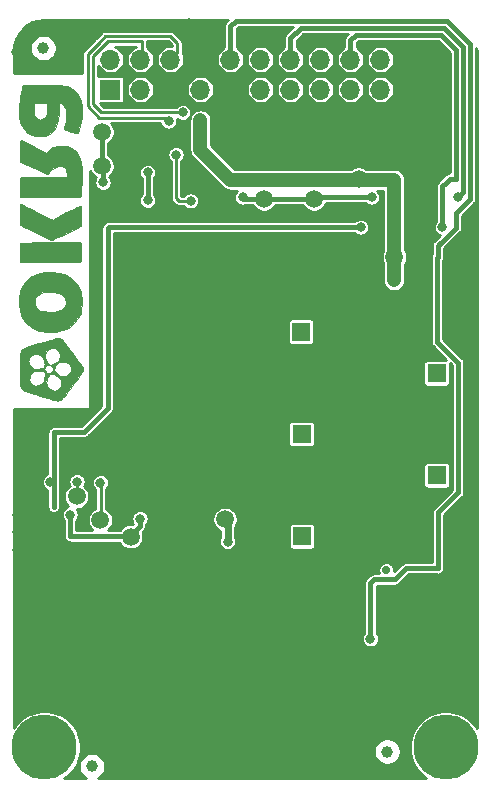
<source format=gbl>
G04 #@! TF.GenerationSoftware,KiCad,Pcbnew,(5.1.10)-1*
G04 #@! TF.CreationDate,2021-11-03T08:24:22+05:30*
G04 #@! TF.ProjectId,P-1000072_Cicada Wi-Fi,502d3130-3030-4303-9732-5f4369636164,0.1*
G04 #@! TF.SameCoordinates,PX7cee6c0PY3dfd240*
G04 #@! TF.FileFunction,Copper,L2,Bot*
G04 #@! TF.FilePolarity,Positive*
%FSLAX46Y46*%
G04 Gerber Fmt 4.6, Leading zero omitted, Abs format (unit mm)*
G04 Created by KiCad (PCBNEW (5.1.10)-1) date 2021-11-03 08:24:22*
%MOMM*%
%LPD*%
G01*
G04 APERTURE LIST*
G04 #@! TA.AperFunction,EtchedComponent*
%ADD10C,0.010000*%
G04 #@! TD*
G04 #@! TA.AperFunction,ComponentPad*
%ADD11O,1.700000X1.700000*%
G04 #@! TD*
G04 #@! TA.AperFunction,ComponentPad*
%ADD12R,1.700000X1.700000*%
G04 #@! TD*
G04 #@! TA.AperFunction,ComponentPad*
%ADD13C,1.600000*%
G04 #@! TD*
G04 #@! TA.AperFunction,ComponentPad*
%ADD14R,1.600000X1.600000*%
G04 #@! TD*
G04 #@! TA.AperFunction,SMDPad,CuDef*
%ADD15C,1.500000*%
G04 #@! TD*
G04 #@! TA.AperFunction,ComponentPad*
%ADD16C,5.500000*%
G04 #@! TD*
G04 #@! TA.AperFunction,SMDPad,CuDef*
%ADD17C,1.000000*%
G04 #@! TD*
G04 #@! TA.AperFunction,ViaPad*
%ADD18C,0.800000*%
G04 #@! TD*
G04 #@! TA.AperFunction,ViaPad*
%ADD19C,0.700000*%
G04 #@! TD*
G04 #@! TA.AperFunction,Conductor*
%ADD20C,1.200000*%
G04 #@! TD*
G04 #@! TA.AperFunction,Conductor*
%ADD21C,0.400000*%
G04 #@! TD*
G04 #@! TA.AperFunction,Conductor*
%ADD22C,0.250000*%
G04 #@! TD*
G04 #@! TA.AperFunction,Conductor*
%ADD23C,0.600000*%
G04 #@! TD*
G04 #@! TA.AperFunction,Conductor*
%ADD24C,0.254000*%
G04 #@! TD*
G04 #@! TA.AperFunction,Conductor*
%ADD25C,0.100000*%
G04 #@! TD*
G04 APERTURE END LIST*
D10*
G36*
X-13836580Y-18980604D02*
G01*
X-13854745Y-18736574D01*
X-13885044Y-18551393D01*
X-14016120Y-18151408D01*
X-14209616Y-17791295D01*
X-14459791Y-17478509D01*
X-14760901Y-17220506D01*
X-15034793Y-17058465D01*
X-15264521Y-16952103D01*
X-15469954Y-16873911D01*
X-15671080Y-16819869D01*
X-15887888Y-16785959D01*
X-16140368Y-16768164D01*
X-16448509Y-16762465D01*
X-16507531Y-16762410D01*
X-16786767Y-16765157D01*
X-17003481Y-16773735D01*
X-17174399Y-16789501D01*
X-17316249Y-16813809D01*
X-17400500Y-16834752D01*
X-17812732Y-16985345D01*
X-18176850Y-17192518D01*
X-18487436Y-17452025D01*
X-18739074Y-17759617D01*
X-18870515Y-17987481D01*
X-18953395Y-18175195D01*
X-19028271Y-18378844D01*
X-19081049Y-18559429D01*
X-19087244Y-18587094D01*
X-19119778Y-18811814D01*
X-19137390Y-19084561D01*
X-19140122Y-19376874D01*
X-19128020Y-19660288D01*
X-19101124Y-19906343D01*
X-19085115Y-19993142D01*
X-18959070Y-20395745D01*
X-18766784Y-20757927D01*
X-18513026Y-21074741D01*
X-18202562Y-21341237D01*
X-17840160Y-21552466D01*
X-17439905Y-21700888D01*
X-17176264Y-21756902D01*
X-16865483Y-21794941D01*
X-16538127Y-21813234D01*
X-16514178Y-21812988D01*
X-16514178Y-20147694D01*
X-16714648Y-20137939D01*
X-17058851Y-20087404D01*
X-17333287Y-20003035D01*
X-17541111Y-19882343D01*
X-17685478Y-19722842D01*
X-17769546Y-19522043D01*
X-17796463Y-19285112D01*
X-17788014Y-19110585D01*
X-17755667Y-18977548D01*
X-17701127Y-18866396D01*
X-17559635Y-18701107D01*
X-17352820Y-18569844D01*
X-17088407Y-18475569D01*
X-16774117Y-18421245D01*
X-16507531Y-18408500D01*
X-16159101Y-18430788D01*
X-15852948Y-18495586D01*
X-15597482Y-18599797D01*
X-15401112Y-18740324D01*
X-15308916Y-18850017D01*
X-15247503Y-18956983D01*
X-15214702Y-19062604D01*
X-15202379Y-19199530D01*
X-15201345Y-19281625D01*
X-15207111Y-19444442D01*
X-15229715Y-19560740D01*
X-15277118Y-19662878D01*
X-15306711Y-19709901D01*
X-15448884Y-19858626D01*
X-15653941Y-19980788D01*
X-15908658Y-20072367D01*
X-16199811Y-20129342D01*
X-16514178Y-20147694D01*
X-16514178Y-21812988D01*
X-16224759Y-21810007D01*
X-15971750Y-21786001D01*
X-15504612Y-21684845D01*
X-15097383Y-21532970D01*
X-14747007Y-21327987D01*
X-14450426Y-21067503D01*
X-14204582Y-20749130D01*
X-14006419Y-20370474D01*
X-13937552Y-20195330D01*
X-13894060Y-20024330D01*
X-13861534Y-19795990D01*
X-13840657Y-19531678D01*
X-13832111Y-19252761D01*
X-13836580Y-18980604D01*
G37*
X-13836580Y-18980604D02*
X-13854745Y-18736574D01*
X-13885044Y-18551393D01*
X-14016120Y-18151408D01*
X-14209616Y-17791295D01*
X-14459791Y-17478509D01*
X-14760901Y-17220506D01*
X-15034793Y-17058465D01*
X-15264521Y-16952103D01*
X-15469954Y-16873911D01*
X-15671080Y-16819869D01*
X-15887888Y-16785959D01*
X-16140368Y-16768164D01*
X-16448509Y-16762465D01*
X-16507531Y-16762410D01*
X-16786767Y-16765157D01*
X-17003481Y-16773735D01*
X-17174399Y-16789501D01*
X-17316249Y-16813809D01*
X-17400500Y-16834752D01*
X-17812732Y-16985345D01*
X-18176850Y-17192518D01*
X-18487436Y-17452025D01*
X-18739074Y-17759617D01*
X-18870515Y-17987481D01*
X-18953395Y-18175195D01*
X-19028271Y-18378844D01*
X-19081049Y-18559429D01*
X-19087244Y-18587094D01*
X-19119778Y-18811814D01*
X-19137390Y-19084561D01*
X-19140122Y-19376874D01*
X-19128020Y-19660288D01*
X-19101124Y-19906343D01*
X-19085115Y-19993142D01*
X-18959070Y-20395745D01*
X-18766784Y-20757927D01*
X-18513026Y-21074741D01*
X-18202562Y-21341237D01*
X-17840160Y-21552466D01*
X-17439905Y-21700888D01*
X-17176264Y-21756902D01*
X-16865483Y-21794941D01*
X-16538127Y-21813234D01*
X-16514178Y-21812988D01*
X-16514178Y-20147694D01*
X-16714648Y-20137939D01*
X-17058851Y-20087404D01*
X-17333287Y-20003035D01*
X-17541111Y-19882343D01*
X-17685478Y-19722842D01*
X-17769546Y-19522043D01*
X-17796463Y-19285112D01*
X-17788014Y-19110585D01*
X-17755667Y-18977548D01*
X-17701127Y-18866396D01*
X-17559635Y-18701107D01*
X-17352820Y-18569844D01*
X-17088407Y-18475569D01*
X-16774117Y-18421245D01*
X-16507531Y-18408500D01*
X-16159101Y-18430788D01*
X-15852948Y-18495586D01*
X-15597482Y-18599797D01*
X-15401112Y-18740324D01*
X-15308916Y-18850017D01*
X-15247503Y-18956983D01*
X-15214702Y-19062604D01*
X-15202379Y-19199530D01*
X-15201345Y-19281625D01*
X-15207111Y-19444442D01*
X-15229715Y-19560740D01*
X-15277118Y-19662878D01*
X-15306711Y-19709901D01*
X-15448884Y-19858626D01*
X-15653941Y-19980788D01*
X-15908658Y-20072367D01*
X-16199811Y-20129342D01*
X-16514178Y-20147694D01*
X-16514178Y-21812988D01*
X-16224759Y-21810007D01*
X-15971750Y-21786001D01*
X-15504612Y-21684845D01*
X-15097383Y-21532970D01*
X-14747007Y-21327987D01*
X-14450426Y-21067503D01*
X-14204582Y-20749130D01*
X-14006419Y-20370474D01*
X-13937552Y-20195330D01*
X-13894060Y-20024330D01*
X-13861534Y-19795990D01*
X-13840657Y-19531678D01*
X-13832111Y-19252761D01*
X-13836580Y-18980604D01*
G36*
X-13853166Y-2681053D02*
G01*
X-13928055Y-2272155D01*
X-14055183Y-1920100D01*
X-14236446Y-1621872D01*
X-14473735Y-1374458D01*
X-14768946Y-1174844D01*
X-15123972Y-1020014D01*
X-15178000Y-1001920D01*
X-15239281Y-984448D01*
X-15310857Y-969862D01*
X-15400569Y-957811D01*
X-15516261Y-947946D01*
X-15665774Y-939916D01*
X-15856952Y-933371D01*
X-16097636Y-927961D01*
X-16395670Y-923335D01*
X-16758894Y-919144D01*
X-17105606Y-915832D01*
X-18814931Y-900458D01*
X-18864284Y-1065184D01*
X-18892454Y-1170842D01*
X-18931029Y-1331145D01*
X-18974588Y-1522955D01*
X-19011422Y-1693189D01*
X-19056327Y-1954138D01*
X-19092043Y-2257203D01*
X-19117548Y-2581418D01*
X-19131819Y-2905818D01*
X-19133836Y-3209436D01*
X-19122577Y-3471308D01*
X-19105498Y-3623362D01*
X-19022857Y-4016041D01*
X-18907396Y-4343902D01*
X-18754958Y-4616144D01*
X-18561387Y-4841967D01*
X-18550247Y-4852492D01*
X-18301395Y-5046437D01*
X-18031060Y-5177747D01*
X-17726795Y-5250451D01*
X-17376151Y-5268580D01*
X-17331542Y-5266926D01*
X-17331542Y-3841162D01*
X-17502591Y-3821159D01*
X-17660533Y-3739637D01*
X-17791613Y-3598069D01*
X-17878507Y-3410056D01*
X-17897817Y-3303601D01*
X-17909369Y-3152235D01*
X-17913441Y-2977470D01*
X-17910312Y-2800815D01*
X-17900262Y-2643781D01*
X-17883569Y-2527877D01*
X-17866441Y-2480298D01*
X-17836742Y-2452091D01*
X-17787447Y-2433487D01*
X-17704836Y-2423097D01*
X-17575190Y-2419533D01*
X-17384790Y-2421410D01*
X-17300894Y-2423103D01*
X-16785343Y-2434282D01*
X-16786380Y-2890688D01*
X-16788807Y-3098329D01*
X-16796882Y-3246314D01*
X-16813458Y-3354314D01*
X-16841389Y-3442001D01*
X-16877278Y-3517323D01*
X-17005133Y-3690717D01*
X-17161139Y-3798172D01*
X-17331542Y-3841162D01*
X-17331542Y-5266926D01*
X-17276360Y-5264878D01*
X-16939254Y-5217491D01*
X-16650988Y-5111465D01*
X-16403377Y-4943372D01*
X-16320100Y-4864426D01*
X-16139024Y-4647006D01*
X-15996101Y-4402065D01*
X-15888078Y-4119404D01*
X-15811700Y-3788824D01*
X-15763716Y-3400128D01*
X-15744227Y-3059360D01*
X-15722999Y-2454125D01*
X-15624424Y-2454125D01*
X-15519300Y-2488010D01*
X-15403268Y-2577091D01*
X-15293986Y-2702507D01*
X-15209113Y-2845397D01*
X-15177212Y-2931814D01*
X-15152196Y-3093240D01*
X-15144129Y-3329021D01*
X-15150682Y-3585219D01*
X-15168079Y-3857913D01*
X-15196108Y-4083685D01*
X-15240237Y-4294823D01*
X-15305933Y-4523611D01*
X-15313791Y-4548367D01*
X-15321645Y-4599324D01*
X-15298017Y-4641569D01*
X-15229231Y-4687861D01*
X-15101610Y-4750957D01*
X-15091607Y-4755638D01*
X-14910370Y-4825805D01*
X-14703249Y-4885082D01*
X-14562843Y-4912876D01*
X-14371739Y-4940180D01*
X-14243535Y-4951116D01*
X-14162194Y-4937636D01*
X-14111679Y-4891693D01*
X-14075952Y-4805237D01*
X-14038976Y-4670222D01*
X-14032753Y-4646860D01*
X-13906269Y-4074489D01*
X-13840577Y-3519483D01*
X-13828624Y-3149807D01*
X-13853166Y-2681053D01*
G37*
X-13853166Y-2681053D02*
X-13928055Y-2272155D01*
X-14055183Y-1920100D01*
X-14236446Y-1621872D01*
X-14473735Y-1374458D01*
X-14768946Y-1174844D01*
X-15123972Y-1020014D01*
X-15178000Y-1001920D01*
X-15239281Y-984448D01*
X-15310857Y-969862D01*
X-15400569Y-957811D01*
X-15516261Y-947946D01*
X-15665774Y-939916D01*
X-15856952Y-933371D01*
X-16097636Y-927961D01*
X-16395670Y-923335D01*
X-16758894Y-919144D01*
X-17105606Y-915832D01*
X-18814931Y-900458D01*
X-18864284Y-1065184D01*
X-18892454Y-1170842D01*
X-18931029Y-1331145D01*
X-18974588Y-1522955D01*
X-19011422Y-1693189D01*
X-19056327Y-1954138D01*
X-19092043Y-2257203D01*
X-19117548Y-2581418D01*
X-19131819Y-2905818D01*
X-19133836Y-3209436D01*
X-19122577Y-3471308D01*
X-19105498Y-3623362D01*
X-19022857Y-4016041D01*
X-18907396Y-4343902D01*
X-18754958Y-4616144D01*
X-18561387Y-4841967D01*
X-18550247Y-4852492D01*
X-18301395Y-5046437D01*
X-18031060Y-5177747D01*
X-17726795Y-5250451D01*
X-17376151Y-5268580D01*
X-17331542Y-5266926D01*
X-17331542Y-3841162D01*
X-17502591Y-3821159D01*
X-17660533Y-3739637D01*
X-17791613Y-3598069D01*
X-17878507Y-3410056D01*
X-17897817Y-3303601D01*
X-17909369Y-3152235D01*
X-17913441Y-2977470D01*
X-17910312Y-2800815D01*
X-17900262Y-2643781D01*
X-17883569Y-2527877D01*
X-17866441Y-2480298D01*
X-17836742Y-2452091D01*
X-17787447Y-2433487D01*
X-17704836Y-2423097D01*
X-17575190Y-2419533D01*
X-17384790Y-2421410D01*
X-17300894Y-2423103D01*
X-16785343Y-2434282D01*
X-16786380Y-2890688D01*
X-16788807Y-3098329D01*
X-16796882Y-3246314D01*
X-16813458Y-3354314D01*
X-16841389Y-3442001D01*
X-16877278Y-3517323D01*
X-17005133Y-3690717D01*
X-17161139Y-3798172D01*
X-17331542Y-3841162D01*
X-17331542Y-5266926D01*
X-17276360Y-5264878D01*
X-16939254Y-5217491D01*
X-16650988Y-5111465D01*
X-16403377Y-4943372D01*
X-16320100Y-4864426D01*
X-16139024Y-4647006D01*
X-15996101Y-4402065D01*
X-15888078Y-4119404D01*
X-15811700Y-3788824D01*
X-15763716Y-3400128D01*
X-15744227Y-3059360D01*
X-15722999Y-2454125D01*
X-15624424Y-2454125D01*
X-15519300Y-2488010D01*
X-15403268Y-2577091D01*
X-15293986Y-2702507D01*
X-15209113Y-2845397D01*
X-15177212Y-2931814D01*
X-15152196Y-3093240D01*
X-15144129Y-3329021D01*
X-15150682Y-3585219D01*
X-15168079Y-3857913D01*
X-15196108Y-4083685D01*
X-15240237Y-4294823D01*
X-15305933Y-4523611D01*
X-15313791Y-4548367D01*
X-15321645Y-4599324D01*
X-15298017Y-4641569D01*
X-15229231Y-4687861D01*
X-15101610Y-4750957D01*
X-15091607Y-4755638D01*
X-14910370Y-4825805D01*
X-14703249Y-4885082D01*
X-14562843Y-4912876D01*
X-14371739Y-4940180D01*
X-14243535Y-4951116D01*
X-14162194Y-4937636D01*
X-14111679Y-4891693D01*
X-14075952Y-4805237D01*
X-14038976Y-4670222D01*
X-14032753Y-4646860D01*
X-13906269Y-4074489D01*
X-13840577Y-3519483D01*
X-13828624Y-3149807D01*
X-13853166Y-2681053D01*
G36*
X-13889956Y-14861263D02*
G01*
X-13894277Y-14658353D01*
X-13902053Y-14490657D01*
X-13913300Y-14376595D01*
X-13918678Y-14350454D01*
X-13949199Y-14241313D01*
X-16486101Y-14241313D01*
X-17029362Y-14241680D01*
X-17497528Y-14242833D01*
X-17894876Y-14244851D01*
X-18225685Y-14247813D01*
X-18494230Y-14251797D01*
X-18704789Y-14256882D01*
X-18861640Y-14263147D01*
X-18969060Y-14270670D01*
X-19031325Y-14279530D01*
X-19052181Y-14288525D01*
X-19062712Y-14342918D01*
X-19072443Y-14460037D01*
X-19080988Y-14623235D01*
X-19087965Y-14815865D01*
X-19092990Y-15021280D01*
X-19095678Y-15222831D01*
X-19095646Y-15403872D01*
X-19092510Y-15547755D01*
X-19085885Y-15637833D01*
X-19083585Y-15650219D01*
X-19058808Y-15757073D01*
X-19045229Y-15818891D01*
X-19026175Y-15908188D01*
X-13951284Y-15908188D01*
X-13919720Y-15759360D01*
X-13906964Y-15656666D01*
X-13897595Y-15497090D01*
X-13891629Y-15299051D01*
X-13889078Y-15080969D01*
X-13889956Y-14861263D01*
G37*
X-13889956Y-14861263D02*
X-13894277Y-14658353D01*
X-13902053Y-14490657D01*
X-13913300Y-14376595D01*
X-13918678Y-14350454D01*
X-13949199Y-14241313D01*
X-16486101Y-14241313D01*
X-17029362Y-14241680D01*
X-17497528Y-14242833D01*
X-17894876Y-14244851D01*
X-18225685Y-14247813D01*
X-18494230Y-14251797D01*
X-18704789Y-14256882D01*
X-18861640Y-14263147D01*
X-18969060Y-14270670D01*
X-19031325Y-14279530D01*
X-19052181Y-14288525D01*
X-19062712Y-14342918D01*
X-19072443Y-14460037D01*
X-19080988Y-14623235D01*
X-19087965Y-14815865D01*
X-19092990Y-15021280D01*
X-19095678Y-15222831D01*
X-19095646Y-15403872D01*
X-19092510Y-15547755D01*
X-19085885Y-15637833D01*
X-19083585Y-15650219D01*
X-19058808Y-15757073D01*
X-19045229Y-15818891D01*
X-19026175Y-15908188D01*
X-13951284Y-15908188D01*
X-13919720Y-15759360D01*
X-13906964Y-15656666D01*
X-13897595Y-15497090D01*
X-13891629Y-15299051D01*
X-13889078Y-15080969D01*
X-13889956Y-14861263D01*
G36*
X-13887743Y-11796595D02*
G01*
X-13892119Y-11581360D01*
X-13899978Y-11393670D01*
X-13911321Y-11248413D01*
X-13926148Y-11160476D01*
X-13934436Y-11143064D01*
X-13964844Y-11138553D01*
X-14030337Y-11156199D01*
X-14136508Y-11198580D01*
X-14288951Y-11268272D01*
X-14493259Y-11367851D01*
X-14755025Y-11499896D01*
X-15079844Y-11666982D01*
X-15144905Y-11700700D01*
X-16309093Y-12304617D01*
X-17666636Y-11626886D01*
X-18049688Y-11436828D01*
X-18365846Y-11282612D01*
X-18618291Y-11162795D01*
X-18810201Y-11075933D01*
X-18944756Y-11020583D01*
X-19025135Y-10995302D01*
X-19053903Y-10997249D01*
X-19065654Y-11054749D01*
X-19075581Y-11176159D01*
X-19083515Y-11346031D01*
X-19089286Y-11548916D01*
X-19092724Y-11769367D01*
X-19093660Y-11991935D01*
X-19091923Y-12201173D01*
X-19087344Y-12381632D01*
X-19079752Y-12517865D01*
X-19071360Y-12584798D01*
X-19047390Y-12684449D01*
X-19027303Y-12744022D01*
X-19023941Y-12749070D01*
X-18980541Y-12774395D01*
X-18876065Y-12829249D01*
X-18720278Y-12908818D01*
X-18522944Y-13008289D01*
X-18293827Y-13122847D01*
X-18042691Y-13247680D01*
X-17779301Y-13377974D01*
X-17513421Y-13508913D01*
X-17254815Y-13635686D01*
X-17013247Y-13753478D01*
X-16798482Y-13857475D01*
X-16620284Y-13942864D01*
X-16488416Y-14004830D01*
X-16412644Y-14038561D01*
X-16398631Y-14043344D01*
X-16341390Y-14026391D01*
X-16224649Y-13978455D01*
X-16058714Y-13904600D01*
X-15853894Y-13809888D01*
X-15620494Y-13699385D01*
X-15368821Y-13578152D01*
X-15109182Y-13451254D01*
X-14851885Y-13323755D01*
X-14607235Y-13200717D01*
X-14385540Y-13087204D01*
X-14197106Y-12988281D01*
X-14052240Y-12909010D01*
X-13961250Y-12854455D01*
X-13934554Y-12832790D01*
X-13918059Y-12764909D01*
X-13905039Y-12635252D01*
X-13895496Y-12458704D01*
X-13889432Y-12250154D01*
X-13886847Y-12024489D01*
X-13887743Y-11796595D01*
G37*
X-13887743Y-11796595D02*
X-13892119Y-11581360D01*
X-13899978Y-11393670D01*
X-13911321Y-11248413D01*
X-13926148Y-11160476D01*
X-13934436Y-11143064D01*
X-13964844Y-11138553D01*
X-14030337Y-11156199D01*
X-14136508Y-11198580D01*
X-14288951Y-11268272D01*
X-14493259Y-11367851D01*
X-14755025Y-11499896D01*
X-15079844Y-11666982D01*
X-15144905Y-11700700D01*
X-16309093Y-12304617D01*
X-17666636Y-11626886D01*
X-18049688Y-11436828D01*
X-18365846Y-11282612D01*
X-18618291Y-11162795D01*
X-18810201Y-11075933D01*
X-18944756Y-11020583D01*
X-19025135Y-10995302D01*
X-19053903Y-10997249D01*
X-19065654Y-11054749D01*
X-19075581Y-11176159D01*
X-19083515Y-11346031D01*
X-19089286Y-11548916D01*
X-19092724Y-11769367D01*
X-19093660Y-11991935D01*
X-19091923Y-12201173D01*
X-19087344Y-12381632D01*
X-19079752Y-12517865D01*
X-19071360Y-12584798D01*
X-19047390Y-12684449D01*
X-19027303Y-12744022D01*
X-19023941Y-12749070D01*
X-18980541Y-12774395D01*
X-18876065Y-12829249D01*
X-18720278Y-12908818D01*
X-18522944Y-13008289D01*
X-18293827Y-13122847D01*
X-18042691Y-13247680D01*
X-17779301Y-13377974D01*
X-17513421Y-13508913D01*
X-17254815Y-13635686D01*
X-17013247Y-13753478D01*
X-16798482Y-13857475D01*
X-16620284Y-13942864D01*
X-16488416Y-14004830D01*
X-16412644Y-14038561D01*
X-16398631Y-14043344D01*
X-16341390Y-14026391D01*
X-16224649Y-13978455D01*
X-16058714Y-13904600D01*
X-15853894Y-13809888D01*
X-15620494Y-13699385D01*
X-15368821Y-13578152D01*
X-15109182Y-13451254D01*
X-14851885Y-13323755D01*
X-14607235Y-13200717D01*
X-14385540Y-13087204D01*
X-14197106Y-12988281D01*
X-14052240Y-12909010D01*
X-13961250Y-12854455D01*
X-13934554Y-12832790D01*
X-13918059Y-12764909D01*
X-13905039Y-12635252D01*
X-13895496Y-12458704D01*
X-13889432Y-12250154D01*
X-13886847Y-12024489D01*
X-13887743Y-11796595D01*
G36*
X-13835017Y-8142424D02*
G01*
X-13851518Y-7848721D01*
X-13878001Y-7611865D01*
X-13890271Y-7542374D01*
X-13998512Y-7156814D01*
X-14156055Y-6819681D01*
X-14358598Y-6537273D01*
X-14601842Y-6315887D01*
X-14813013Y-6191505D01*
X-14915388Y-6146540D01*
X-15008143Y-6116411D01*
X-15111224Y-6098190D01*
X-15244575Y-6088952D01*
X-15428142Y-6085769D01*
X-15535187Y-6085532D01*
X-15748543Y-6086902D01*
X-15902506Y-6092971D01*
X-16017039Y-6106675D01*
X-16112104Y-6130950D01*
X-16207664Y-6168734D01*
X-16258216Y-6191896D01*
X-16415758Y-6280934D01*
X-16582088Y-6398050D01*
X-16680822Y-6481287D01*
X-16876492Y-6664314D01*
X-17942167Y-6108164D01*
X-19007843Y-5552015D01*
X-19040909Y-5660023D01*
X-19054055Y-5743832D01*
X-19064626Y-5889954D01*
X-19072468Y-6081366D01*
X-19077425Y-6301045D01*
X-19079344Y-6531964D01*
X-19078070Y-6757102D01*
X-19073447Y-6959433D01*
X-19065322Y-7121934D01*
X-19055073Y-7218944D01*
X-19025104Y-7399856D01*
X-17889142Y-7933319D01*
X-17610087Y-8064311D01*
X-17354120Y-8184360D01*
X-17130077Y-8289329D01*
X-16946797Y-8375081D01*
X-16813117Y-8437480D01*
X-16737877Y-8472388D01*
X-16724809Y-8478292D01*
X-16689965Y-8454074D01*
X-16629140Y-8379518D01*
X-16573847Y-8298762D01*
X-16400260Y-8067175D01*
X-16217884Y-7907448D01*
X-16014527Y-7812138D01*
X-15777996Y-7773804D01*
X-15711257Y-7772250D01*
X-15486147Y-7798099D01*
X-15317342Y-7877587D01*
X-15202130Y-8013626D01*
X-15137798Y-8209128D01*
X-15121186Y-8405726D01*
X-15118468Y-8665219D01*
X-17068546Y-8675512D01*
X-19018624Y-8685806D01*
X-19044589Y-8774731D01*
X-19055398Y-8847102D01*
X-19066110Y-8978925D01*
X-19076062Y-9151547D01*
X-19084588Y-9346314D01*
X-19091024Y-9544574D01*
X-19094705Y-9727672D01*
X-19094967Y-9876956D01*
X-19091146Y-9973772D01*
X-19088050Y-9994750D01*
X-19071637Y-10072212D01*
X-19051417Y-10184724D01*
X-19048375Y-10203110D01*
X-19024090Y-10351938D01*
X-13954664Y-10351938D01*
X-13931689Y-10203110D01*
X-13893527Y-9904069D01*
X-13863852Y-9565949D01*
X-13842915Y-9204736D01*
X-13830965Y-8836419D01*
X-13828249Y-8476986D01*
X-13835017Y-8142424D01*
G37*
X-13835017Y-8142424D02*
X-13851518Y-7848721D01*
X-13878001Y-7611865D01*
X-13890271Y-7542374D01*
X-13998512Y-7156814D01*
X-14156055Y-6819681D01*
X-14358598Y-6537273D01*
X-14601842Y-6315887D01*
X-14813013Y-6191505D01*
X-14915388Y-6146540D01*
X-15008143Y-6116411D01*
X-15111224Y-6098190D01*
X-15244575Y-6088952D01*
X-15428142Y-6085769D01*
X-15535187Y-6085532D01*
X-15748543Y-6086902D01*
X-15902506Y-6092971D01*
X-16017039Y-6106675D01*
X-16112104Y-6130950D01*
X-16207664Y-6168734D01*
X-16258216Y-6191896D01*
X-16415758Y-6280934D01*
X-16582088Y-6398050D01*
X-16680822Y-6481287D01*
X-16876492Y-6664314D01*
X-17942167Y-6108164D01*
X-19007843Y-5552015D01*
X-19040909Y-5660023D01*
X-19054055Y-5743832D01*
X-19064626Y-5889954D01*
X-19072468Y-6081366D01*
X-19077425Y-6301045D01*
X-19079344Y-6531964D01*
X-19078070Y-6757102D01*
X-19073447Y-6959433D01*
X-19065322Y-7121934D01*
X-19055073Y-7218944D01*
X-19025104Y-7399856D01*
X-17889142Y-7933319D01*
X-17610087Y-8064311D01*
X-17354120Y-8184360D01*
X-17130077Y-8289329D01*
X-16946797Y-8375081D01*
X-16813117Y-8437480D01*
X-16737877Y-8472388D01*
X-16724809Y-8478292D01*
X-16689965Y-8454074D01*
X-16629140Y-8379518D01*
X-16573847Y-8298762D01*
X-16400260Y-8067175D01*
X-16217884Y-7907448D01*
X-16014527Y-7812138D01*
X-15777996Y-7773804D01*
X-15711257Y-7772250D01*
X-15486147Y-7798099D01*
X-15317342Y-7877587D01*
X-15202130Y-8013626D01*
X-15137798Y-8209128D01*
X-15121186Y-8405726D01*
X-15118468Y-8665219D01*
X-17068546Y-8675512D01*
X-19018624Y-8685806D01*
X-19044589Y-8774731D01*
X-19055398Y-8847102D01*
X-19066110Y-8978925D01*
X-19076062Y-9151547D01*
X-19084588Y-9346314D01*
X-19091024Y-9544574D01*
X-19094705Y-9727672D01*
X-19094967Y-9876956D01*
X-19091146Y-9973772D01*
X-19088050Y-9994750D01*
X-19071637Y-10072212D01*
X-19051417Y-10184724D01*
X-19048375Y-10203110D01*
X-19024090Y-10351938D01*
X-13954664Y-10351938D01*
X-13931689Y-10203110D01*
X-13893527Y-9904069D01*
X-13863852Y-9565949D01*
X-13842915Y-9204736D01*
X-13830965Y-8836419D01*
X-13828249Y-8476986D01*
X-13835017Y-8142424D01*
G36*
X-13760667Y-24809740D02*
G01*
X-13797443Y-24740853D01*
X-13876009Y-24619009D01*
X-13989257Y-24453774D01*
X-14130077Y-24254716D01*
X-14291361Y-24031400D01*
X-14465999Y-23793394D01*
X-14646884Y-23550265D01*
X-14826906Y-23311580D01*
X-14998958Y-23086905D01*
X-15155929Y-22885808D01*
X-15290711Y-22717855D01*
X-15396197Y-22592613D01*
X-15455523Y-22528811D01*
X-15537772Y-22451571D01*
X-15613489Y-22392836D01*
X-15692082Y-22353234D01*
X-15782960Y-22333394D01*
X-15895531Y-22333944D01*
X-16039204Y-22355513D01*
X-16223388Y-22398730D01*
X-16457489Y-22464223D01*
X-16750919Y-22552621D01*
X-17010289Y-22632688D01*
X-17431782Y-22763197D01*
X-17784196Y-22872602D01*
X-18074146Y-22963689D01*
X-18308248Y-23039244D01*
X-18493116Y-23102051D01*
X-18635367Y-23154897D01*
X-18741617Y-23200567D01*
X-18818479Y-23241847D01*
X-18872570Y-23281521D01*
X-18910505Y-23322377D01*
X-18938901Y-23367200D01*
X-18964371Y-23418774D01*
X-18986051Y-23464631D01*
X-19008022Y-23513667D01*
X-19025642Y-23566292D01*
X-19039390Y-23631409D01*
X-19049742Y-23717919D01*
X-19057178Y-23834723D01*
X-19062173Y-23990724D01*
X-19065207Y-24194821D01*
X-19066757Y-24455918D01*
X-19067300Y-24782916D01*
X-19067343Y-24979390D01*
X-19067132Y-25343294D01*
X-19066194Y-25636721D01*
X-19064039Y-25868566D01*
X-19060181Y-26047728D01*
X-19054131Y-26183103D01*
X-19045402Y-26283588D01*
X-19033506Y-26358080D01*
X-19017955Y-26415476D01*
X-18998261Y-26464672D01*
X-18984301Y-26493858D01*
X-18901503Y-26622922D01*
X-18787225Y-26725075D01*
X-18625732Y-26810954D01*
X-18401292Y-26891198D01*
X-18392687Y-26893855D01*
X-18287154Y-26926406D01*
X-18118374Y-26978568D01*
X-17898913Y-27046451D01*
X-17744997Y-27094087D01*
X-17744997Y-26369618D01*
X-17943944Y-26324027D01*
X-18116549Y-26205756D01*
X-18131044Y-26191085D01*
X-18247473Y-26020557D01*
X-18288067Y-25830075D01*
X-18252983Y-25617822D01*
X-18192480Y-25472875D01*
X-18055285Y-25275324D01*
X-17877724Y-25145501D01*
X-17665053Y-25084980D01*
X-17665053Y-24955439D01*
X-17818503Y-24948608D01*
X-17850306Y-24942297D01*
X-18002932Y-24868180D01*
X-18145468Y-24736861D01*
X-18261583Y-24570268D01*
X-18334951Y-24390328D01*
X-18352128Y-24268405D01*
X-18335246Y-24154344D01*
X-18293001Y-24029173D01*
X-18288575Y-24019576D01*
X-18171788Y-23857835D01*
X-18009649Y-23750957D01*
X-17816279Y-23701235D01*
X-17605798Y-23710962D01*
X-17392324Y-23782431D01*
X-17270916Y-23854326D01*
X-17141419Y-23986145D01*
X-17051305Y-24175796D01*
X-17004711Y-24374793D01*
X-16983751Y-24563181D01*
X-16996823Y-24694306D01*
X-17049175Y-24784877D01*
X-17146056Y-24851602D01*
X-17155997Y-24856463D01*
X-17299672Y-24905148D01*
X-17480733Y-24939546D01*
X-17665053Y-24955439D01*
X-17665053Y-25084980D01*
X-17661915Y-25084086D01*
X-17409974Y-25091760D01*
X-17182218Y-25148635D01*
X-16983781Y-25214907D01*
X-16985809Y-25552250D01*
X-16997653Y-25786597D01*
X-17034874Y-25960327D01*
X-17104881Y-26090138D01*
X-17215083Y-26192728D01*
X-17291580Y-26241347D01*
X-17525583Y-26342175D01*
X-17744997Y-26369618D01*
X-17744997Y-27094087D01*
X-17641341Y-27126168D01*
X-17358226Y-27213829D01*
X-17062136Y-27305546D01*
X-17030747Y-27315271D01*
X-16709768Y-27414338D01*
X-16455123Y-27491626D01*
X-16257482Y-27549347D01*
X-16111106Y-27588741D01*
X-16111106Y-26779034D01*
X-16312220Y-26753333D01*
X-16472354Y-26682799D01*
X-16660351Y-26531315D01*
X-16782492Y-26342149D01*
X-16835078Y-26126982D01*
X-16814409Y-25897496D01*
X-16765278Y-25757727D01*
X-16668884Y-25563226D01*
X-16641757Y-25524897D01*
X-16641757Y-25314125D01*
X-16759303Y-25301387D01*
X-16843941Y-25249860D01*
X-16901089Y-25185141D01*
X-16978521Y-25067875D01*
X-16996124Y-24969569D01*
X-16954800Y-24860700D01*
X-16913032Y-24794135D01*
X-16836437Y-24702043D01*
X-16747722Y-24659451D01*
X-16655274Y-24647088D01*
X-16533749Y-24648734D01*
X-16474947Y-24674280D01*
X-16474947Y-24591763D01*
X-16542497Y-24587107D01*
X-16602460Y-24540213D01*
X-16657452Y-24477814D01*
X-16757093Y-24341033D01*
X-16848716Y-24179959D01*
X-16920086Y-24019932D01*
X-16958965Y-23886294D01*
X-16962678Y-23845688D01*
X-16945693Y-23746907D01*
X-16903976Y-23622871D01*
X-16888695Y-23587719D01*
X-16762375Y-23386323D01*
X-16604336Y-23243129D01*
X-16426796Y-23160269D01*
X-16241972Y-23139877D01*
X-16062082Y-23184086D01*
X-15899345Y-23295030D01*
X-15811474Y-23399643D01*
X-15743443Y-23551208D01*
X-15710268Y-23737861D01*
X-15712476Y-23930922D01*
X-15750593Y-24101712D01*
X-15796957Y-24190043D01*
X-15940965Y-24336306D01*
X-16132193Y-24465424D01*
X-16338586Y-24556293D01*
X-16365452Y-24564363D01*
X-16474947Y-24591763D01*
X-16474947Y-24674280D01*
X-16449341Y-24685405D01*
X-16388679Y-24742180D01*
X-16304875Y-24880541D01*
X-16289647Y-25023747D01*
X-16335341Y-25154508D01*
X-16434307Y-25255532D01*
X-16578894Y-25309528D01*
X-16641757Y-25314125D01*
X-16641757Y-25524897D01*
X-16579982Y-25437609D01*
X-16483959Y-25373525D01*
X-16366203Y-25363623D01*
X-16212103Y-25400550D01*
X-16120023Y-25433092D01*
X-15887745Y-25554374D01*
X-15717220Y-25716472D01*
X-15612448Y-25910642D01*
X-15577429Y-26128141D01*
X-15616164Y-26360224D01*
X-15652814Y-26454321D01*
X-15768943Y-26626055D01*
X-15925860Y-26735450D01*
X-16111106Y-26779034D01*
X-16111106Y-27588741D01*
X-16107516Y-27589708D01*
X-15995894Y-27614921D01*
X-15913288Y-27627193D01*
X-15850367Y-27628734D01*
X-15797802Y-27621755D01*
X-15767480Y-27614430D01*
X-15635422Y-27558199D01*
X-15503664Y-27471280D01*
X-15473268Y-27444940D01*
X-15470115Y-27441570D01*
X-15470115Y-25579419D01*
X-15559157Y-25561356D01*
X-15636726Y-25533630D01*
X-15737909Y-25477738D01*
X-15858984Y-25386217D01*
X-15983322Y-25275117D01*
X-16094297Y-25160490D01*
X-16175278Y-25058387D01*
X-16209637Y-24984859D01*
X-16209875Y-24980388D01*
X-16189217Y-24922103D01*
X-16135917Y-24823646D01*
X-16083939Y-24740731D01*
X-15909971Y-24526289D01*
X-15722087Y-24388718D01*
X-15517696Y-24326327D01*
X-15442544Y-24321938D01*
X-15205665Y-24354323D01*
X-14998899Y-24445458D01*
X-14836076Y-24586314D01*
X-14731024Y-24767862D01*
X-14723031Y-24791717D01*
X-14708857Y-24962660D01*
X-14761700Y-25136524D01*
X-14871193Y-25298551D01*
X-15026970Y-25433982D01*
X-15218668Y-25528061D01*
X-15246265Y-25536653D01*
X-15377777Y-25571092D01*
X-15470115Y-25579419D01*
X-15470115Y-27441570D01*
X-15397048Y-27363474D01*
X-15285998Y-27231348D01*
X-15147056Y-27057939D01*
X-14987157Y-26852624D01*
X-14813238Y-26624778D01*
X-14632233Y-26383781D01*
X-14451080Y-26139007D01*
X-14276715Y-25899834D01*
X-14116073Y-25675639D01*
X-13976090Y-25475799D01*
X-13863703Y-25309690D01*
X-13785848Y-25186690D01*
X-13749461Y-25116175D01*
X-13748637Y-25113414D01*
X-13728806Y-24958868D01*
X-13760667Y-24809740D01*
G37*
X-13760667Y-24809740D02*
X-13797443Y-24740853D01*
X-13876009Y-24619009D01*
X-13989257Y-24453774D01*
X-14130077Y-24254716D01*
X-14291361Y-24031400D01*
X-14465999Y-23793394D01*
X-14646884Y-23550265D01*
X-14826906Y-23311580D01*
X-14998958Y-23086905D01*
X-15155929Y-22885808D01*
X-15290711Y-22717855D01*
X-15396197Y-22592613D01*
X-15455523Y-22528811D01*
X-15537772Y-22451571D01*
X-15613489Y-22392836D01*
X-15692082Y-22353234D01*
X-15782960Y-22333394D01*
X-15895531Y-22333944D01*
X-16039204Y-22355513D01*
X-16223388Y-22398730D01*
X-16457489Y-22464223D01*
X-16750919Y-22552621D01*
X-17010289Y-22632688D01*
X-17431782Y-22763197D01*
X-17784196Y-22872602D01*
X-18074146Y-22963689D01*
X-18308248Y-23039244D01*
X-18493116Y-23102051D01*
X-18635367Y-23154897D01*
X-18741617Y-23200567D01*
X-18818479Y-23241847D01*
X-18872570Y-23281521D01*
X-18910505Y-23322377D01*
X-18938901Y-23367200D01*
X-18964371Y-23418774D01*
X-18986051Y-23464631D01*
X-19008022Y-23513667D01*
X-19025642Y-23566292D01*
X-19039390Y-23631409D01*
X-19049742Y-23717919D01*
X-19057178Y-23834723D01*
X-19062173Y-23990724D01*
X-19065207Y-24194821D01*
X-19066757Y-24455918D01*
X-19067300Y-24782916D01*
X-19067343Y-24979390D01*
X-19067132Y-25343294D01*
X-19066194Y-25636721D01*
X-19064039Y-25868566D01*
X-19060181Y-26047728D01*
X-19054131Y-26183103D01*
X-19045402Y-26283588D01*
X-19033506Y-26358080D01*
X-19017955Y-26415476D01*
X-18998261Y-26464672D01*
X-18984301Y-26493858D01*
X-18901503Y-26622922D01*
X-18787225Y-26725075D01*
X-18625732Y-26810954D01*
X-18401292Y-26891198D01*
X-18392687Y-26893855D01*
X-18287154Y-26926406D01*
X-18118374Y-26978568D01*
X-17898913Y-27046451D01*
X-17744997Y-27094087D01*
X-17744997Y-26369618D01*
X-17943944Y-26324027D01*
X-18116549Y-26205756D01*
X-18131044Y-26191085D01*
X-18247473Y-26020557D01*
X-18288067Y-25830075D01*
X-18252983Y-25617822D01*
X-18192480Y-25472875D01*
X-18055285Y-25275324D01*
X-17877724Y-25145501D01*
X-17665053Y-25084980D01*
X-17665053Y-24955439D01*
X-17818503Y-24948608D01*
X-17850306Y-24942297D01*
X-18002932Y-24868180D01*
X-18145468Y-24736861D01*
X-18261583Y-24570268D01*
X-18334951Y-24390328D01*
X-18352128Y-24268405D01*
X-18335246Y-24154344D01*
X-18293001Y-24029173D01*
X-18288575Y-24019576D01*
X-18171788Y-23857835D01*
X-18009649Y-23750957D01*
X-17816279Y-23701235D01*
X-17605798Y-23710962D01*
X-17392324Y-23782431D01*
X-17270916Y-23854326D01*
X-17141419Y-23986145D01*
X-17051305Y-24175796D01*
X-17004711Y-24374793D01*
X-16983751Y-24563181D01*
X-16996823Y-24694306D01*
X-17049175Y-24784877D01*
X-17146056Y-24851602D01*
X-17155997Y-24856463D01*
X-17299672Y-24905148D01*
X-17480733Y-24939546D01*
X-17665053Y-24955439D01*
X-17665053Y-25084980D01*
X-17661915Y-25084086D01*
X-17409974Y-25091760D01*
X-17182218Y-25148635D01*
X-16983781Y-25214907D01*
X-16985809Y-25552250D01*
X-16997653Y-25786597D01*
X-17034874Y-25960327D01*
X-17104881Y-26090138D01*
X-17215083Y-26192728D01*
X-17291580Y-26241347D01*
X-17525583Y-26342175D01*
X-17744997Y-26369618D01*
X-17744997Y-27094087D01*
X-17641341Y-27126168D01*
X-17358226Y-27213829D01*
X-17062136Y-27305546D01*
X-17030747Y-27315271D01*
X-16709768Y-27414338D01*
X-16455123Y-27491626D01*
X-16257482Y-27549347D01*
X-16111106Y-27588741D01*
X-16111106Y-26779034D01*
X-16312220Y-26753333D01*
X-16472354Y-26682799D01*
X-16660351Y-26531315D01*
X-16782492Y-26342149D01*
X-16835078Y-26126982D01*
X-16814409Y-25897496D01*
X-16765278Y-25757727D01*
X-16668884Y-25563226D01*
X-16641757Y-25524897D01*
X-16641757Y-25314125D01*
X-16759303Y-25301387D01*
X-16843941Y-25249860D01*
X-16901089Y-25185141D01*
X-16978521Y-25067875D01*
X-16996124Y-24969569D01*
X-16954800Y-24860700D01*
X-16913032Y-24794135D01*
X-16836437Y-24702043D01*
X-16747722Y-24659451D01*
X-16655274Y-24647088D01*
X-16533749Y-24648734D01*
X-16474947Y-24674280D01*
X-16474947Y-24591763D01*
X-16542497Y-24587107D01*
X-16602460Y-24540213D01*
X-16657452Y-24477814D01*
X-16757093Y-24341033D01*
X-16848716Y-24179959D01*
X-16920086Y-24019932D01*
X-16958965Y-23886294D01*
X-16962678Y-23845688D01*
X-16945693Y-23746907D01*
X-16903976Y-23622871D01*
X-16888695Y-23587719D01*
X-16762375Y-23386323D01*
X-16604336Y-23243129D01*
X-16426796Y-23160269D01*
X-16241972Y-23139877D01*
X-16062082Y-23184086D01*
X-15899345Y-23295030D01*
X-15811474Y-23399643D01*
X-15743443Y-23551208D01*
X-15710268Y-23737861D01*
X-15712476Y-23930922D01*
X-15750593Y-24101712D01*
X-15796957Y-24190043D01*
X-15940965Y-24336306D01*
X-16132193Y-24465424D01*
X-16338586Y-24556293D01*
X-16365452Y-24564363D01*
X-16474947Y-24591763D01*
X-16474947Y-24674280D01*
X-16449341Y-24685405D01*
X-16388679Y-24742180D01*
X-16304875Y-24880541D01*
X-16289647Y-25023747D01*
X-16335341Y-25154508D01*
X-16434307Y-25255532D01*
X-16578894Y-25309528D01*
X-16641757Y-25314125D01*
X-16641757Y-25524897D01*
X-16579982Y-25437609D01*
X-16483959Y-25373525D01*
X-16366203Y-25363623D01*
X-16212103Y-25400550D01*
X-16120023Y-25433092D01*
X-15887745Y-25554374D01*
X-15717220Y-25716472D01*
X-15612448Y-25910642D01*
X-15577429Y-26128141D01*
X-15616164Y-26360224D01*
X-15652814Y-26454321D01*
X-15768943Y-26626055D01*
X-15925860Y-26735450D01*
X-16111106Y-26779034D01*
X-16111106Y-27588741D01*
X-16107516Y-27589708D01*
X-15995894Y-27614921D01*
X-15913288Y-27627193D01*
X-15850367Y-27628734D01*
X-15797802Y-27621755D01*
X-15767480Y-27614430D01*
X-15635422Y-27558199D01*
X-15503664Y-27471280D01*
X-15473268Y-27444940D01*
X-15470115Y-27441570D01*
X-15470115Y-25579419D01*
X-15559157Y-25561356D01*
X-15636726Y-25533630D01*
X-15737909Y-25477738D01*
X-15858984Y-25386217D01*
X-15983322Y-25275117D01*
X-16094297Y-25160490D01*
X-16175278Y-25058387D01*
X-16209637Y-24984859D01*
X-16209875Y-24980388D01*
X-16189217Y-24922103D01*
X-16135917Y-24823646D01*
X-16083939Y-24740731D01*
X-15909971Y-24526289D01*
X-15722087Y-24388718D01*
X-15517696Y-24326327D01*
X-15442544Y-24321938D01*
X-15205665Y-24354323D01*
X-14998899Y-24445458D01*
X-14836076Y-24586314D01*
X-14731024Y-24767862D01*
X-14723031Y-24791717D01*
X-14708857Y-24962660D01*
X-14761700Y-25136524D01*
X-14871193Y-25298551D01*
X-15026970Y-25433982D01*
X-15218668Y-25528061D01*
X-15246265Y-25536653D01*
X-15377777Y-25571092D01*
X-15470115Y-25579419D01*
X-15470115Y-27441570D01*
X-15397048Y-27363474D01*
X-15285998Y-27231348D01*
X-15147056Y-27057939D01*
X-14987157Y-26852624D01*
X-14813238Y-26624778D01*
X-14632233Y-26383781D01*
X-14451080Y-26139007D01*
X-14276715Y-25899834D01*
X-14116073Y-25675639D01*
X-13976090Y-25475799D01*
X-13863703Y-25309690D01*
X-13785848Y-25186690D01*
X-13749461Y-25116175D01*
X-13748637Y-25113414D01*
X-13728806Y-24958868D01*
X-13760667Y-24809740D01*
D11*
X11455400Y1244600D03*
X11455400Y-1295400D03*
X8915400Y1244600D03*
X8915400Y-1295400D03*
X6375400Y1244600D03*
X6375400Y-1295400D03*
X3835400Y1244600D03*
X3835400Y-1295400D03*
X1295400Y1244600D03*
X1295400Y-1295400D03*
X-1244600Y1244600D03*
X-1244600Y-1295400D03*
X-3784600Y1244600D03*
X-3784600Y-1295400D03*
X-6324600Y1244600D03*
X-6324600Y-1295400D03*
X-8864600Y1244600D03*
X-8864600Y-1295400D03*
X-11404600Y1244600D03*
D12*
X-11404600Y-1295400D03*
D13*
X8280400Y-30457140D03*
D14*
X4780400Y-30457140D03*
D15*
X-1686560Y-37688520D03*
D13*
X8239760Y-21798280D03*
D14*
X4739760Y-21798280D03*
D15*
X-12255500Y-37754560D03*
X741680Y-17139920D03*
D13*
X12702540Y-25318720D03*
D14*
X16202540Y-25318720D03*
D13*
X12722860Y-33962340D03*
D14*
X16222860Y-33962340D03*
D15*
X-14269720Y-35745420D03*
X5820000Y-10570000D03*
X1590000Y-10570000D03*
X-12130000Y-4900000D03*
X-12110000Y-7790000D03*
X-9697720Y-39151560D03*
X12630000Y-15460000D03*
X9600000Y-8870000D03*
D13*
X8315840Y-39116000D03*
D14*
X4815840Y-39116000D03*
D16*
X-17000000Y-57000000D03*
D17*
X12031980Y-57343040D03*
X-12964160Y-58587640D03*
X-17096740Y2212340D03*
D16*
X17000000Y-57000000D03*
D18*
X-1244600Y-3854600D03*
X15313660Y-14988540D03*
X15320000Y-11300000D03*
X11340000Y-14130000D03*
X5050000Y-6760000D03*
X14150340Y-48166020D03*
X16810000Y-6290000D03*
X10150000Y-4440000D03*
X13600000Y-2840000D03*
X12380000Y-4690000D03*
X15470000Y-1900000D03*
X14390000Y1330000D03*
X16790000Y490000D03*
X16430000Y-4500000D03*
X13240000Y-590000D03*
X4540000Y-3660000D03*
X1350000Y-3540000D03*
X3420000Y-5250000D03*
X2820000Y-3900000D03*
X7777480Y-5072380D03*
X7962900Y-3787140D03*
X15412720Y-78740D03*
X13078460Y2255520D03*
X-19296380Y-37315140D03*
X-15273020Y-34483040D03*
X-17089120Y-37226240D03*
X-19334480Y-38780720D03*
X-19212560Y-41991280D03*
X-19222720Y-45018960D03*
X-19197320Y-47127160D03*
X-19212560Y-49575720D03*
X-19136360Y-51709320D03*
X-19039840Y-53939440D03*
X-13299440Y-55859680D03*
X-10789920Y-59227720D03*
X-8392160Y-59136280D03*
X-5308600Y-59273440D03*
X-3286760Y-59303920D03*
X-1391920Y-59222640D03*
X574040Y-59156600D03*
X2661920Y-59166760D03*
X5247640Y-59176920D03*
X7945120Y-59197240D03*
X9728200Y-59182000D03*
X12522200Y-59207400D03*
X12176760Y-54457600D03*
X15605760Y-53746400D03*
X17551400Y-53461920D03*
X19070320Y-53944520D03*
X6812280Y-54218840D03*
X10464800Y-54422040D03*
X8691880Y-54391560D03*
X16570960Y-44323000D03*
X18684240Y-44048680D03*
X8255000Y-24597360D03*
X9987280Y-26598880D03*
X11557000Y-28986480D03*
X10281920Y-31800800D03*
X8117840Y-33233360D03*
X8417560Y-36322000D03*
X10932160Y-35057080D03*
X12034520Y-38338760D03*
X13075920Y-30927040D03*
X14345920Y-36581080D03*
X8950960Y-41879520D03*
X7960360Y-27802840D03*
X11325860Y-23035260D03*
X13507720Y-21092160D03*
X8204200Y-18171160D03*
X8026400Y-11938000D03*
X3002280Y-11988800D03*
X-3103880Y-11704320D03*
X-1188720Y-11866880D03*
X-10271760Y-7086600D03*
X-10601960Y-5090160D03*
X-9403080Y-4490720D03*
X-290580Y-6249420D03*
X1601680Y-6760000D03*
X599440Y-5069840D03*
X11213040Y-6760000D03*
X8942280Y-6760000D03*
X14027360Y-6760000D03*
X15320000Y-9206240D03*
X10048240Y-17602200D03*
X8696960Y-15890240D03*
X13487400Y-23484840D03*
X13700760Y-27249120D03*
X13776960Y-29225240D03*
X17795240Y-14874240D03*
X19273520Y-12771120D03*
X18633440Y-16154400D03*
X17505680Y-16819880D03*
X18780760Y-18552160D03*
X18338800Y-20447000D03*
X18166080Y-22707600D03*
X19166840Y-23845520D03*
X18917920Y-25709880D03*
X19182080Y-27792680D03*
X18872200Y-29570680D03*
X18872200Y-34163000D03*
X18303240Y-37571680D03*
X19253200Y-39557960D03*
X17830800Y-39182040D03*
X-14975840Y2788920D03*
X-17124680Y4104640D03*
X-19364960Y1889760D03*
X-15483840Y711200D03*
X11506200Y-21132800D03*
X-7757160Y-36824920D03*
X-4973320Y-34508440D03*
X-16189960Y-39918640D03*
X-15773400Y-41813480D03*
X-14432280Y-42082720D03*
X-12999720Y-42158920D03*
X-11689080Y-42103040D03*
X-10408920Y-41960800D03*
X-1488440Y-41249600D03*
X-1402080Y-43322240D03*
X-1407160Y-44907200D03*
X-1554480Y-46400720D03*
X-2946400Y-46517560D03*
X-2722880Y-41305480D03*
X-8930640Y-41610280D03*
X-5969000Y-41193720D03*
X-3972560Y-41208960D03*
X-7802880Y-41061640D03*
X-11882120Y-57292240D03*
X-14513560Y4226560D03*
X-12161520Y4211320D03*
X-10210800Y4226560D03*
X-7386320Y4262120D03*
X-4770120Y4297680D03*
X-2346960Y4124960D03*
X7020560Y3048000D03*
X-4521200Y-7945120D03*
X-6985000Y-7355840D03*
X-9743440Y-8270240D03*
X19080480Y-21635720D03*
X19161760Y-31638240D03*
X19395440Y-36291520D03*
X1473200Y-30353000D03*
X1661160Y-27142440D03*
X1442720Y-24871680D03*
X1722120Y-22382480D03*
X1600200Y-20721320D03*
X1691640Y-17708880D03*
X1503680Y-15981680D03*
X584200Y-13954760D03*
X-2204720Y-14025880D03*
X-817880Y-15300960D03*
X-563880Y-17012920D03*
X-45720Y-18877280D03*
X30480Y-21569680D03*
X111760Y-23713440D03*
X35560Y-26436320D03*
X187960Y-28326080D03*
X299720Y-30256480D03*
X-706120Y-31623000D03*
X-518160Y-33604200D03*
X355600Y-35524440D03*
X604520Y-32913320D03*
X1600200Y-31912560D03*
X1630680Y-34081720D03*
X-538480Y-54422040D03*
X-3439160Y-54391560D03*
X863600Y-54422040D03*
X-1869440Y-54320440D03*
D19*
X-4145280Y-46969680D03*
D18*
X-4566920Y-50530760D03*
X-5029200Y-47685960D03*
X-4668520Y-53741320D03*
X-4876800Y-52273200D03*
X-5400040Y-49154080D03*
X4932680Y-54152800D03*
X2026920Y-54391560D03*
X3393440Y-54356000D03*
X13213080Y-54447440D03*
X14320520Y-54117240D03*
X13766800Y-55737760D03*
X13487400Y-56713120D03*
X13538200Y-57810400D03*
X13929360Y-59232800D03*
X10972800Y-59136280D03*
X6609080Y-59110880D03*
X3876040Y-59192160D03*
X-6624320Y-59105800D03*
X-9641840Y-59019440D03*
X-14030960Y-54660800D03*
X-14940280Y-53868320D03*
X-16504920Y-53522880D03*
X-17729200Y-53665120D03*
X-19298920Y-40299640D03*
X-19171920Y-43413680D03*
X-16748760Y-44079160D03*
X-8016240Y-44790360D03*
X-4572000Y-43530520D03*
X-11384280Y-44079160D03*
X-7731760Y-47945040D03*
X-12948920Y-48066960D03*
X-12547600Y-45547280D03*
X-7305040Y-52384960D03*
X-14660880Y-49372520D03*
X-10149840Y-53334920D03*
X-8453120Y-57195720D03*
X-9972040Y-50073560D03*
X-16337280Y-47035720D03*
X-12832080Y-51882040D03*
X-4775200Y-55971440D03*
X-2032000Y-57312560D03*
X-7289800Y-54919880D03*
X477520Y-55910480D03*
X3804920Y-57779920D03*
X3103880Y-55971440D03*
X1529080Y-57952640D03*
X6837680Y-57017920D03*
X5440680Y-56088280D03*
X9174480Y-55676800D03*
X8417560Y-57952640D03*
X-9469120Y-10642600D03*
X18060000Y-10380000D03*
X10720000Y-10410000D03*
X-220000Y-10410000D03*
X-12030000Y-9160000D03*
X-5278120Y-3230880D03*
X-6477000Y-3967480D03*
X-12258040Y-34584640D03*
X10609580Y-47807880D03*
X-8244840Y-8305800D03*
X-8255000Y-10673080D03*
X-3784600Y-3914600D03*
X12590000Y-17460000D03*
X-3784600Y-5430520D03*
X8824440Y-8920000D03*
X12590000Y-8920000D03*
X16710000Y-12960000D03*
X9794999Y-12944999D03*
X-8897900Y-37617120D03*
X-14813280Y-37284660D03*
X-16484600Y-34523680D03*
X-4612640Y-10723880D03*
X-1490980Y-39565580D03*
X-5847080Y-6797040D03*
D19*
X11955780Y-41960800D03*
D18*
X-14235680Y-34487100D03*
D20*
X-1244600Y-3854600D02*
X-1244600Y-5295400D01*
X-1244600Y-5295400D02*
X-290580Y-6249420D01*
X220000Y-6760000D02*
X1601680Y-6760000D01*
X14080000Y-6760000D02*
X14190000Y-6760000D01*
X14190000Y-6760000D02*
X15140000Y-7710000D01*
X15140000Y-7710000D02*
X15320000Y-7890000D01*
X15320000Y-7890000D02*
X15320000Y-9206240D01*
X5050000Y-6760000D02*
X8942280Y-6760000D01*
X15320000Y-14982200D02*
X15313660Y-14988540D01*
X15320000Y-11300000D02*
X15320000Y-14982200D01*
X-290580Y-6249420D02*
X220000Y-6760000D01*
X1601680Y-6760000D02*
X5050000Y-6760000D01*
X11213040Y-6760000D02*
X14027360Y-6760000D01*
X8942280Y-6760000D02*
X11213040Y-6760000D01*
X14027360Y-6760000D02*
X14080000Y-6760000D01*
X15320000Y-9206240D02*
X15320000Y-11300000D01*
D21*
X18449990Y-9990010D02*
X18060000Y-10380000D01*
X18449990Y2291468D02*
X18449990Y-9990010D01*
X16816478Y3924980D02*
X18449990Y2291468D01*
X4700000Y3924980D02*
X16816478Y3924980D01*
X3835400Y3060380D02*
X4700000Y3924980D01*
X3835400Y1244600D02*
X3835400Y3060380D01*
X1530000Y-10510000D02*
X1590000Y-10570000D01*
X5980000Y-10410000D02*
X5820000Y-10570000D01*
X10720000Y-10410000D02*
X5980000Y-10410000D01*
X5820000Y-10570000D02*
X1590000Y-10570000D01*
X-60000Y-10570000D02*
X-220000Y-10410000D01*
X1590000Y-10570000D02*
X-60000Y-10570000D01*
X-11970000Y-7650000D02*
X-12110000Y-7790000D01*
X-12160000Y-4770000D02*
X-12160000Y-7580000D01*
X-12030000Y-7870000D02*
X-12110000Y-7790000D01*
X-12030000Y-9160000D02*
X-12030000Y-7870000D01*
D22*
X-5278120Y-3230880D02*
X-12161520Y-3230880D01*
X-12161520Y-3230880D02*
X-12893040Y-2499360D01*
X-12893040Y777240D02*
X-12893040Y1544320D01*
X-12893040Y-2499360D02*
X-12893040Y777240D01*
X-12893040Y777240D02*
X-12893040Y980440D01*
X-12893040Y1544320D02*
X-11638280Y2799080D01*
X-11638280Y2799080D02*
X-8757920Y2799080D01*
X-8757920Y1351280D02*
X-8864600Y1244600D01*
X-8757920Y2799080D02*
X-8757920Y1351280D01*
X-6601030Y-3680890D02*
X-12347921Y-3680889D01*
X-6461760Y-3820160D02*
X-6601030Y-3680890D01*
X-6461760Y-3860800D02*
X-6461760Y-3820160D01*
X-13343050Y-2685760D02*
X-13343049Y1730721D01*
X-12347921Y-3680889D02*
X-13343050Y-2685760D01*
X-13343049Y1730721D02*
X-12403525Y2670245D01*
X-12403525Y2670245D02*
X-12328771Y2744999D01*
X-5750560Y2667000D02*
X-5750560Y1818640D01*
X-5750560Y1818640D02*
X-6324600Y1244600D01*
X-6329680Y3246120D02*
X-5750560Y2667000D01*
X-6604000Y3246120D02*
X-6329680Y3246120D01*
X-6606970Y3249090D02*
X-6604000Y3246120D01*
X-11824680Y3249090D02*
X-6606970Y3249090D01*
X-12403525Y2670245D02*
X-11824680Y3249090D01*
X-12235680Y-35415720D02*
X-12235680Y-35415720D01*
X-12235680Y-34257480D02*
X-12235180Y-34256980D01*
X-12235680Y-37213040D02*
X-12235680Y-34257480D01*
X-12202160Y-37246560D02*
X-12235680Y-37213040D01*
D21*
X17066300Y4523700D02*
X19050000Y2540000D01*
X16995700Y4524990D02*
X17066300Y4523700D01*
X-795010Y4524990D02*
X16995700Y4524990D01*
X-1244600Y4075400D02*
X-795010Y4524990D01*
X-1244600Y1244600D02*
X-1244600Y4075400D01*
X13619480Y-41818560D02*
X12661900Y-42776140D01*
X12661900Y-42776140D02*
X10909300Y-42776140D01*
X10909300Y-42776140D02*
X10609580Y-43075860D01*
X10609580Y-43075860D02*
X10609580Y-47807880D01*
X10609580Y-47807880D02*
X10609580Y-47807880D01*
X19050000Y2540000D02*
X19050000Y-10541000D01*
X18860001Y-10764001D02*
X17873962Y-11750040D01*
X18860001Y-10730999D02*
X18860001Y-10764001D01*
X19050000Y-10541000D02*
X18860001Y-10730999D01*
X17873962Y-12980040D02*
X16565880Y-14288122D01*
X17873962Y-11750040D02*
X17873962Y-12980040D01*
X16532238Y-14288122D02*
X16320010Y-14500350D01*
X16320010Y-14500350D02*
X16320010Y-15445230D01*
X16565880Y-14288122D02*
X16532238Y-14288122D01*
X16320010Y-15445230D02*
X16235680Y-15529560D01*
X16235680Y-15529560D02*
X16235680Y-22636480D01*
X16235680Y-22636480D02*
X18034000Y-24434800D01*
X18034000Y-24434800D02*
X18034000Y-35392360D01*
X18034000Y-35392360D02*
X16327120Y-37099240D01*
X16327120Y-37099240D02*
X16327120Y-41838880D01*
X16306800Y-41818560D02*
X15930880Y-41818560D01*
X16327120Y-41838880D02*
X16306800Y-41818560D01*
X15930880Y-41818560D02*
X13619480Y-41818560D01*
X-8244840Y-10525760D02*
X-8234680Y-10535920D01*
X-8244840Y-8305800D02*
X-8244840Y-10525760D01*
D20*
X-3784600Y-3914600D02*
X-3784600Y-5430520D01*
X-3784600Y-6405400D02*
X-1270000Y-8920000D01*
X-1270000Y-8920000D02*
X8824440Y-8920000D01*
X12590000Y-8920000D02*
X12590000Y-15100000D01*
X12590000Y-17460000D02*
X12590000Y-17460000D01*
X12590000Y-15100000D02*
X12590000Y-17460000D01*
X-3784600Y-5430520D02*
X-3784600Y-6405400D01*
X8824440Y-8920000D02*
X12590000Y-8920000D01*
X12590000Y-8920000D02*
X12590000Y-8920000D01*
D21*
X9820000Y-12970000D02*
X9794999Y-12944999D01*
X8915400Y1244600D02*
X8915400Y2890370D01*
X8915400Y2890370D02*
X9350000Y3324970D01*
X9350000Y3324970D02*
X16567946Y3324970D01*
X16567946Y3324970D02*
X17849980Y2042936D01*
X17849980Y2042936D02*
X17849980Y-8830000D01*
X17849980Y-8830000D02*
X17350000Y-8830000D01*
X17350000Y-8830000D02*
X16970000Y-9210000D01*
X16970000Y-9210000D02*
X16700000Y-9480000D01*
X16700000Y-9480000D02*
X16700000Y-12840000D01*
X-13681468Y-30310010D02*
X-16149990Y-30310010D01*
X-11637711Y-28266253D02*
X-13681468Y-30310010D01*
X-16149990Y-30310010D02*
X-16210000Y-30370020D01*
X-11637710Y-13047710D02*
X-11637711Y-28266253D01*
X-11530000Y-12940000D02*
X-11637710Y-13047710D01*
X5830000Y-12940000D02*
X-11530000Y-12940000D01*
X5834999Y-12944999D02*
X5830000Y-12940000D01*
X9794999Y-12944999D02*
X5834999Y-12944999D01*
X-16210000Y-36604220D02*
X-16210000Y-36662080D01*
X-16210000Y-30370020D02*
X-16210000Y-34589440D01*
X-14813280Y-39108380D02*
X-14798040Y-39123620D01*
X-8897900Y-38234900D02*
X-8897900Y-37617120D01*
X-9786620Y-39123620D02*
X-8897900Y-38234900D01*
X-14798040Y-39123620D02*
X-9786620Y-39123620D01*
X-14813280Y-37284660D02*
X-14813280Y-37284660D01*
X-14813280Y-37284660D02*
X-14813280Y-39108380D01*
X-16210000Y-34589440D02*
X-16210000Y-36604220D01*
X-16275760Y-34523680D02*
X-16210000Y-34589440D01*
X-16484600Y-34523680D02*
X-16275760Y-34523680D01*
D23*
X-1490980Y-39565580D02*
X-1490980Y-39565580D01*
X-1490980Y-39565580D02*
X-1490980Y-37917120D01*
X-1490980Y-39565580D02*
X-1503680Y-39552880D01*
D22*
X-4612640Y-10723880D02*
X-5603240Y-10723880D01*
X-5847080Y-10480040D02*
X-5847080Y-6797040D01*
X-5603240Y-10723880D02*
X-5847080Y-10480040D01*
D21*
X11955780Y-41960800D02*
X11955780Y-41808400D01*
D22*
X-14235680Y-35711380D02*
X-14269720Y-35745420D01*
X-14235680Y-34487100D02*
X-14235680Y-35711380D01*
D24*
X-1598939Y4466351D02*
X-1619047Y4449848D01*
X-1672302Y4384956D01*
X-1684904Y4369601D01*
X-1733839Y4278049D01*
X-1763974Y4178709D01*
X-1774149Y4075400D01*
X-1771599Y4049509D01*
X-1771600Y2300286D01*
X-1802119Y2287644D01*
X-1994894Y2158836D01*
X-2158836Y1994894D01*
X-2287644Y1802119D01*
X-2376369Y1587918D01*
X-2421600Y1360524D01*
X-2421600Y1128676D01*
X-2376369Y901282D01*
X-2287644Y687081D01*
X-2158836Y494306D01*
X-1994894Y330364D01*
X-1802119Y201556D01*
X-1587918Y112831D01*
X-1360524Y67600D01*
X-1128676Y67600D01*
X-901282Y112831D01*
X-687081Y201556D01*
X-494306Y330364D01*
X-330364Y494306D01*
X-201556Y687081D01*
X-112831Y901282D01*
X-67600Y1128676D01*
X-67600Y1360524D01*
X118400Y1360524D01*
X118400Y1128676D01*
X163631Y901282D01*
X252356Y687081D01*
X381164Y494306D01*
X545106Y330364D01*
X737881Y201556D01*
X952082Y112831D01*
X1179476Y67600D01*
X1411324Y67600D01*
X1638718Y112831D01*
X1852919Y201556D01*
X2045694Y330364D01*
X2209636Y494306D01*
X2338444Y687081D01*
X2427169Y901282D01*
X2472400Y1128676D01*
X2472400Y1360524D01*
X2427169Y1587918D01*
X2338444Y1802119D01*
X2209636Y1994894D01*
X2045694Y2158836D01*
X1852919Y2287644D01*
X1638718Y2376369D01*
X1411324Y2421600D01*
X1179476Y2421600D01*
X952082Y2376369D01*
X737881Y2287644D01*
X545106Y2158836D01*
X381164Y1994894D01*
X252356Y1802119D01*
X163631Y1587918D01*
X118400Y1360524D01*
X-67600Y1360524D01*
X-112831Y1587918D01*
X-201556Y1802119D01*
X-330364Y1994894D01*
X-494306Y2158836D01*
X-687081Y2287644D01*
X-717600Y2300285D01*
X-717600Y3857111D01*
X-576720Y3997990D01*
X4027720Y3997990D01*
X3481062Y3451331D01*
X3460953Y3434828D01*
X3415636Y3379609D01*
X3395096Y3354581D01*
X3346161Y3263029D01*
X3316026Y3163689D01*
X3305851Y3060380D01*
X3308401Y3034490D01*
X3308401Y2300286D01*
X3277881Y2287644D01*
X3085106Y2158836D01*
X2921164Y1994894D01*
X2792356Y1802119D01*
X2703631Y1587918D01*
X2658400Y1360524D01*
X2658400Y1128676D01*
X2703631Y901282D01*
X2792356Y687081D01*
X2921164Y494306D01*
X3085106Y330364D01*
X3277881Y201556D01*
X3492082Y112831D01*
X3719476Y67600D01*
X3951324Y67600D01*
X4178718Y112831D01*
X4392919Y201556D01*
X4585694Y330364D01*
X4749636Y494306D01*
X4878444Y687081D01*
X4967169Y901282D01*
X5012400Y1128676D01*
X5012400Y1360524D01*
X5198400Y1360524D01*
X5198400Y1128676D01*
X5243631Y901282D01*
X5332356Y687081D01*
X5461164Y494306D01*
X5625106Y330364D01*
X5817881Y201556D01*
X6032082Y112831D01*
X6259476Y67600D01*
X6491324Y67600D01*
X6718718Y112831D01*
X6932919Y201556D01*
X7125694Y330364D01*
X7289636Y494306D01*
X7418444Y687081D01*
X7507169Y901282D01*
X7552400Y1128676D01*
X7552400Y1360524D01*
X7507169Y1587918D01*
X7418444Y1802119D01*
X7289636Y1994894D01*
X7125694Y2158836D01*
X6932919Y2287644D01*
X6718718Y2376369D01*
X6491324Y2421600D01*
X6259476Y2421600D01*
X6032082Y2376369D01*
X5817881Y2287644D01*
X5625106Y2158836D01*
X5461164Y1994894D01*
X5332356Y1802119D01*
X5243631Y1587918D01*
X5198400Y1360524D01*
X5012400Y1360524D01*
X4967169Y1587918D01*
X4878444Y1802119D01*
X4749636Y1994894D01*
X4585694Y2158836D01*
X4392919Y2287644D01*
X4362400Y2300285D01*
X4362400Y2842091D01*
X4918290Y3397980D01*
X8677721Y3397980D01*
X8561061Y3281321D01*
X8540953Y3264818D01*
X8487090Y3199186D01*
X8475096Y3184571D01*
X8426161Y3093019D01*
X8396026Y2993679D01*
X8385851Y2890370D01*
X8388401Y2864480D01*
X8388401Y2300286D01*
X8357881Y2287644D01*
X8165106Y2158836D01*
X8001164Y1994894D01*
X7872356Y1802119D01*
X7783631Y1587918D01*
X7738400Y1360524D01*
X7738400Y1128676D01*
X7783631Y901282D01*
X7872356Y687081D01*
X8001164Y494306D01*
X8165106Y330364D01*
X8357881Y201556D01*
X8572082Y112831D01*
X8799476Y67600D01*
X9031324Y67600D01*
X9258718Y112831D01*
X9472919Y201556D01*
X9665694Y330364D01*
X9829636Y494306D01*
X9958444Y687081D01*
X10047169Y901282D01*
X10092400Y1128676D01*
X10092400Y1360524D01*
X10278400Y1360524D01*
X10278400Y1128676D01*
X10323631Y901282D01*
X10412356Y687081D01*
X10541164Y494306D01*
X10705106Y330364D01*
X10897881Y201556D01*
X11112082Y112831D01*
X11339476Y67600D01*
X11571324Y67600D01*
X11798718Y112831D01*
X12012919Y201556D01*
X12205694Y330364D01*
X12369636Y494306D01*
X12498444Y687081D01*
X12587169Y901282D01*
X12632400Y1128676D01*
X12632400Y1360524D01*
X12587169Y1587918D01*
X12498444Y1802119D01*
X12369636Y1994894D01*
X12205694Y2158836D01*
X12012919Y2287644D01*
X11798718Y2376369D01*
X11571324Y2421600D01*
X11339476Y2421600D01*
X11112082Y2376369D01*
X10897881Y2287644D01*
X10705106Y2158836D01*
X10541164Y1994894D01*
X10412356Y1802119D01*
X10323631Y1587918D01*
X10278400Y1360524D01*
X10092400Y1360524D01*
X10047169Y1587918D01*
X9958444Y1802119D01*
X9829636Y1994894D01*
X9665694Y2158836D01*
X9472919Y2287644D01*
X9442400Y2300285D01*
X9442400Y2672081D01*
X9568290Y2797970D01*
X16349657Y2797970D01*
X17322980Y1824646D01*
X17322981Y-8303112D01*
X17294918Y-8305876D01*
X17246690Y-8310626D01*
X17147350Y-8340761D01*
X17055798Y-8389696D01*
X16975552Y-8455552D01*
X16959049Y-8475661D01*
X16615661Y-8819050D01*
X16615656Y-8819054D01*
X16345666Y-9089045D01*
X16325552Y-9105552D01*
X16259696Y-9185798D01*
X16214528Y-9270304D01*
X16210761Y-9277351D01*
X16180626Y-9376691D01*
X16170451Y-9480000D01*
X16173000Y-9505881D01*
X16173001Y-12468865D01*
X16145302Y-12496564D01*
X16065741Y-12615636D01*
X16010938Y-12747942D01*
X15983000Y-12888397D01*
X15983000Y-13031603D01*
X16010938Y-13172058D01*
X16065741Y-13304364D01*
X16145302Y-13423436D01*
X16246564Y-13524698D01*
X16365636Y-13604259D01*
X16463795Y-13644918D01*
X16287143Y-13821570D01*
X16238036Y-13847818D01*
X16157790Y-13913674D01*
X16141286Y-13933784D01*
X15965676Y-14109395D01*
X15945562Y-14125902D01*
X15879706Y-14206148D01*
X15849543Y-14262580D01*
X15830771Y-14297701D01*
X15800636Y-14397041D01*
X15790461Y-14500350D01*
X15793010Y-14526231D01*
X15793011Y-15239783D01*
X15753647Y-15313429D01*
X15746441Y-15326911D01*
X15716306Y-15426251D01*
X15706131Y-15529560D01*
X15708680Y-15555441D01*
X15708681Y-22610589D01*
X15706131Y-22636480D01*
X15716306Y-22739789D01*
X15746441Y-22839129D01*
X15795376Y-22930681D01*
X15795377Y-22930682D01*
X15861233Y-23010928D01*
X15881342Y-23027431D01*
X17048583Y-24194673D01*
X17002540Y-24190138D01*
X15402540Y-24190138D01*
X15338437Y-24196452D01*
X15276797Y-24215150D01*
X15219990Y-24245514D01*
X15170197Y-24286377D01*
X15129334Y-24336170D01*
X15098970Y-24392977D01*
X15080272Y-24454617D01*
X15073958Y-24518720D01*
X15073958Y-26118720D01*
X15080272Y-26182823D01*
X15098970Y-26244463D01*
X15129334Y-26301270D01*
X15170197Y-26351063D01*
X15219990Y-26391926D01*
X15276797Y-26422290D01*
X15338437Y-26440988D01*
X15402540Y-26447302D01*
X17002540Y-26447302D01*
X17066643Y-26440988D01*
X17128283Y-26422290D01*
X17185090Y-26391926D01*
X17234883Y-26351063D01*
X17275746Y-26301270D01*
X17306110Y-26244463D01*
X17324808Y-26182823D01*
X17331122Y-26118720D01*
X17331122Y-24518720D01*
X17326587Y-24472678D01*
X17507000Y-24653091D01*
X17507001Y-35174068D01*
X15972786Y-36708285D01*
X15952672Y-36724792D01*
X15886816Y-36805038D01*
X15870589Y-36835398D01*
X15837881Y-36896591D01*
X15807746Y-36995931D01*
X15797571Y-37099240D01*
X15800120Y-37125121D01*
X15800121Y-41291560D01*
X13645361Y-41291560D01*
X13619480Y-41289011D01*
X13593599Y-41291560D01*
X13516170Y-41299186D01*
X13416830Y-41329321D01*
X13325278Y-41378256D01*
X13245032Y-41444112D01*
X13228533Y-41464216D01*
X12624713Y-42068038D01*
X12632780Y-42027479D01*
X12632780Y-41894121D01*
X12606764Y-41763326D01*
X12555730Y-41640120D01*
X12481640Y-41529237D01*
X12387343Y-41434940D01*
X12276460Y-41360850D01*
X12153254Y-41309816D01*
X12078815Y-41295010D01*
X12059090Y-41289026D01*
X12038574Y-41287005D01*
X12022459Y-41283800D01*
X12006029Y-41283800D01*
X11955780Y-41278851D01*
X11905532Y-41283800D01*
X11889101Y-41283800D01*
X11872985Y-41287006D01*
X11852471Y-41289026D01*
X11832748Y-41295009D01*
X11758306Y-41309816D01*
X11635100Y-41360850D01*
X11524217Y-41434940D01*
X11429920Y-41529237D01*
X11355830Y-41640120D01*
X11304796Y-41763326D01*
X11278780Y-41894121D01*
X11278780Y-42027479D01*
X11304796Y-42158274D01*
X11342434Y-42249140D01*
X10935180Y-42249140D01*
X10909299Y-42246591D01*
X10823900Y-42255002D01*
X10805990Y-42256766D01*
X10706650Y-42286901D01*
X10615098Y-42335836D01*
X10534852Y-42401692D01*
X10518345Y-42421806D01*
X10255246Y-42684905D01*
X10235132Y-42701412D01*
X10169276Y-42781658D01*
X10120342Y-42873210D01*
X10120341Y-42873211D01*
X10090206Y-42972551D01*
X10080031Y-43075860D01*
X10082580Y-43101741D01*
X10082581Y-47306745D01*
X10044882Y-47344444D01*
X9965321Y-47463516D01*
X9910518Y-47595822D01*
X9882580Y-47736277D01*
X9882580Y-47879483D01*
X9910518Y-48019938D01*
X9965321Y-48152244D01*
X10044882Y-48271316D01*
X10146144Y-48372578D01*
X10265216Y-48452139D01*
X10397522Y-48506942D01*
X10537977Y-48534880D01*
X10681183Y-48534880D01*
X10821638Y-48506942D01*
X10953944Y-48452139D01*
X11073016Y-48372578D01*
X11174278Y-48271316D01*
X11253839Y-48152244D01*
X11308642Y-48019938D01*
X11336580Y-47879483D01*
X11336580Y-47736277D01*
X11308642Y-47595822D01*
X11253839Y-47463516D01*
X11174278Y-47344444D01*
X11136580Y-47306746D01*
X11136580Y-43303140D01*
X12636019Y-43303140D01*
X12661900Y-43305689D01*
X12687781Y-43303140D01*
X12765210Y-43295514D01*
X12864550Y-43265379D01*
X12956102Y-43216444D01*
X13036348Y-43150588D01*
X13052855Y-43130474D01*
X13837771Y-42345560D01*
X16181965Y-42345560D01*
X16223811Y-42358254D01*
X16327120Y-42368429D01*
X16430430Y-42358254D01*
X16529770Y-42328119D01*
X16621322Y-42279184D01*
X16701568Y-42213328D01*
X16767424Y-42133082D01*
X16816359Y-42041530D01*
X16846494Y-41942190D01*
X16854120Y-41864761D01*
X16856669Y-41838880D01*
X16854120Y-41812999D01*
X16854120Y-37317529D01*
X18388344Y-35783307D01*
X18408448Y-35766808D01*
X18474304Y-35686562D01*
X18523239Y-35595010D01*
X18553374Y-35495670D01*
X18561000Y-35418241D01*
X18563549Y-35392360D01*
X18561000Y-35366479D01*
X18561000Y-24460681D01*
X18563549Y-24434800D01*
X18553374Y-24331490D01*
X18548429Y-24315188D01*
X18523239Y-24232150D01*
X18474304Y-24140598D01*
X18408448Y-24060352D01*
X18388344Y-24043853D01*
X16762680Y-22418191D01*
X16762680Y-15735005D01*
X16809249Y-15647880D01*
X16839384Y-15548540D01*
X16847010Y-15471111D01*
X16849559Y-15445230D01*
X16847010Y-15419349D01*
X16847010Y-14735413D01*
X16860082Y-14728426D01*
X16940328Y-14662570D01*
X16956835Y-14642456D01*
X18228301Y-13370991D01*
X18248410Y-13354488D01*
X18314266Y-13274242D01*
X18363201Y-13182690D01*
X18393336Y-13083350D01*
X18400962Y-13005921D01*
X18400962Y-13005919D01*
X18403511Y-12980041D01*
X18400962Y-12954163D01*
X18400962Y-11968329D01*
X19214345Y-11154948D01*
X19234449Y-11138449D01*
X19300305Y-11058203D01*
X19325817Y-11010472D01*
X19404334Y-10931955D01*
X19424448Y-10915448D01*
X19490304Y-10835202D01*
X19539239Y-10743650D01*
X19569374Y-10644310D01*
X19577000Y-10566881D01*
X19579549Y-10541001D01*
X19577000Y-10515120D01*
X19577000Y2198982D01*
X19598000Y1999180D01*
X19598000Y1999173D01*
X19598001Y-55349730D01*
X19390062Y-55038527D01*
X18961473Y-54609938D01*
X18457506Y-54273198D01*
X17897528Y-54041248D01*
X17303058Y-53923000D01*
X16696942Y-53923000D01*
X16102472Y-54041248D01*
X15542494Y-54273198D01*
X15038527Y-54609938D01*
X14609938Y-55038527D01*
X14273198Y-55542494D01*
X14041248Y-56102472D01*
X13923000Y-56696942D01*
X13923000Y-57303058D01*
X14041248Y-57897528D01*
X14273198Y-58457506D01*
X14609938Y-58961473D01*
X15038527Y-59390062D01*
X15349728Y-59598000D01*
X-12458393Y-59598000D01*
X-12430325Y-59586374D01*
X-12245739Y-59463038D01*
X-12088762Y-59306061D01*
X-11965426Y-59121475D01*
X-11880470Y-58916374D01*
X-11837160Y-58698640D01*
X-11837160Y-58476640D01*
X-11880470Y-58258906D01*
X-11965426Y-58053805D01*
X-12088762Y-57869219D01*
X-12245739Y-57712242D01*
X-12430325Y-57588906D01*
X-12635426Y-57503950D01*
X-12853160Y-57460640D01*
X-13075160Y-57460640D01*
X-13292894Y-57503950D01*
X-13497995Y-57588906D01*
X-13682581Y-57712242D01*
X-13839558Y-57869219D01*
X-13962894Y-58053805D01*
X-14047850Y-58258906D01*
X-14091160Y-58476640D01*
X-14091160Y-58698640D01*
X-14047850Y-58916374D01*
X-13962894Y-59121475D01*
X-13839558Y-59306061D01*
X-13682581Y-59463038D01*
X-13497995Y-59586374D01*
X-13469927Y-59598000D01*
X-15349728Y-59598000D01*
X-15038527Y-59390062D01*
X-14609938Y-58961473D01*
X-14273198Y-58457506D01*
X-14041248Y-57897528D01*
X-13923000Y-57303058D01*
X-13923000Y-57232040D01*
X10904980Y-57232040D01*
X10904980Y-57454040D01*
X10948290Y-57671774D01*
X11033246Y-57876875D01*
X11156582Y-58061461D01*
X11313559Y-58218438D01*
X11498145Y-58341774D01*
X11703246Y-58426730D01*
X11920980Y-58470040D01*
X12142980Y-58470040D01*
X12360714Y-58426730D01*
X12565815Y-58341774D01*
X12750401Y-58218438D01*
X12907378Y-58061461D01*
X13030714Y-57876875D01*
X13115670Y-57671774D01*
X13158980Y-57454040D01*
X13158980Y-57232040D01*
X13115670Y-57014306D01*
X13030714Y-56809205D01*
X12907378Y-56624619D01*
X12750401Y-56467642D01*
X12565815Y-56344306D01*
X12360714Y-56259350D01*
X12142980Y-56216040D01*
X11920980Y-56216040D01*
X11703246Y-56259350D01*
X11498145Y-56344306D01*
X11313559Y-56467642D01*
X11156582Y-56624619D01*
X11033246Y-56809205D01*
X10948290Y-57014306D01*
X10904980Y-57232040D01*
X-13923000Y-57232040D01*
X-13923000Y-56696942D01*
X-14041248Y-56102472D01*
X-14273198Y-55542494D01*
X-14609938Y-55038527D01*
X-15038527Y-54609938D01*
X-15542494Y-54273198D01*
X-16102472Y-54041248D01*
X-16696942Y-53923000D01*
X-17303058Y-53923000D01*
X-17897528Y-54041248D01*
X-18457506Y-54273198D01*
X-18961473Y-54609938D01*
X-19390062Y-55038527D01*
X-19598000Y-55349728D01*
X-19598000Y-37213057D01*
X-15540280Y-37213057D01*
X-15540280Y-37356263D01*
X-15512342Y-37496718D01*
X-15457539Y-37629024D01*
X-15377978Y-37748096D01*
X-15340280Y-37785794D01*
X-15340279Y-39082490D01*
X-15342829Y-39108380D01*
X-15332654Y-39211689D01*
X-15302519Y-39311029D01*
X-15279806Y-39353522D01*
X-15253583Y-39402582D01*
X-15187727Y-39482828D01*
X-15179360Y-39489695D01*
X-15172488Y-39498068D01*
X-15092242Y-39563924D01*
X-15000690Y-39612859D01*
X-14901350Y-39642994D01*
X-14823921Y-39650620D01*
X-14798040Y-39653169D01*
X-14772159Y-39650620D01*
X-10656739Y-39650620D01*
X-10652145Y-39661711D01*
X-10534280Y-39838107D01*
X-10384267Y-39988120D01*
X-10207871Y-40105985D01*
X-10011869Y-40187171D01*
X-9803795Y-40228560D01*
X-9591645Y-40228560D01*
X-9383571Y-40187171D01*
X-9187569Y-40105985D01*
X-9011173Y-39988120D01*
X-8861160Y-39838107D01*
X-8743295Y-39661711D01*
X-8662109Y-39465709D01*
X-8620720Y-39257635D01*
X-8620720Y-39045485D01*
X-8662109Y-38837411D01*
X-8689351Y-38771641D01*
X-8543561Y-38625851D01*
X-8523452Y-38609348D01*
X-8457596Y-38529102D01*
X-8408661Y-38437550D01*
X-8378526Y-38338210D01*
X-8370900Y-38260781D01*
X-8370900Y-38260780D01*
X-8368351Y-38234900D01*
X-8370900Y-38209019D01*
X-8370900Y-38118254D01*
X-8333202Y-38080556D01*
X-8253641Y-37961484D01*
X-8198838Y-37829178D01*
X-8170900Y-37688723D01*
X-8170900Y-37582445D01*
X-2763560Y-37582445D01*
X-2763560Y-37794595D01*
X-2722171Y-38002669D01*
X-2640985Y-38198671D01*
X-2523120Y-38375067D01*
X-2373107Y-38525080D01*
X-2196711Y-38642945D01*
X-2117979Y-38675556D01*
X-2117980Y-39195386D01*
X-2135239Y-39221216D01*
X-2190042Y-39353522D01*
X-2217980Y-39493977D01*
X-2217980Y-39637183D01*
X-2190042Y-39777638D01*
X-2135239Y-39909944D01*
X-2055678Y-40029016D01*
X-1954416Y-40130278D01*
X-1835344Y-40209839D01*
X-1703038Y-40264642D01*
X-1562583Y-40292580D01*
X-1419377Y-40292580D01*
X-1278922Y-40264642D01*
X-1146616Y-40209839D01*
X-1027544Y-40130278D01*
X-926282Y-40029016D01*
X-846721Y-39909944D01*
X-791918Y-39777638D01*
X-763980Y-39637183D01*
X-763980Y-39493977D01*
X-791918Y-39353522D01*
X-846721Y-39221216D01*
X-863980Y-39195386D01*
X-863980Y-38389047D01*
X-850000Y-38375067D01*
X-810533Y-38316000D01*
X3687258Y-38316000D01*
X3687258Y-39916000D01*
X3693572Y-39980103D01*
X3712270Y-40041743D01*
X3742634Y-40098550D01*
X3783497Y-40148343D01*
X3833290Y-40189206D01*
X3890097Y-40219570D01*
X3951737Y-40238268D01*
X4015840Y-40244582D01*
X5615840Y-40244582D01*
X5679943Y-40238268D01*
X5741583Y-40219570D01*
X5798390Y-40189206D01*
X5848183Y-40148343D01*
X5889046Y-40098550D01*
X5919410Y-40041743D01*
X5938108Y-39980103D01*
X5944422Y-39916000D01*
X5944422Y-38316000D01*
X5938108Y-38251897D01*
X5919410Y-38190257D01*
X5889046Y-38133450D01*
X5848183Y-38083657D01*
X5798390Y-38042794D01*
X5741583Y-38012430D01*
X5679943Y-37993732D01*
X5615840Y-37987418D01*
X4015840Y-37987418D01*
X3951737Y-37993732D01*
X3890097Y-38012430D01*
X3833290Y-38042794D01*
X3783497Y-38083657D01*
X3742634Y-38133450D01*
X3712270Y-38190257D01*
X3693572Y-38251897D01*
X3687258Y-38316000D01*
X-810533Y-38316000D01*
X-732135Y-38198671D01*
X-650949Y-38002669D01*
X-609560Y-37794595D01*
X-609560Y-37582445D01*
X-650949Y-37374371D01*
X-732135Y-37178369D01*
X-850000Y-37001973D01*
X-1000013Y-36851960D01*
X-1176409Y-36734095D01*
X-1372411Y-36652909D01*
X-1580485Y-36611520D01*
X-1792635Y-36611520D01*
X-2000709Y-36652909D01*
X-2196711Y-36734095D01*
X-2373107Y-36851960D01*
X-2523120Y-37001973D01*
X-2640985Y-37178369D01*
X-2722171Y-37374371D01*
X-2763560Y-37582445D01*
X-8170900Y-37582445D01*
X-8170900Y-37545517D01*
X-8198838Y-37405062D01*
X-8253641Y-37272756D01*
X-8333202Y-37153684D01*
X-8434464Y-37052422D01*
X-8553536Y-36972861D01*
X-8685842Y-36918058D01*
X-8826297Y-36890120D01*
X-8969503Y-36890120D01*
X-9109958Y-36918058D01*
X-9242264Y-36972861D01*
X-9361336Y-37052422D01*
X-9462598Y-37153684D01*
X-9542159Y-37272756D01*
X-9596962Y-37405062D01*
X-9624900Y-37545517D01*
X-9624900Y-37688723D01*
X-9596962Y-37829178D01*
X-9542159Y-37961484D01*
X-9473111Y-38064822D01*
X-9500900Y-38092610D01*
X-9591645Y-38074560D01*
X-9803795Y-38074560D01*
X-10011869Y-38115949D01*
X-10207871Y-38197135D01*
X-10384267Y-38315000D01*
X-10534280Y-38465013D01*
X-10622218Y-38596620D01*
X-11577184Y-38596620D01*
X-11568953Y-38591120D01*
X-11418940Y-38441107D01*
X-11301075Y-38264711D01*
X-11219889Y-38068709D01*
X-11178500Y-37860635D01*
X-11178500Y-37648485D01*
X-11219889Y-37440411D01*
X-11301075Y-37244409D01*
X-11418940Y-37068013D01*
X-11568953Y-36918000D01*
X-11745349Y-36800135D01*
X-11783680Y-36784258D01*
X-11783680Y-35437925D01*
X-11781493Y-35415720D01*
X-11783680Y-35393515D01*
X-11783680Y-35138414D01*
X-11693342Y-35048076D01*
X-11613781Y-34929004D01*
X-11558978Y-34796698D01*
X-11531040Y-34656243D01*
X-11531040Y-34513037D01*
X-11558978Y-34372582D01*
X-11613781Y-34240276D01*
X-11693342Y-34121204D01*
X-11794604Y-34019942D01*
X-11906158Y-33945405D01*
X-11914022Y-33935822D01*
X-11982847Y-33879338D01*
X-12061371Y-33837366D01*
X-12146573Y-33811520D01*
X-12235181Y-33802793D01*
X-12323787Y-33811520D01*
X-12408989Y-33837366D01*
X-12487513Y-33879338D01*
X-12520612Y-33906502D01*
X-12602404Y-33940381D01*
X-12721476Y-34019942D01*
X-12822738Y-34121204D01*
X-12902299Y-34240276D01*
X-12957102Y-34372582D01*
X-12985040Y-34513037D01*
X-12985040Y-34656243D01*
X-12957102Y-34796698D01*
X-12902299Y-34929004D01*
X-12822738Y-35048076D01*
X-12721476Y-35149338D01*
X-12687679Y-35171920D01*
X-12687679Y-35393509D01*
X-12689867Y-35415720D01*
X-12687679Y-35437931D01*
X-12687680Y-36767839D01*
X-12765651Y-36800135D01*
X-12942047Y-36918000D01*
X-13092060Y-37068013D01*
X-13209925Y-37244409D01*
X-13291111Y-37440411D01*
X-13332500Y-37648485D01*
X-13332500Y-37860635D01*
X-13291111Y-38068709D01*
X-13209925Y-38264711D01*
X-13092060Y-38441107D01*
X-12942047Y-38591120D01*
X-12933816Y-38596620D01*
X-14286280Y-38596620D01*
X-14286280Y-37785794D01*
X-14248582Y-37748096D01*
X-14169021Y-37629024D01*
X-14114218Y-37496718D01*
X-14086280Y-37356263D01*
X-14086280Y-37213057D01*
X-14114218Y-37072602D01*
X-14169021Y-36940296D01*
X-14247783Y-36822420D01*
X-14163645Y-36822420D01*
X-13955571Y-36781031D01*
X-13759569Y-36699845D01*
X-13583173Y-36581980D01*
X-13433160Y-36431967D01*
X-13315295Y-36255571D01*
X-13234109Y-36059569D01*
X-13192720Y-35851495D01*
X-13192720Y-35639345D01*
X-13234109Y-35431271D01*
X-13315295Y-35235269D01*
X-13433160Y-35058873D01*
X-13583173Y-34908860D01*
X-13624627Y-34881161D01*
X-13591421Y-34831464D01*
X-13536618Y-34699158D01*
X-13508680Y-34558703D01*
X-13508680Y-34415497D01*
X-13536618Y-34275042D01*
X-13591421Y-34142736D01*
X-13670982Y-34023664D01*
X-13772244Y-33922402D01*
X-13891316Y-33842841D01*
X-14023622Y-33788038D01*
X-14164077Y-33760100D01*
X-14307283Y-33760100D01*
X-14447738Y-33788038D01*
X-14580044Y-33842841D01*
X-14699116Y-33922402D01*
X-14800378Y-34023664D01*
X-14879939Y-34142736D01*
X-14934742Y-34275042D01*
X-14962680Y-34415497D01*
X-14962680Y-34558703D01*
X-14934742Y-34699158D01*
X-14879939Y-34831464D01*
X-14867746Y-34849712D01*
X-14956267Y-34908860D01*
X-15106280Y-35058873D01*
X-15224145Y-35235269D01*
X-15305331Y-35431271D01*
X-15346720Y-35639345D01*
X-15346720Y-35851495D01*
X-15305331Y-36059569D01*
X-15224145Y-36255571D01*
X-15106280Y-36431967D01*
X-14964709Y-36573538D01*
X-15025338Y-36585598D01*
X-15157644Y-36640401D01*
X-15276716Y-36719962D01*
X-15377978Y-36821224D01*
X-15457539Y-36940296D01*
X-15512342Y-37072602D01*
X-15540280Y-37213057D01*
X-19598000Y-37213057D01*
X-19598000Y-34452077D01*
X-17211600Y-34452077D01*
X-17211600Y-34595283D01*
X-17183662Y-34735738D01*
X-17128859Y-34868044D01*
X-17049298Y-34987116D01*
X-16948036Y-35088378D01*
X-16828964Y-35167939D01*
X-16737000Y-35206032D01*
X-16736999Y-36578330D01*
X-16737000Y-36578340D01*
X-16737000Y-36687961D01*
X-16729374Y-36765390D01*
X-16699239Y-36864730D01*
X-16650304Y-36956282D01*
X-16584448Y-37036528D01*
X-16504201Y-37102384D01*
X-16412649Y-37151319D01*
X-16313309Y-37181454D01*
X-16210000Y-37191629D01*
X-16106690Y-37181454D01*
X-16007350Y-37151319D01*
X-15915798Y-37102384D01*
X-15835552Y-37036528D01*
X-15769696Y-36956282D01*
X-15720761Y-36864729D01*
X-15690626Y-36765389D01*
X-15683000Y-36687960D01*
X-15683000Y-34615321D01*
X-15680451Y-34589440D01*
X-15683000Y-34563559D01*
X-15683000Y-33162340D01*
X15094278Y-33162340D01*
X15094278Y-34762340D01*
X15100592Y-34826443D01*
X15119290Y-34888083D01*
X15149654Y-34944890D01*
X15190517Y-34994683D01*
X15240310Y-35035546D01*
X15297117Y-35065910D01*
X15358757Y-35084608D01*
X15422860Y-35090922D01*
X17022860Y-35090922D01*
X17086963Y-35084608D01*
X17148603Y-35065910D01*
X17205410Y-35035546D01*
X17255203Y-34994683D01*
X17296066Y-34944890D01*
X17326430Y-34888083D01*
X17345128Y-34826443D01*
X17351442Y-34762340D01*
X17351442Y-33162340D01*
X17345128Y-33098237D01*
X17326430Y-33036597D01*
X17296066Y-32979790D01*
X17255203Y-32929997D01*
X17205410Y-32889134D01*
X17148603Y-32858770D01*
X17086963Y-32840072D01*
X17022860Y-32833758D01*
X15422860Y-32833758D01*
X15358757Y-32840072D01*
X15297117Y-32858770D01*
X15240310Y-32889134D01*
X15190517Y-32929997D01*
X15149654Y-32979790D01*
X15119290Y-33036597D01*
X15100592Y-33098237D01*
X15094278Y-33162340D01*
X-15683000Y-33162340D01*
X-15683000Y-30837010D01*
X-13707349Y-30837010D01*
X-13681468Y-30839559D01*
X-13655587Y-30837010D01*
X-13578158Y-30829384D01*
X-13478818Y-30799249D01*
X-13387266Y-30750314D01*
X-13307020Y-30684458D01*
X-13290513Y-30664344D01*
X-12283309Y-29657140D01*
X3651818Y-29657140D01*
X3651818Y-31257140D01*
X3658132Y-31321243D01*
X3676830Y-31382883D01*
X3707194Y-31439690D01*
X3748057Y-31489483D01*
X3797850Y-31530346D01*
X3854657Y-31560710D01*
X3916297Y-31579408D01*
X3980400Y-31585722D01*
X5580400Y-31585722D01*
X5644503Y-31579408D01*
X5706143Y-31560710D01*
X5762950Y-31530346D01*
X5812743Y-31489483D01*
X5853606Y-31439690D01*
X5883970Y-31382883D01*
X5902668Y-31321243D01*
X5908982Y-31257140D01*
X5908982Y-29657140D01*
X5902668Y-29593037D01*
X5883970Y-29531397D01*
X5853606Y-29474590D01*
X5812743Y-29424797D01*
X5762950Y-29383934D01*
X5706143Y-29353570D01*
X5644503Y-29334872D01*
X5580400Y-29328558D01*
X3980400Y-29328558D01*
X3916297Y-29334872D01*
X3854657Y-29353570D01*
X3797850Y-29383934D01*
X3748057Y-29424797D01*
X3707194Y-29474590D01*
X3676830Y-29531397D01*
X3658132Y-29593037D01*
X3651818Y-29657140D01*
X-12283309Y-29657140D01*
X-11283367Y-28657199D01*
X-11263264Y-28640701D01*
X-11244057Y-28617297D01*
X-11197407Y-28560455D01*
X-11148472Y-28468902D01*
X-11118337Y-28369563D01*
X-11108162Y-28266253D01*
X-11110712Y-28240362D01*
X-11110712Y-20998280D01*
X3611178Y-20998280D01*
X3611178Y-22598280D01*
X3617492Y-22662383D01*
X3636190Y-22724023D01*
X3666554Y-22780830D01*
X3707417Y-22830623D01*
X3757210Y-22871486D01*
X3814017Y-22901850D01*
X3875657Y-22920548D01*
X3939760Y-22926862D01*
X5539760Y-22926862D01*
X5603863Y-22920548D01*
X5665503Y-22901850D01*
X5722310Y-22871486D01*
X5772103Y-22830623D01*
X5812966Y-22780830D01*
X5843330Y-22724023D01*
X5862028Y-22662383D01*
X5868342Y-22598280D01*
X5868342Y-20998280D01*
X5862028Y-20934177D01*
X5843330Y-20872537D01*
X5812966Y-20815730D01*
X5772103Y-20765937D01*
X5722310Y-20725074D01*
X5665503Y-20694710D01*
X5603863Y-20676012D01*
X5539760Y-20669698D01*
X3939760Y-20669698D01*
X3875657Y-20676012D01*
X3814017Y-20694710D01*
X3757210Y-20725074D01*
X3707417Y-20765937D01*
X3666554Y-20815730D01*
X3636190Y-20872537D01*
X3617492Y-20934177D01*
X3611178Y-20998280D01*
X-11110712Y-20998280D01*
X-11110710Y-13467000D01*
X5758362Y-13467000D01*
X5809118Y-13471999D01*
X5834999Y-13474548D01*
X5860880Y-13471999D01*
X9293865Y-13471999D01*
X9331563Y-13509697D01*
X9450635Y-13589258D01*
X9582941Y-13644061D01*
X9723396Y-13671999D01*
X9866602Y-13671999D01*
X10007057Y-13644061D01*
X10139363Y-13589258D01*
X10258435Y-13509697D01*
X10359697Y-13408435D01*
X10439258Y-13289363D01*
X10494061Y-13157057D01*
X10521999Y-13016602D01*
X10521999Y-12873396D01*
X10494061Y-12732941D01*
X10439258Y-12600635D01*
X10359697Y-12481563D01*
X10258435Y-12380301D01*
X10139363Y-12300740D01*
X10007057Y-12245937D01*
X9866602Y-12217999D01*
X9723396Y-12217999D01*
X9582941Y-12245937D01*
X9450635Y-12300740D01*
X9331563Y-12380301D01*
X9293865Y-12417999D01*
X5906637Y-12417999D01*
X5855881Y-12413000D01*
X5830000Y-12410451D01*
X5804119Y-12413000D01*
X-11504119Y-12413000D01*
X-11530000Y-12410451D01*
X-11555881Y-12413000D01*
X-11633310Y-12420626D01*
X-11732650Y-12450761D01*
X-11824202Y-12499696D01*
X-11904448Y-12565552D01*
X-11920955Y-12585666D01*
X-11992048Y-12656759D01*
X-12012157Y-12673262D01*
X-12067128Y-12740245D01*
X-12078014Y-12753509D01*
X-12126949Y-12845061D01*
X-12157084Y-12944401D01*
X-12167259Y-13047710D01*
X-12164709Y-13073601D01*
X-12164711Y-28047963D01*
X-13899757Y-29783010D01*
X-16124109Y-29783010D01*
X-16149990Y-29780461D01*
X-16175871Y-29783010D01*
X-16253300Y-29790636D01*
X-16352640Y-29820771D01*
X-16444192Y-29869706D01*
X-16524438Y-29935562D01*
X-16540945Y-29955676D01*
X-16564334Y-29979065D01*
X-16584448Y-29995572D01*
X-16650304Y-30075818D01*
X-16699238Y-30167370D01*
X-16699239Y-30167371D01*
X-16729374Y-30266711D01*
X-16739549Y-30370020D01*
X-16737000Y-30395901D01*
X-16736999Y-33841328D01*
X-16828964Y-33879421D01*
X-16948036Y-33958982D01*
X-17049298Y-34060244D01*
X-17128859Y-34179316D01*
X-17183662Y-34311622D01*
X-17211600Y-34452077D01*
X-19598000Y-34452077D01*
X-19598000Y-28367000D01*
X-13250000Y-28367000D01*
X-13225224Y-28364560D01*
X-13201399Y-28357333D01*
X-13179443Y-28345597D01*
X-13160197Y-28329803D01*
X-13144403Y-28310557D01*
X-13132667Y-28288601D01*
X-13125440Y-28264776D01*
X-13123000Y-28240000D01*
X-13123000Y-10601477D01*
X-8982000Y-10601477D01*
X-8982000Y-10744683D01*
X-8954062Y-10885138D01*
X-8899259Y-11017444D01*
X-8819698Y-11136516D01*
X-8718436Y-11237778D01*
X-8599364Y-11317339D01*
X-8467058Y-11372142D01*
X-8326603Y-11400080D01*
X-8183397Y-11400080D01*
X-8042942Y-11372142D01*
X-7910636Y-11317339D01*
X-7791564Y-11237778D01*
X-7690302Y-11136516D01*
X-7610741Y-11017444D01*
X-7555938Y-10885138D01*
X-7528000Y-10744683D01*
X-7528000Y-10601477D01*
X-7555938Y-10461022D01*
X-7610741Y-10328716D01*
X-7690302Y-10209644D01*
X-7717840Y-10182106D01*
X-7717840Y-8806934D01*
X-7680142Y-8769236D01*
X-7600581Y-8650164D01*
X-7545778Y-8517858D01*
X-7517840Y-8377403D01*
X-7517840Y-8234197D01*
X-7545778Y-8093742D01*
X-7600581Y-7961436D01*
X-7680142Y-7842364D01*
X-7781404Y-7741102D01*
X-7900476Y-7661541D01*
X-8032782Y-7606738D01*
X-8173237Y-7578800D01*
X-8316443Y-7578800D01*
X-8456898Y-7606738D01*
X-8589204Y-7661541D01*
X-8708276Y-7741102D01*
X-8809538Y-7842364D01*
X-8889099Y-7961436D01*
X-8943902Y-8093742D01*
X-8971840Y-8234197D01*
X-8971840Y-8377403D01*
X-8943902Y-8517858D01*
X-8889099Y-8650164D01*
X-8809538Y-8769236D01*
X-8771840Y-8806934D01*
X-8771839Y-10161785D01*
X-8819698Y-10209644D01*
X-8899259Y-10328716D01*
X-8954062Y-10461022D01*
X-8982000Y-10601477D01*
X-13123000Y-10601477D01*
X-13123000Y-8158737D01*
X-13064425Y-8300151D01*
X-12946560Y-8476547D01*
X-12796547Y-8626560D01*
X-12624663Y-8741410D01*
X-12674259Y-8815636D01*
X-12729062Y-8947942D01*
X-12757000Y-9088397D01*
X-12757000Y-9231603D01*
X-12729062Y-9372058D01*
X-12674259Y-9504364D01*
X-12594698Y-9623436D01*
X-12493436Y-9724698D01*
X-12374364Y-9804259D01*
X-12242058Y-9859062D01*
X-12101603Y-9887000D01*
X-11958397Y-9887000D01*
X-11817942Y-9859062D01*
X-11685636Y-9804259D01*
X-11566564Y-9724698D01*
X-11465302Y-9623436D01*
X-11385741Y-9504364D01*
X-11330938Y-9372058D01*
X-11303000Y-9231603D01*
X-11303000Y-9088397D01*
X-11330938Y-8947942D01*
X-11385741Y-8815636D01*
X-11465302Y-8696564D01*
X-11490504Y-8671362D01*
X-11423453Y-8626560D01*
X-11273440Y-8476547D01*
X-11155575Y-8300151D01*
X-11074389Y-8104149D01*
X-11033000Y-7896075D01*
X-11033000Y-7683925D01*
X-11074389Y-7475851D01*
X-11155575Y-7279849D01*
X-11273440Y-7103453D01*
X-11423453Y-6953440D01*
X-11599849Y-6835575D01*
X-11633000Y-6821844D01*
X-11633000Y-6725437D01*
X-6574080Y-6725437D01*
X-6574080Y-6868643D01*
X-6546142Y-7009098D01*
X-6491339Y-7141404D01*
X-6411778Y-7260476D01*
X-6310516Y-7361738D01*
X-6299079Y-7369380D01*
X-6299080Y-10457835D01*
X-6301267Y-10480040D01*
X-6292540Y-10568647D01*
X-6276338Y-10622058D01*
X-6266694Y-10653849D01*
X-6224723Y-10732372D01*
X-6168239Y-10801199D01*
X-6150980Y-10815363D01*
X-5938563Y-11027780D01*
X-5924399Y-11045039D01*
X-5855573Y-11101523D01*
X-5782661Y-11140495D01*
X-5777050Y-11143494D01*
X-5691848Y-11169340D01*
X-5603240Y-11178067D01*
X-5581035Y-11175880D01*
X-5184979Y-11175880D01*
X-5177338Y-11187316D01*
X-5076076Y-11288578D01*
X-4957004Y-11368139D01*
X-4824698Y-11422942D01*
X-4684243Y-11450880D01*
X-4541037Y-11450880D01*
X-4400582Y-11422942D01*
X-4268276Y-11368139D01*
X-4149204Y-11288578D01*
X-4047942Y-11187316D01*
X-3968381Y-11068244D01*
X-3913578Y-10935938D01*
X-3885640Y-10795483D01*
X-3885640Y-10652277D01*
X-3913578Y-10511822D01*
X-3968381Y-10379516D01*
X-4047942Y-10260444D01*
X-4149204Y-10159182D01*
X-4268276Y-10079621D01*
X-4400582Y-10024818D01*
X-4541037Y-9996880D01*
X-4684243Y-9996880D01*
X-4824698Y-10024818D01*
X-4957004Y-10079621D01*
X-5076076Y-10159182D01*
X-5177338Y-10260444D01*
X-5184979Y-10271880D01*
X-5395080Y-10271880D01*
X-5395080Y-7369379D01*
X-5383644Y-7361738D01*
X-5282382Y-7260476D01*
X-5202821Y-7141404D01*
X-5148018Y-7009098D01*
X-5120080Y-6868643D01*
X-5120080Y-6725437D01*
X-5148018Y-6584982D01*
X-5202821Y-6452676D01*
X-5282382Y-6333604D01*
X-5383644Y-6232342D01*
X-5502716Y-6152781D01*
X-5635022Y-6097978D01*
X-5775477Y-6070040D01*
X-5918683Y-6070040D01*
X-6059138Y-6097978D01*
X-6191444Y-6152781D01*
X-6310516Y-6232342D01*
X-6411778Y-6333604D01*
X-6491339Y-6452676D01*
X-6546142Y-6584982D01*
X-6574080Y-6725437D01*
X-11633000Y-6725437D01*
X-11633000Y-5859872D01*
X-11619849Y-5854425D01*
X-11443453Y-5736560D01*
X-11293440Y-5586547D01*
X-11175575Y-5410151D01*
X-11094389Y-5214149D01*
X-11053000Y-5006075D01*
X-11053000Y-4793925D01*
X-11094389Y-4585851D01*
X-11175575Y-4389849D01*
X-11293440Y-4213453D01*
X-11374005Y-4132888D01*
X-7185341Y-4132890D01*
X-7176062Y-4179538D01*
X-7121259Y-4311844D01*
X-7041698Y-4430916D01*
X-6940436Y-4532178D01*
X-6821364Y-4611739D01*
X-6689058Y-4666542D01*
X-6548603Y-4694480D01*
X-6405397Y-4694480D01*
X-6264942Y-4666542D01*
X-6132636Y-4611739D01*
X-6013564Y-4532178D01*
X-5912302Y-4430916D01*
X-5832741Y-4311844D01*
X-5777938Y-4179538D01*
X-5750000Y-4039083D01*
X-5750000Y-3895877D01*
X-5777001Y-3760133D01*
X-5741556Y-3795578D01*
X-5622484Y-3875139D01*
X-5490178Y-3929942D01*
X-5349723Y-3957880D01*
X-5206517Y-3957880D01*
X-5066062Y-3929942D01*
X-4933756Y-3875139D01*
X-4814684Y-3795578D01*
X-4713422Y-3694316D01*
X-4664096Y-3620494D01*
X-4698187Y-3732877D01*
X-4711600Y-3869063D01*
X-4711599Y-5384973D01*
X-4711600Y-5384983D01*
X-4711599Y-6359864D01*
X-4716084Y-6405400D01*
X-4711599Y-6450937D01*
X-4711599Y-6450938D01*
X-4698186Y-6587124D01*
X-4685413Y-6629232D01*
X-4645180Y-6761863D01*
X-4559101Y-6922905D01*
X-4472288Y-7028687D01*
X-4472283Y-7028692D01*
X-4443258Y-7064059D01*
X-4407892Y-7093083D01*
X-1957684Y-9543292D01*
X-1928659Y-9578659D01*
X-1893292Y-9607684D01*
X-1893289Y-9607687D01*
X-1787506Y-9694501D01*
X-1722263Y-9729374D01*
X-1626464Y-9780580D01*
X-1451724Y-9833587D01*
X-1315538Y-9847000D01*
X-1315526Y-9847000D01*
X-1270001Y-9851484D01*
X-1224476Y-9847000D01*
X-685134Y-9847000D01*
X-784698Y-9946564D01*
X-864259Y-10065636D01*
X-919062Y-10197942D01*
X-947000Y-10338397D01*
X-947000Y-10481603D01*
X-919062Y-10622058D01*
X-864259Y-10754364D01*
X-784698Y-10873436D01*
X-683436Y-10974698D01*
X-564364Y-11054259D01*
X-432058Y-11109062D01*
X-291603Y-11137000D01*
X-148397Y-11137000D01*
X-7942Y-11109062D01*
X21178Y-11097000D01*
X646833Y-11097000D01*
X753440Y-11256547D01*
X903453Y-11406560D01*
X1079849Y-11524425D01*
X1275851Y-11605611D01*
X1483925Y-11647000D01*
X1696075Y-11647000D01*
X1904149Y-11605611D01*
X2100151Y-11524425D01*
X2276547Y-11406560D01*
X2426560Y-11256547D01*
X2533167Y-11097000D01*
X4876833Y-11097000D01*
X4983440Y-11256547D01*
X5133453Y-11406560D01*
X5309849Y-11524425D01*
X5505851Y-11605611D01*
X5713925Y-11647000D01*
X5926075Y-11647000D01*
X6134149Y-11605611D01*
X6330151Y-11524425D01*
X6506547Y-11406560D01*
X6656560Y-11256547D01*
X6774425Y-11080151D01*
X6833720Y-10937000D01*
X10218866Y-10937000D01*
X10256564Y-10974698D01*
X10375636Y-11054259D01*
X10507942Y-11109062D01*
X10648397Y-11137000D01*
X10791603Y-11137000D01*
X10932058Y-11109062D01*
X11064364Y-11054259D01*
X11183436Y-10974698D01*
X11284698Y-10873436D01*
X11364259Y-10754364D01*
X11419062Y-10622058D01*
X11447000Y-10481603D01*
X11447000Y-10338397D01*
X11419062Y-10197942D01*
X11364259Y-10065636D01*
X11284698Y-9946564D01*
X11185134Y-9847000D01*
X11663000Y-9847000D01*
X11663001Y-14980206D01*
X11594389Y-15145851D01*
X11553000Y-15353925D01*
X11553000Y-15566075D01*
X11594389Y-15774149D01*
X11663000Y-15939793D01*
X11663001Y-17414453D01*
X11658515Y-17460000D01*
X11676413Y-17641724D01*
X11729420Y-17816464D01*
X11815499Y-17977505D01*
X11931341Y-18118659D01*
X12072495Y-18234501D01*
X12233536Y-18320580D01*
X12408276Y-18373587D01*
X12544462Y-18387000D01*
X12544463Y-18387000D01*
X12590000Y-18391485D01*
X12641813Y-18386382D01*
X12771724Y-18373587D01*
X12946464Y-18320580D01*
X13107505Y-18234501D01*
X13248659Y-18118659D01*
X13364501Y-17977505D01*
X13450580Y-17816464D01*
X13503587Y-17641724D01*
X13512419Y-17552054D01*
X13517000Y-17505538D01*
X13521485Y-17460000D01*
X13517000Y-17414462D01*
X13517000Y-16071059D01*
X13584425Y-15970151D01*
X13665611Y-15774149D01*
X13707000Y-15566075D01*
X13707000Y-15353925D01*
X13665611Y-15145851D01*
X13584425Y-14949849D01*
X13517000Y-14848941D01*
X13517000Y-8965538D01*
X13521485Y-8920000D01*
X13503587Y-8738276D01*
X13450580Y-8563536D01*
X13364501Y-8402495D01*
X13248659Y-8261341D01*
X13107505Y-8145499D01*
X12946464Y-8059420D01*
X12771724Y-8006413D01*
X12635538Y-7993000D01*
X12635537Y-7993000D01*
X12590000Y-7988515D01*
X12544462Y-7993000D01*
X10226025Y-7993000D01*
X10110151Y-7915575D01*
X9914149Y-7834389D01*
X9706075Y-7793000D01*
X9493925Y-7793000D01*
X9285851Y-7834389D01*
X9089849Y-7915575D01*
X8973975Y-7993000D01*
X-886024Y-7993000D01*
X-2857600Y-6021425D01*
X-2857600Y-3869062D01*
X-2871013Y-3732876D01*
X-2924020Y-3558136D01*
X-3010099Y-3397095D01*
X-3125941Y-3255941D01*
X-3267096Y-3140099D01*
X-3428137Y-3054020D01*
X-3602877Y-3001013D01*
X-3784600Y-2983115D01*
X-3966324Y-3001013D01*
X-4141064Y-3054020D01*
X-4302105Y-3140099D01*
X-4443259Y-3255941D01*
X-4559101Y-3397096D01*
X-4576363Y-3429391D01*
X-4551120Y-3302483D01*
X-4551120Y-3159277D01*
X-4579058Y-3018822D01*
X-4633861Y-2886516D01*
X-4713422Y-2767444D01*
X-4814684Y-2666182D01*
X-4933756Y-2586621D01*
X-5066062Y-2531818D01*
X-5206517Y-2503880D01*
X-5349723Y-2503880D01*
X-5490178Y-2531818D01*
X-5622484Y-2586621D01*
X-5741556Y-2666182D01*
X-5842818Y-2767444D01*
X-5850459Y-2778880D01*
X-11974296Y-2778880D01*
X-12281882Y-2471295D01*
X-12254600Y-2473982D01*
X-10554600Y-2473982D01*
X-10490497Y-2467668D01*
X-10428857Y-2448970D01*
X-10372050Y-2418606D01*
X-10322257Y-2377743D01*
X-10281394Y-2327950D01*
X-10251030Y-2271143D01*
X-10232332Y-2209503D01*
X-10226018Y-2145400D01*
X-10226018Y-1179476D01*
X-10041600Y-1179476D01*
X-10041600Y-1411324D01*
X-9996369Y-1638718D01*
X-9907644Y-1852919D01*
X-9778836Y-2045694D01*
X-9614894Y-2209636D01*
X-9422119Y-2338444D01*
X-9207918Y-2427169D01*
X-8980524Y-2472400D01*
X-8748676Y-2472400D01*
X-8521282Y-2427169D01*
X-8307081Y-2338444D01*
X-8114306Y-2209636D01*
X-7950364Y-2045694D01*
X-7821556Y-1852919D01*
X-7732831Y-1638718D01*
X-7687600Y-1411324D01*
X-7687600Y-1179476D01*
X-4961600Y-1179476D01*
X-4961600Y-1411324D01*
X-4916369Y-1638718D01*
X-4827644Y-1852919D01*
X-4698836Y-2045694D01*
X-4534894Y-2209636D01*
X-4342119Y-2338444D01*
X-4127918Y-2427169D01*
X-3900524Y-2472400D01*
X-3668676Y-2472400D01*
X-3441282Y-2427169D01*
X-3227081Y-2338444D01*
X-3034306Y-2209636D01*
X-2870364Y-2045694D01*
X-2741556Y-1852919D01*
X-2652831Y-1638718D01*
X-2607600Y-1411324D01*
X-2607600Y-1179476D01*
X118400Y-1179476D01*
X118400Y-1411324D01*
X163631Y-1638718D01*
X252356Y-1852919D01*
X381164Y-2045694D01*
X545106Y-2209636D01*
X737881Y-2338444D01*
X952082Y-2427169D01*
X1179476Y-2472400D01*
X1411324Y-2472400D01*
X1638718Y-2427169D01*
X1852919Y-2338444D01*
X2045694Y-2209636D01*
X2209636Y-2045694D01*
X2338444Y-1852919D01*
X2427169Y-1638718D01*
X2472400Y-1411324D01*
X2472400Y-1179476D01*
X2658400Y-1179476D01*
X2658400Y-1411324D01*
X2703631Y-1638718D01*
X2792356Y-1852919D01*
X2921164Y-2045694D01*
X3085106Y-2209636D01*
X3277881Y-2338444D01*
X3492082Y-2427169D01*
X3719476Y-2472400D01*
X3951324Y-2472400D01*
X4178718Y-2427169D01*
X4392919Y-2338444D01*
X4585694Y-2209636D01*
X4749636Y-2045694D01*
X4878444Y-1852919D01*
X4967169Y-1638718D01*
X5012400Y-1411324D01*
X5012400Y-1179476D01*
X5198400Y-1179476D01*
X5198400Y-1411324D01*
X5243631Y-1638718D01*
X5332356Y-1852919D01*
X5461164Y-2045694D01*
X5625106Y-2209636D01*
X5817881Y-2338444D01*
X6032082Y-2427169D01*
X6259476Y-2472400D01*
X6491324Y-2472400D01*
X6718718Y-2427169D01*
X6932919Y-2338444D01*
X7125694Y-2209636D01*
X7289636Y-2045694D01*
X7418444Y-1852919D01*
X7507169Y-1638718D01*
X7552400Y-1411324D01*
X7552400Y-1179476D01*
X7738400Y-1179476D01*
X7738400Y-1411324D01*
X7783631Y-1638718D01*
X7872356Y-1852919D01*
X8001164Y-2045694D01*
X8165106Y-2209636D01*
X8357881Y-2338444D01*
X8572082Y-2427169D01*
X8799476Y-2472400D01*
X9031324Y-2472400D01*
X9258718Y-2427169D01*
X9472919Y-2338444D01*
X9665694Y-2209636D01*
X9829636Y-2045694D01*
X9958444Y-1852919D01*
X10047169Y-1638718D01*
X10092400Y-1411324D01*
X10092400Y-1179476D01*
X10278400Y-1179476D01*
X10278400Y-1411324D01*
X10323631Y-1638718D01*
X10412356Y-1852919D01*
X10541164Y-2045694D01*
X10705106Y-2209636D01*
X10897881Y-2338444D01*
X11112082Y-2427169D01*
X11339476Y-2472400D01*
X11571324Y-2472400D01*
X11798718Y-2427169D01*
X12012919Y-2338444D01*
X12205694Y-2209636D01*
X12369636Y-2045694D01*
X12498444Y-1852919D01*
X12587169Y-1638718D01*
X12632400Y-1411324D01*
X12632400Y-1179476D01*
X12587169Y-952082D01*
X12498444Y-737881D01*
X12369636Y-545106D01*
X12205694Y-381164D01*
X12012919Y-252356D01*
X11798718Y-163631D01*
X11571324Y-118400D01*
X11339476Y-118400D01*
X11112082Y-163631D01*
X10897881Y-252356D01*
X10705106Y-381164D01*
X10541164Y-545106D01*
X10412356Y-737881D01*
X10323631Y-952082D01*
X10278400Y-1179476D01*
X10092400Y-1179476D01*
X10047169Y-952082D01*
X9958444Y-737881D01*
X9829636Y-545106D01*
X9665694Y-381164D01*
X9472919Y-252356D01*
X9258718Y-163631D01*
X9031324Y-118400D01*
X8799476Y-118400D01*
X8572082Y-163631D01*
X8357881Y-252356D01*
X8165106Y-381164D01*
X8001164Y-545106D01*
X7872356Y-737881D01*
X7783631Y-952082D01*
X7738400Y-1179476D01*
X7552400Y-1179476D01*
X7507169Y-952082D01*
X7418444Y-737881D01*
X7289636Y-545106D01*
X7125694Y-381164D01*
X6932919Y-252356D01*
X6718718Y-163631D01*
X6491324Y-118400D01*
X6259476Y-118400D01*
X6032082Y-163631D01*
X5817881Y-252356D01*
X5625106Y-381164D01*
X5461164Y-545106D01*
X5332356Y-737881D01*
X5243631Y-952082D01*
X5198400Y-1179476D01*
X5012400Y-1179476D01*
X4967169Y-952082D01*
X4878444Y-737881D01*
X4749636Y-545106D01*
X4585694Y-381164D01*
X4392919Y-252356D01*
X4178718Y-163631D01*
X3951324Y-118400D01*
X3719476Y-118400D01*
X3492082Y-163631D01*
X3277881Y-252356D01*
X3085106Y-381164D01*
X2921164Y-545106D01*
X2792356Y-737881D01*
X2703631Y-952082D01*
X2658400Y-1179476D01*
X2472400Y-1179476D01*
X2427169Y-952082D01*
X2338444Y-737881D01*
X2209636Y-545106D01*
X2045694Y-381164D01*
X1852919Y-252356D01*
X1638718Y-163631D01*
X1411324Y-118400D01*
X1179476Y-118400D01*
X952082Y-163631D01*
X737881Y-252356D01*
X545106Y-381164D01*
X381164Y-545106D01*
X252356Y-737881D01*
X163631Y-952082D01*
X118400Y-1179476D01*
X-2607600Y-1179476D01*
X-2652831Y-952082D01*
X-2741556Y-737881D01*
X-2870364Y-545106D01*
X-3034306Y-381164D01*
X-3227081Y-252356D01*
X-3441282Y-163631D01*
X-3668676Y-118400D01*
X-3900524Y-118400D01*
X-4127918Y-163631D01*
X-4342119Y-252356D01*
X-4534894Y-381164D01*
X-4698836Y-545106D01*
X-4827644Y-737881D01*
X-4916369Y-952082D01*
X-4961600Y-1179476D01*
X-7687600Y-1179476D01*
X-7732831Y-952082D01*
X-7821556Y-737881D01*
X-7950364Y-545106D01*
X-8114306Y-381164D01*
X-8307081Y-252356D01*
X-8521282Y-163631D01*
X-8748676Y-118400D01*
X-8980524Y-118400D01*
X-9207918Y-163631D01*
X-9422119Y-252356D01*
X-9614894Y-381164D01*
X-9778836Y-545106D01*
X-9907644Y-737881D01*
X-9996369Y-952082D01*
X-10041600Y-1179476D01*
X-10226018Y-1179476D01*
X-10226018Y-445400D01*
X-10232332Y-381297D01*
X-10251030Y-319657D01*
X-10281394Y-262850D01*
X-10322257Y-213057D01*
X-10372050Y-172194D01*
X-10428857Y-141830D01*
X-10490497Y-123132D01*
X-10554600Y-116818D01*
X-12254600Y-116818D01*
X-12318703Y-123132D01*
X-12380343Y-141830D01*
X-12437150Y-172194D01*
X-12441040Y-175386D01*
X-12441040Y677197D01*
X-12318836Y494306D01*
X-12154894Y330364D01*
X-11962119Y201556D01*
X-11747918Y112831D01*
X-11520524Y67600D01*
X-11288676Y67600D01*
X-11061282Y112831D01*
X-10847081Y201556D01*
X-10654306Y330364D01*
X-10490364Y494306D01*
X-10361556Y687081D01*
X-10272831Y901282D01*
X-10227600Y1128676D01*
X-10227600Y1360524D01*
X-10272831Y1587918D01*
X-10361556Y1802119D01*
X-10490364Y1994894D01*
X-10654306Y2158836D01*
X-10847081Y2287644D01*
X-10990572Y2347080D01*
X-9278628Y2347080D01*
X-9422119Y2287644D01*
X-9614894Y2158836D01*
X-9778836Y1994894D01*
X-9907644Y1802119D01*
X-9996369Y1587918D01*
X-10041600Y1360524D01*
X-10041600Y1128676D01*
X-9996369Y901282D01*
X-9907644Y687081D01*
X-9778836Y494306D01*
X-9614894Y330364D01*
X-9422119Y201556D01*
X-9207918Y112831D01*
X-8980524Y67600D01*
X-8748676Y67600D01*
X-8521282Y112831D01*
X-8307081Y201556D01*
X-8114306Y330364D01*
X-7950364Y494306D01*
X-7821556Y687081D01*
X-7732831Y901282D01*
X-7687600Y1128676D01*
X-7687600Y1360524D01*
X-7732831Y1587918D01*
X-7821556Y1802119D01*
X-7950364Y1994894D01*
X-8114306Y2158836D01*
X-8305920Y2286868D01*
X-8305920Y2776875D01*
X-8303929Y2797090D01*
X-6656360Y2797090D01*
X-6604001Y2791933D01*
X-6581796Y2794120D01*
X-6516903Y2794120D01*
X-6202560Y2479775D01*
X-6202560Y2420383D01*
X-6208676Y2421600D01*
X-6440524Y2421600D01*
X-6667918Y2376369D01*
X-6882119Y2287644D01*
X-7074894Y2158836D01*
X-7238836Y1994894D01*
X-7367644Y1802119D01*
X-7456369Y1587918D01*
X-7501600Y1360524D01*
X-7501600Y1128676D01*
X-7456369Y901282D01*
X-7367644Y687081D01*
X-7238836Y494306D01*
X-7074894Y330364D01*
X-6882119Y201556D01*
X-6667918Y112831D01*
X-6440524Y67600D01*
X-6208676Y67600D01*
X-5981282Y112831D01*
X-5767081Y201556D01*
X-5574306Y330364D01*
X-5410364Y494306D01*
X-5281556Y687081D01*
X-5192831Y901282D01*
X-5147600Y1128676D01*
X-5147600Y1360524D01*
X-5192831Y1587918D01*
X-5281556Y1802119D01*
X-5297026Y1825272D01*
X-5298560Y1840844D01*
X-5298560Y2644796D01*
X-5296373Y2667001D01*
X-5305100Y2755608D01*
X-5314610Y2786957D01*
X-5330946Y2840810D01*
X-5372917Y2919333D01*
X-5429401Y2988159D01*
X-5446649Y3002314D01*
X-5994357Y3550020D01*
X-6008521Y3567279D01*
X-6077347Y3623763D01*
X-6155870Y3665734D01*
X-6241073Y3691580D01*
X-6307475Y3698120D01*
X-6329680Y3700307D01*
X-6351885Y3698120D01*
X-6554610Y3698120D01*
X-6584765Y3701090D01*
X-6606970Y3703277D01*
X-6629175Y3701090D01*
X-11802478Y3701090D01*
X-11824681Y3703277D01*
X-11846884Y3701090D01*
X-11846885Y3701090D01*
X-11913287Y3694550D01*
X-11998490Y3668704D01*
X-12077013Y3626733D01*
X-12145839Y3570249D01*
X-12159995Y3553000D01*
X-12632678Y3080315D01*
X-12632682Y3080312D01*
X-12685973Y3027020D01*
X-12707431Y3005562D01*
X-12707436Y3005558D01*
X-13646953Y2066040D01*
X-13664207Y2051880D01*
X-13710240Y1995788D01*
X-13720691Y1983054D01*
X-13762663Y1904530D01*
X-13788509Y1819328D01*
X-13797236Y1730721D01*
X-13795048Y1708506D01*
X-13795049Y87000D01*
X-19598000Y87000D01*
X-19598000Y1980342D01*
X-19564369Y2323340D01*
X-18223740Y2323340D01*
X-18223740Y2101340D01*
X-18180430Y1883606D01*
X-18095474Y1678505D01*
X-17972138Y1493919D01*
X-17815161Y1336942D01*
X-17630575Y1213606D01*
X-17425474Y1128650D01*
X-17207740Y1085340D01*
X-16985740Y1085340D01*
X-16768006Y1128650D01*
X-16562905Y1213606D01*
X-16378319Y1336942D01*
X-16221342Y1493919D01*
X-16098006Y1678505D01*
X-16013050Y1883606D01*
X-15969740Y2101340D01*
X-15969740Y2323340D01*
X-16013050Y2541074D01*
X-16098006Y2746175D01*
X-16221342Y2930761D01*
X-16378319Y3087738D01*
X-16562905Y3211074D01*
X-16768006Y3296030D01*
X-16985740Y3339340D01*
X-17207740Y3339340D01*
X-17425474Y3296030D01*
X-17630575Y3211074D01*
X-17815161Y3087738D01*
X-17972138Y2930761D01*
X-18095474Y2746175D01*
X-18180430Y2541074D01*
X-18223740Y2323340D01*
X-19564369Y2323340D01*
X-19546631Y2504242D01*
X-19400188Y2989286D01*
X-19162326Y3436642D01*
X-18842096Y3829282D01*
X-18451706Y4152241D01*
X-18006020Y4393222D01*
X-17522013Y4543048D01*
X-16999180Y4598000D01*
X-1467289Y4598000D01*
X-1598939Y4466351D01*
G04 #@! TA.AperFunction,Conductor*
D25*
G36*
X-1598939Y4466351D02*
G01*
X-1619047Y4449848D01*
X-1672302Y4384956D01*
X-1684904Y4369601D01*
X-1733839Y4278049D01*
X-1763974Y4178709D01*
X-1774149Y4075400D01*
X-1771599Y4049509D01*
X-1771600Y2300286D01*
X-1802119Y2287644D01*
X-1994894Y2158836D01*
X-2158836Y1994894D01*
X-2287644Y1802119D01*
X-2376369Y1587918D01*
X-2421600Y1360524D01*
X-2421600Y1128676D01*
X-2376369Y901282D01*
X-2287644Y687081D01*
X-2158836Y494306D01*
X-1994894Y330364D01*
X-1802119Y201556D01*
X-1587918Y112831D01*
X-1360524Y67600D01*
X-1128676Y67600D01*
X-901282Y112831D01*
X-687081Y201556D01*
X-494306Y330364D01*
X-330364Y494306D01*
X-201556Y687081D01*
X-112831Y901282D01*
X-67600Y1128676D01*
X-67600Y1360524D01*
X118400Y1360524D01*
X118400Y1128676D01*
X163631Y901282D01*
X252356Y687081D01*
X381164Y494306D01*
X545106Y330364D01*
X737881Y201556D01*
X952082Y112831D01*
X1179476Y67600D01*
X1411324Y67600D01*
X1638718Y112831D01*
X1852919Y201556D01*
X2045694Y330364D01*
X2209636Y494306D01*
X2338444Y687081D01*
X2427169Y901282D01*
X2472400Y1128676D01*
X2472400Y1360524D01*
X2427169Y1587918D01*
X2338444Y1802119D01*
X2209636Y1994894D01*
X2045694Y2158836D01*
X1852919Y2287644D01*
X1638718Y2376369D01*
X1411324Y2421600D01*
X1179476Y2421600D01*
X952082Y2376369D01*
X737881Y2287644D01*
X545106Y2158836D01*
X381164Y1994894D01*
X252356Y1802119D01*
X163631Y1587918D01*
X118400Y1360524D01*
X-67600Y1360524D01*
X-112831Y1587918D01*
X-201556Y1802119D01*
X-330364Y1994894D01*
X-494306Y2158836D01*
X-687081Y2287644D01*
X-717600Y2300285D01*
X-717600Y3857111D01*
X-576720Y3997990D01*
X4027720Y3997990D01*
X3481062Y3451331D01*
X3460953Y3434828D01*
X3415636Y3379609D01*
X3395096Y3354581D01*
X3346161Y3263029D01*
X3316026Y3163689D01*
X3305851Y3060380D01*
X3308401Y3034490D01*
X3308401Y2300286D01*
X3277881Y2287644D01*
X3085106Y2158836D01*
X2921164Y1994894D01*
X2792356Y1802119D01*
X2703631Y1587918D01*
X2658400Y1360524D01*
X2658400Y1128676D01*
X2703631Y901282D01*
X2792356Y687081D01*
X2921164Y494306D01*
X3085106Y330364D01*
X3277881Y201556D01*
X3492082Y112831D01*
X3719476Y67600D01*
X3951324Y67600D01*
X4178718Y112831D01*
X4392919Y201556D01*
X4585694Y330364D01*
X4749636Y494306D01*
X4878444Y687081D01*
X4967169Y901282D01*
X5012400Y1128676D01*
X5012400Y1360524D01*
X5198400Y1360524D01*
X5198400Y1128676D01*
X5243631Y901282D01*
X5332356Y687081D01*
X5461164Y494306D01*
X5625106Y330364D01*
X5817881Y201556D01*
X6032082Y112831D01*
X6259476Y67600D01*
X6491324Y67600D01*
X6718718Y112831D01*
X6932919Y201556D01*
X7125694Y330364D01*
X7289636Y494306D01*
X7418444Y687081D01*
X7507169Y901282D01*
X7552400Y1128676D01*
X7552400Y1360524D01*
X7507169Y1587918D01*
X7418444Y1802119D01*
X7289636Y1994894D01*
X7125694Y2158836D01*
X6932919Y2287644D01*
X6718718Y2376369D01*
X6491324Y2421600D01*
X6259476Y2421600D01*
X6032082Y2376369D01*
X5817881Y2287644D01*
X5625106Y2158836D01*
X5461164Y1994894D01*
X5332356Y1802119D01*
X5243631Y1587918D01*
X5198400Y1360524D01*
X5012400Y1360524D01*
X4967169Y1587918D01*
X4878444Y1802119D01*
X4749636Y1994894D01*
X4585694Y2158836D01*
X4392919Y2287644D01*
X4362400Y2300285D01*
X4362400Y2842091D01*
X4918290Y3397980D01*
X8677721Y3397980D01*
X8561061Y3281321D01*
X8540953Y3264818D01*
X8487090Y3199186D01*
X8475096Y3184571D01*
X8426161Y3093019D01*
X8396026Y2993679D01*
X8385851Y2890370D01*
X8388401Y2864480D01*
X8388401Y2300286D01*
X8357881Y2287644D01*
X8165106Y2158836D01*
X8001164Y1994894D01*
X7872356Y1802119D01*
X7783631Y1587918D01*
X7738400Y1360524D01*
X7738400Y1128676D01*
X7783631Y901282D01*
X7872356Y687081D01*
X8001164Y494306D01*
X8165106Y330364D01*
X8357881Y201556D01*
X8572082Y112831D01*
X8799476Y67600D01*
X9031324Y67600D01*
X9258718Y112831D01*
X9472919Y201556D01*
X9665694Y330364D01*
X9829636Y494306D01*
X9958444Y687081D01*
X10047169Y901282D01*
X10092400Y1128676D01*
X10092400Y1360524D01*
X10278400Y1360524D01*
X10278400Y1128676D01*
X10323631Y901282D01*
X10412356Y687081D01*
X10541164Y494306D01*
X10705106Y330364D01*
X10897881Y201556D01*
X11112082Y112831D01*
X11339476Y67600D01*
X11571324Y67600D01*
X11798718Y112831D01*
X12012919Y201556D01*
X12205694Y330364D01*
X12369636Y494306D01*
X12498444Y687081D01*
X12587169Y901282D01*
X12632400Y1128676D01*
X12632400Y1360524D01*
X12587169Y1587918D01*
X12498444Y1802119D01*
X12369636Y1994894D01*
X12205694Y2158836D01*
X12012919Y2287644D01*
X11798718Y2376369D01*
X11571324Y2421600D01*
X11339476Y2421600D01*
X11112082Y2376369D01*
X10897881Y2287644D01*
X10705106Y2158836D01*
X10541164Y1994894D01*
X10412356Y1802119D01*
X10323631Y1587918D01*
X10278400Y1360524D01*
X10092400Y1360524D01*
X10047169Y1587918D01*
X9958444Y1802119D01*
X9829636Y1994894D01*
X9665694Y2158836D01*
X9472919Y2287644D01*
X9442400Y2300285D01*
X9442400Y2672081D01*
X9568290Y2797970D01*
X16349657Y2797970D01*
X17322980Y1824646D01*
X17322981Y-8303112D01*
X17294918Y-8305876D01*
X17246690Y-8310626D01*
X17147350Y-8340761D01*
X17055798Y-8389696D01*
X16975552Y-8455552D01*
X16959049Y-8475661D01*
X16615661Y-8819050D01*
X16615656Y-8819054D01*
X16345666Y-9089045D01*
X16325552Y-9105552D01*
X16259696Y-9185798D01*
X16214528Y-9270304D01*
X16210761Y-9277351D01*
X16180626Y-9376691D01*
X16170451Y-9480000D01*
X16173000Y-9505881D01*
X16173001Y-12468865D01*
X16145302Y-12496564D01*
X16065741Y-12615636D01*
X16010938Y-12747942D01*
X15983000Y-12888397D01*
X15983000Y-13031603D01*
X16010938Y-13172058D01*
X16065741Y-13304364D01*
X16145302Y-13423436D01*
X16246564Y-13524698D01*
X16365636Y-13604259D01*
X16463795Y-13644918D01*
X16287143Y-13821570D01*
X16238036Y-13847818D01*
X16157790Y-13913674D01*
X16141286Y-13933784D01*
X15965676Y-14109395D01*
X15945562Y-14125902D01*
X15879706Y-14206148D01*
X15849543Y-14262580D01*
X15830771Y-14297701D01*
X15800636Y-14397041D01*
X15790461Y-14500350D01*
X15793010Y-14526231D01*
X15793011Y-15239783D01*
X15753647Y-15313429D01*
X15746441Y-15326911D01*
X15716306Y-15426251D01*
X15706131Y-15529560D01*
X15708680Y-15555441D01*
X15708681Y-22610589D01*
X15706131Y-22636480D01*
X15716306Y-22739789D01*
X15746441Y-22839129D01*
X15795376Y-22930681D01*
X15795377Y-22930682D01*
X15861233Y-23010928D01*
X15881342Y-23027431D01*
X17048583Y-24194673D01*
X17002540Y-24190138D01*
X15402540Y-24190138D01*
X15338437Y-24196452D01*
X15276797Y-24215150D01*
X15219990Y-24245514D01*
X15170197Y-24286377D01*
X15129334Y-24336170D01*
X15098970Y-24392977D01*
X15080272Y-24454617D01*
X15073958Y-24518720D01*
X15073958Y-26118720D01*
X15080272Y-26182823D01*
X15098970Y-26244463D01*
X15129334Y-26301270D01*
X15170197Y-26351063D01*
X15219990Y-26391926D01*
X15276797Y-26422290D01*
X15338437Y-26440988D01*
X15402540Y-26447302D01*
X17002540Y-26447302D01*
X17066643Y-26440988D01*
X17128283Y-26422290D01*
X17185090Y-26391926D01*
X17234883Y-26351063D01*
X17275746Y-26301270D01*
X17306110Y-26244463D01*
X17324808Y-26182823D01*
X17331122Y-26118720D01*
X17331122Y-24518720D01*
X17326587Y-24472678D01*
X17507000Y-24653091D01*
X17507001Y-35174068D01*
X15972786Y-36708285D01*
X15952672Y-36724792D01*
X15886816Y-36805038D01*
X15870589Y-36835398D01*
X15837881Y-36896591D01*
X15807746Y-36995931D01*
X15797571Y-37099240D01*
X15800120Y-37125121D01*
X15800121Y-41291560D01*
X13645361Y-41291560D01*
X13619480Y-41289011D01*
X13593599Y-41291560D01*
X13516170Y-41299186D01*
X13416830Y-41329321D01*
X13325278Y-41378256D01*
X13245032Y-41444112D01*
X13228533Y-41464216D01*
X12624713Y-42068038D01*
X12632780Y-42027479D01*
X12632780Y-41894121D01*
X12606764Y-41763326D01*
X12555730Y-41640120D01*
X12481640Y-41529237D01*
X12387343Y-41434940D01*
X12276460Y-41360850D01*
X12153254Y-41309816D01*
X12078815Y-41295010D01*
X12059090Y-41289026D01*
X12038574Y-41287005D01*
X12022459Y-41283800D01*
X12006029Y-41283800D01*
X11955780Y-41278851D01*
X11905532Y-41283800D01*
X11889101Y-41283800D01*
X11872985Y-41287006D01*
X11852471Y-41289026D01*
X11832748Y-41295009D01*
X11758306Y-41309816D01*
X11635100Y-41360850D01*
X11524217Y-41434940D01*
X11429920Y-41529237D01*
X11355830Y-41640120D01*
X11304796Y-41763326D01*
X11278780Y-41894121D01*
X11278780Y-42027479D01*
X11304796Y-42158274D01*
X11342434Y-42249140D01*
X10935180Y-42249140D01*
X10909299Y-42246591D01*
X10823900Y-42255002D01*
X10805990Y-42256766D01*
X10706650Y-42286901D01*
X10615098Y-42335836D01*
X10534852Y-42401692D01*
X10518345Y-42421806D01*
X10255246Y-42684905D01*
X10235132Y-42701412D01*
X10169276Y-42781658D01*
X10120342Y-42873210D01*
X10120341Y-42873211D01*
X10090206Y-42972551D01*
X10080031Y-43075860D01*
X10082580Y-43101741D01*
X10082581Y-47306745D01*
X10044882Y-47344444D01*
X9965321Y-47463516D01*
X9910518Y-47595822D01*
X9882580Y-47736277D01*
X9882580Y-47879483D01*
X9910518Y-48019938D01*
X9965321Y-48152244D01*
X10044882Y-48271316D01*
X10146144Y-48372578D01*
X10265216Y-48452139D01*
X10397522Y-48506942D01*
X10537977Y-48534880D01*
X10681183Y-48534880D01*
X10821638Y-48506942D01*
X10953944Y-48452139D01*
X11073016Y-48372578D01*
X11174278Y-48271316D01*
X11253839Y-48152244D01*
X11308642Y-48019938D01*
X11336580Y-47879483D01*
X11336580Y-47736277D01*
X11308642Y-47595822D01*
X11253839Y-47463516D01*
X11174278Y-47344444D01*
X11136580Y-47306746D01*
X11136580Y-43303140D01*
X12636019Y-43303140D01*
X12661900Y-43305689D01*
X12687781Y-43303140D01*
X12765210Y-43295514D01*
X12864550Y-43265379D01*
X12956102Y-43216444D01*
X13036348Y-43150588D01*
X13052855Y-43130474D01*
X13837771Y-42345560D01*
X16181965Y-42345560D01*
X16223811Y-42358254D01*
X16327120Y-42368429D01*
X16430430Y-42358254D01*
X16529770Y-42328119D01*
X16621322Y-42279184D01*
X16701568Y-42213328D01*
X16767424Y-42133082D01*
X16816359Y-42041530D01*
X16846494Y-41942190D01*
X16854120Y-41864761D01*
X16856669Y-41838880D01*
X16854120Y-41812999D01*
X16854120Y-37317529D01*
X18388344Y-35783307D01*
X18408448Y-35766808D01*
X18474304Y-35686562D01*
X18523239Y-35595010D01*
X18553374Y-35495670D01*
X18561000Y-35418241D01*
X18563549Y-35392360D01*
X18561000Y-35366479D01*
X18561000Y-24460681D01*
X18563549Y-24434800D01*
X18553374Y-24331490D01*
X18548429Y-24315188D01*
X18523239Y-24232150D01*
X18474304Y-24140598D01*
X18408448Y-24060352D01*
X18388344Y-24043853D01*
X16762680Y-22418191D01*
X16762680Y-15735005D01*
X16809249Y-15647880D01*
X16839384Y-15548540D01*
X16847010Y-15471111D01*
X16849559Y-15445230D01*
X16847010Y-15419349D01*
X16847010Y-14735413D01*
X16860082Y-14728426D01*
X16940328Y-14662570D01*
X16956835Y-14642456D01*
X18228301Y-13370991D01*
X18248410Y-13354488D01*
X18314266Y-13274242D01*
X18363201Y-13182690D01*
X18393336Y-13083350D01*
X18400962Y-13005921D01*
X18400962Y-13005919D01*
X18403511Y-12980041D01*
X18400962Y-12954163D01*
X18400962Y-11968329D01*
X19214345Y-11154948D01*
X19234449Y-11138449D01*
X19300305Y-11058203D01*
X19325817Y-11010472D01*
X19404334Y-10931955D01*
X19424448Y-10915448D01*
X19490304Y-10835202D01*
X19539239Y-10743650D01*
X19569374Y-10644310D01*
X19577000Y-10566881D01*
X19579549Y-10541001D01*
X19577000Y-10515120D01*
X19577000Y2198982D01*
X19598000Y1999180D01*
X19598000Y1999173D01*
X19598001Y-55349730D01*
X19390062Y-55038527D01*
X18961473Y-54609938D01*
X18457506Y-54273198D01*
X17897528Y-54041248D01*
X17303058Y-53923000D01*
X16696942Y-53923000D01*
X16102472Y-54041248D01*
X15542494Y-54273198D01*
X15038527Y-54609938D01*
X14609938Y-55038527D01*
X14273198Y-55542494D01*
X14041248Y-56102472D01*
X13923000Y-56696942D01*
X13923000Y-57303058D01*
X14041248Y-57897528D01*
X14273198Y-58457506D01*
X14609938Y-58961473D01*
X15038527Y-59390062D01*
X15349728Y-59598000D01*
X-12458393Y-59598000D01*
X-12430325Y-59586374D01*
X-12245739Y-59463038D01*
X-12088762Y-59306061D01*
X-11965426Y-59121475D01*
X-11880470Y-58916374D01*
X-11837160Y-58698640D01*
X-11837160Y-58476640D01*
X-11880470Y-58258906D01*
X-11965426Y-58053805D01*
X-12088762Y-57869219D01*
X-12245739Y-57712242D01*
X-12430325Y-57588906D01*
X-12635426Y-57503950D01*
X-12853160Y-57460640D01*
X-13075160Y-57460640D01*
X-13292894Y-57503950D01*
X-13497995Y-57588906D01*
X-13682581Y-57712242D01*
X-13839558Y-57869219D01*
X-13962894Y-58053805D01*
X-14047850Y-58258906D01*
X-14091160Y-58476640D01*
X-14091160Y-58698640D01*
X-14047850Y-58916374D01*
X-13962894Y-59121475D01*
X-13839558Y-59306061D01*
X-13682581Y-59463038D01*
X-13497995Y-59586374D01*
X-13469927Y-59598000D01*
X-15349728Y-59598000D01*
X-15038527Y-59390062D01*
X-14609938Y-58961473D01*
X-14273198Y-58457506D01*
X-14041248Y-57897528D01*
X-13923000Y-57303058D01*
X-13923000Y-57232040D01*
X10904980Y-57232040D01*
X10904980Y-57454040D01*
X10948290Y-57671774D01*
X11033246Y-57876875D01*
X11156582Y-58061461D01*
X11313559Y-58218438D01*
X11498145Y-58341774D01*
X11703246Y-58426730D01*
X11920980Y-58470040D01*
X12142980Y-58470040D01*
X12360714Y-58426730D01*
X12565815Y-58341774D01*
X12750401Y-58218438D01*
X12907378Y-58061461D01*
X13030714Y-57876875D01*
X13115670Y-57671774D01*
X13158980Y-57454040D01*
X13158980Y-57232040D01*
X13115670Y-57014306D01*
X13030714Y-56809205D01*
X12907378Y-56624619D01*
X12750401Y-56467642D01*
X12565815Y-56344306D01*
X12360714Y-56259350D01*
X12142980Y-56216040D01*
X11920980Y-56216040D01*
X11703246Y-56259350D01*
X11498145Y-56344306D01*
X11313559Y-56467642D01*
X11156582Y-56624619D01*
X11033246Y-56809205D01*
X10948290Y-57014306D01*
X10904980Y-57232040D01*
X-13923000Y-57232040D01*
X-13923000Y-56696942D01*
X-14041248Y-56102472D01*
X-14273198Y-55542494D01*
X-14609938Y-55038527D01*
X-15038527Y-54609938D01*
X-15542494Y-54273198D01*
X-16102472Y-54041248D01*
X-16696942Y-53923000D01*
X-17303058Y-53923000D01*
X-17897528Y-54041248D01*
X-18457506Y-54273198D01*
X-18961473Y-54609938D01*
X-19390062Y-55038527D01*
X-19598000Y-55349728D01*
X-19598000Y-37213057D01*
X-15540280Y-37213057D01*
X-15540280Y-37356263D01*
X-15512342Y-37496718D01*
X-15457539Y-37629024D01*
X-15377978Y-37748096D01*
X-15340280Y-37785794D01*
X-15340279Y-39082490D01*
X-15342829Y-39108380D01*
X-15332654Y-39211689D01*
X-15302519Y-39311029D01*
X-15279806Y-39353522D01*
X-15253583Y-39402582D01*
X-15187727Y-39482828D01*
X-15179360Y-39489695D01*
X-15172488Y-39498068D01*
X-15092242Y-39563924D01*
X-15000690Y-39612859D01*
X-14901350Y-39642994D01*
X-14823921Y-39650620D01*
X-14798040Y-39653169D01*
X-14772159Y-39650620D01*
X-10656739Y-39650620D01*
X-10652145Y-39661711D01*
X-10534280Y-39838107D01*
X-10384267Y-39988120D01*
X-10207871Y-40105985D01*
X-10011869Y-40187171D01*
X-9803795Y-40228560D01*
X-9591645Y-40228560D01*
X-9383571Y-40187171D01*
X-9187569Y-40105985D01*
X-9011173Y-39988120D01*
X-8861160Y-39838107D01*
X-8743295Y-39661711D01*
X-8662109Y-39465709D01*
X-8620720Y-39257635D01*
X-8620720Y-39045485D01*
X-8662109Y-38837411D01*
X-8689351Y-38771641D01*
X-8543561Y-38625851D01*
X-8523452Y-38609348D01*
X-8457596Y-38529102D01*
X-8408661Y-38437550D01*
X-8378526Y-38338210D01*
X-8370900Y-38260781D01*
X-8370900Y-38260780D01*
X-8368351Y-38234900D01*
X-8370900Y-38209019D01*
X-8370900Y-38118254D01*
X-8333202Y-38080556D01*
X-8253641Y-37961484D01*
X-8198838Y-37829178D01*
X-8170900Y-37688723D01*
X-8170900Y-37582445D01*
X-2763560Y-37582445D01*
X-2763560Y-37794595D01*
X-2722171Y-38002669D01*
X-2640985Y-38198671D01*
X-2523120Y-38375067D01*
X-2373107Y-38525080D01*
X-2196711Y-38642945D01*
X-2117979Y-38675556D01*
X-2117980Y-39195386D01*
X-2135239Y-39221216D01*
X-2190042Y-39353522D01*
X-2217980Y-39493977D01*
X-2217980Y-39637183D01*
X-2190042Y-39777638D01*
X-2135239Y-39909944D01*
X-2055678Y-40029016D01*
X-1954416Y-40130278D01*
X-1835344Y-40209839D01*
X-1703038Y-40264642D01*
X-1562583Y-40292580D01*
X-1419377Y-40292580D01*
X-1278922Y-40264642D01*
X-1146616Y-40209839D01*
X-1027544Y-40130278D01*
X-926282Y-40029016D01*
X-846721Y-39909944D01*
X-791918Y-39777638D01*
X-763980Y-39637183D01*
X-763980Y-39493977D01*
X-791918Y-39353522D01*
X-846721Y-39221216D01*
X-863980Y-39195386D01*
X-863980Y-38389047D01*
X-850000Y-38375067D01*
X-810533Y-38316000D01*
X3687258Y-38316000D01*
X3687258Y-39916000D01*
X3693572Y-39980103D01*
X3712270Y-40041743D01*
X3742634Y-40098550D01*
X3783497Y-40148343D01*
X3833290Y-40189206D01*
X3890097Y-40219570D01*
X3951737Y-40238268D01*
X4015840Y-40244582D01*
X5615840Y-40244582D01*
X5679943Y-40238268D01*
X5741583Y-40219570D01*
X5798390Y-40189206D01*
X5848183Y-40148343D01*
X5889046Y-40098550D01*
X5919410Y-40041743D01*
X5938108Y-39980103D01*
X5944422Y-39916000D01*
X5944422Y-38316000D01*
X5938108Y-38251897D01*
X5919410Y-38190257D01*
X5889046Y-38133450D01*
X5848183Y-38083657D01*
X5798390Y-38042794D01*
X5741583Y-38012430D01*
X5679943Y-37993732D01*
X5615840Y-37987418D01*
X4015840Y-37987418D01*
X3951737Y-37993732D01*
X3890097Y-38012430D01*
X3833290Y-38042794D01*
X3783497Y-38083657D01*
X3742634Y-38133450D01*
X3712270Y-38190257D01*
X3693572Y-38251897D01*
X3687258Y-38316000D01*
X-810533Y-38316000D01*
X-732135Y-38198671D01*
X-650949Y-38002669D01*
X-609560Y-37794595D01*
X-609560Y-37582445D01*
X-650949Y-37374371D01*
X-732135Y-37178369D01*
X-850000Y-37001973D01*
X-1000013Y-36851960D01*
X-1176409Y-36734095D01*
X-1372411Y-36652909D01*
X-1580485Y-36611520D01*
X-1792635Y-36611520D01*
X-2000709Y-36652909D01*
X-2196711Y-36734095D01*
X-2373107Y-36851960D01*
X-2523120Y-37001973D01*
X-2640985Y-37178369D01*
X-2722171Y-37374371D01*
X-2763560Y-37582445D01*
X-8170900Y-37582445D01*
X-8170900Y-37545517D01*
X-8198838Y-37405062D01*
X-8253641Y-37272756D01*
X-8333202Y-37153684D01*
X-8434464Y-37052422D01*
X-8553536Y-36972861D01*
X-8685842Y-36918058D01*
X-8826297Y-36890120D01*
X-8969503Y-36890120D01*
X-9109958Y-36918058D01*
X-9242264Y-36972861D01*
X-9361336Y-37052422D01*
X-9462598Y-37153684D01*
X-9542159Y-37272756D01*
X-9596962Y-37405062D01*
X-9624900Y-37545517D01*
X-9624900Y-37688723D01*
X-9596962Y-37829178D01*
X-9542159Y-37961484D01*
X-9473111Y-38064822D01*
X-9500900Y-38092610D01*
X-9591645Y-38074560D01*
X-9803795Y-38074560D01*
X-10011869Y-38115949D01*
X-10207871Y-38197135D01*
X-10384267Y-38315000D01*
X-10534280Y-38465013D01*
X-10622218Y-38596620D01*
X-11577184Y-38596620D01*
X-11568953Y-38591120D01*
X-11418940Y-38441107D01*
X-11301075Y-38264711D01*
X-11219889Y-38068709D01*
X-11178500Y-37860635D01*
X-11178500Y-37648485D01*
X-11219889Y-37440411D01*
X-11301075Y-37244409D01*
X-11418940Y-37068013D01*
X-11568953Y-36918000D01*
X-11745349Y-36800135D01*
X-11783680Y-36784258D01*
X-11783680Y-35437925D01*
X-11781493Y-35415720D01*
X-11783680Y-35393515D01*
X-11783680Y-35138414D01*
X-11693342Y-35048076D01*
X-11613781Y-34929004D01*
X-11558978Y-34796698D01*
X-11531040Y-34656243D01*
X-11531040Y-34513037D01*
X-11558978Y-34372582D01*
X-11613781Y-34240276D01*
X-11693342Y-34121204D01*
X-11794604Y-34019942D01*
X-11906158Y-33945405D01*
X-11914022Y-33935822D01*
X-11982847Y-33879338D01*
X-12061371Y-33837366D01*
X-12146573Y-33811520D01*
X-12235181Y-33802793D01*
X-12323787Y-33811520D01*
X-12408989Y-33837366D01*
X-12487513Y-33879338D01*
X-12520612Y-33906502D01*
X-12602404Y-33940381D01*
X-12721476Y-34019942D01*
X-12822738Y-34121204D01*
X-12902299Y-34240276D01*
X-12957102Y-34372582D01*
X-12985040Y-34513037D01*
X-12985040Y-34656243D01*
X-12957102Y-34796698D01*
X-12902299Y-34929004D01*
X-12822738Y-35048076D01*
X-12721476Y-35149338D01*
X-12687679Y-35171920D01*
X-12687679Y-35393509D01*
X-12689867Y-35415720D01*
X-12687679Y-35437931D01*
X-12687680Y-36767839D01*
X-12765651Y-36800135D01*
X-12942047Y-36918000D01*
X-13092060Y-37068013D01*
X-13209925Y-37244409D01*
X-13291111Y-37440411D01*
X-13332500Y-37648485D01*
X-13332500Y-37860635D01*
X-13291111Y-38068709D01*
X-13209925Y-38264711D01*
X-13092060Y-38441107D01*
X-12942047Y-38591120D01*
X-12933816Y-38596620D01*
X-14286280Y-38596620D01*
X-14286280Y-37785794D01*
X-14248582Y-37748096D01*
X-14169021Y-37629024D01*
X-14114218Y-37496718D01*
X-14086280Y-37356263D01*
X-14086280Y-37213057D01*
X-14114218Y-37072602D01*
X-14169021Y-36940296D01*
X-14247783Y-36822420D01*
X-14163645Y-36822420D01*
X-13955571Y-36781031D01*
X-13759569Y-36699845D01*
X-13583173Y-36581980D01*
X-13433160Y-36431967D01*
X-13315295Y-36255571D01*
X-13234109Y-36059569D01*
X-13192720Y-35851495D01*
X-13192720Y-35639345D01*
X-13234109Y-35431271D01*
X-13315295Y-35235269D01*
X-13433160Y-35058873D01*
X-13583173Y-34908860D01*
X-13624627Y-34881161D01*
X-13591421Y-34831464D01*
X-13536618Y-34699158D01*
X-13508680Y-34558703D01*
X-13508680Y-34415497D01*
X-13536618Y-34275042D01*
X-13591421Y-34142736D01*
X-13670982Y-34023664D01*
X-13772244Y-33922402D01*
X-13891316Y-33842841D01*
X-14023622Y-33788038D01*
X-14164077Y-33760100D01*
X-14307283Y-33760100D01*
X-14447738Y-33788038D01*
X-14580044Y-33842841D01*
X-14699116Y-33922402D01*
X-14800378Y-34023664D01*
X-14879939Y-34142736D01*
X-14934742Y-34275042D01*
X-14962680Y-34415497D01*
X-14962680Y-34558703D01*
X-14934742Y-34699158D01*
X-14879939Y-34831464D01*
X-14867746Y-34849712D01*
X-14956267Y-34908860D01*
X-15106280Y-35058873D01*
X-15224145Y-35235269D01*
X-15305331Y-35431271D01*
X-15346720Y-35639345D01*
X-15346720Y-35851495D01*
X-15305331Y-36059569D01*
X-15224145Y-36255571D01*
X-15106280Y-36431967D01*
X-14964709Y-36573538D01*
X-15025338Y-36585598D01*
X-15157644Y-36640401D01*
X-15276716Y-36719962D01*
X-15377978Y-36821224D01*
X-15457539Y-36940296D01*
X-15512342Y-37072602D01*
X-15540280Y-37213057D01*
X-19598000Y-37213057D01*
X-19598000Y-34452077D01*
X-17211600Y-34452077D01*
X-17211600Y-34595283D01*
X-17183662Y-34735738D01*
X-17128859Y-34868044D01*
X-17049298Y-34987116D01*
X-16948036Y-35088378D01*
X-16828964Y-35167939D01*
X-16737000Y-35206032D01*
X-16736999Y-36578330D01*
X-16737000Y-36578340D01*
X-16737000Y-36687961D01*
X-16729374Y-36765390D01*
X-16699239Y-36864730D01*
X-16650304Y-36956282D01*
X-16584448Y-37036528D01*
X-16504201Y-37102384D01*
X-16412649Y-37151319D01*
X-16313309Y-37181454D01*
X-16210000Y-37191629D01*
X-16106690Y-37181454D01*
X-16007350Y-37151319D01*
X-15915798Y-37102384D01*
X-15835552Y-37036528D01*
X-15769696Y-36956282D01*
X-15720761Y-36864729D01*
X-15690626Y-36765389D01*
X-15683000Y-36687960D01*
X-15683000Y-34615321D01*
X-15680451Y-34589440D01*
X-15683000Y-34563559D01*
X-15683000Y-33162340D01*
X15094278Y-33162340D01*
X15094278Y-34762340D01*
X15100592Y-34826443D01*
X15119290Y-34888083D01*
X15149654Y-34944890D01*
X15190517Y-34994683D01*
X15240310Y-35035546D01*
X15297117Y-35065910D01*
X15358757Y-35084608D01*
X15422860Y-35090922D01*
X17022860Y-35090922D01*
X17086963Y-35084608D01*
X17148603Y-35065910D01*
X17205410Y-35035546D01*
X17255203Y-34994683D01*
X17296066Y-34944890D01*
X17326430Y-34888083D01*
X17345128Y-34826443D01*
X17351442Y-34762340D01*
X17351442Y-33162340D01*
X17345128Y-33098237D01*
X17326430Y-33036597D01*
X17296066Y-32979790D01*
X17255203Y-32929997D01*
X17205410Y-32889134D01*
X17148603Y-32858770D01*
X17086963Y-32840072D01*
X17022860Y-32833758D01*
X15422860Y-32833758D01*
X15358757Y-32840072D01*
X15297117Y-32858770D01*
X15240310Y-32889134D01*
X15190517Y-32929997D01*
X15149654Y-32979790D01*
X15119290Y-33036597D01*
X15100592Y-33098237D01*
X15094278Y-33162340D01*
X-15683000Y-33162340D01*
X-15683000Y-30837010D01*
X-13707349Y-30837010D01*
X-13681468Y-30839559D01*
X-13655587Y-30837010D01*
X-13578158Y-30829384D01*
X-13478818Y-30799249D01*
X-13387266Y-30750314D01*
X-13307020Y-30684458D01*
X-13290513Y-30664344D01*
X-12283309Y-29657140D01*
X3651818Y-29657140D01*
X3651818Y-31257140D01*
X3658132Y-31321243D01*
X3676830Y-31382883D01*
X3707194Y-31439690D01*
X3748057Y-31489483D01*
X3797850Y-31530346D01*
X3854657Y-31560710D01*
X3916297Y-31579408D01*
X3980400Y-31585722D01*
X5580400Y-31585722D01*
X5644503Y-31579408D01*
X5706143Y-31560710D01*
X5762950Y-31530346D01*
X5812743Y-31489483D01*
X5853606Y-31439690D01*
X5883970Y-31382883D01*
X5902668Y-31321243D01*
X5908982Y-31257140D01*
X5908982Y-29657140D01*
X5902668Y-29593037D01*
X5883970Y-29531397D01*
X5853606Y-29474590D01*
X5812743Y-29424797D01*
X5762950Y-29383934D01*
X5706143Y-29353570D01*
X5644503Y-29334872D01*
X5580400Y-29328558D01*
X3980400Y-29328558D01*
X3916297Y-29334872D01*
X3854657Y-29353570D01*
X3797850Y-29383934D01*
X3748057Y-29424797D01*
X3707194Y-29474590D01*
X3676830Y-29531397D01*
X3658132Y-29593037D01*
X3651818Y-29657140D01*
X-12283309Y-29657140D01*
X-11283367Y-28657199D01*
X-11263264Y-28640701D01*
X-11244057Y-28617297D01*
X-11197407Y-28560455D01*
X-11148472Y-28468902D01*
X-11118337Y-28369563D01*
X-11108162Y-28266253D01*
X-11110712Y-28240362D01*
X-11110712Y-20998280D01*
X3611178Y-20998280D01*
X3611178Y-22598280D01*
X3617492Y-22662383D01*
X3636190Y-22724023D01*
X3666554Y-22780830D01*
X3707417Y-22830623D01*
X3757210Y-22871486D01*
X3814017Y-22901850D01*
X3875657Y-22920548D01*
X3939760Y-22926862D01*
X5539760Y-22926862D01*
X5603863Y-22920548D01*
X5665503Y-22901850D01*
X5722310Y-22871486D01*
X5772103Y-22830623D01*
X5812966Y-22780830D01*
X5843330Y-22724023D01*
X5862028Y-22662383D01*
X5868342Y-22598280D01*
X5868342Y-20998280D01*
X5862028Y-20934177D01*
X5843330Y-20872537D01*
X5812966Y-20815730D01*
X5772103Y-20765937D01*
X5722310Y-20725074D01*
X5665503Y-20694710D01*
X5603863Y-20676012D01*
X5539760Y-20669698D01*
X3939760Y-20669698D01*
X3875657Y-20676012D01*
X3814017Y-20694710D01*
X3757210Y-20725074D01*
X3707417Y-20765937D01*
X3666554Y-20815730D01*
X3636190Y-20872537D01*
X3617492Y-20934177D01*
X3611178Y-20998280D01*
X-11110712Y-20998280D01*
X-11110710Y-13467000D01*
X5758362Y-13467000D01*
X5809118Y-13471999D01*
X5834999Y-13474548D01*
X5860880Y-13471999D01*
X9293865Y-13471999D01*
X9331563Y-13509697D01*
X9450635Y-13589258D01*
X9582941Y-13644061D01*
X9723396Y-13671999D01*
X9866602Y-13671999D01*
X10007057Y-13644061D01*
X10139363Y-13589258D01*
X10258435Y-13509697D01*
X10359697Y-13408435D01*
X10439258Y-13289363D01*
X10494061Y-13157057D01*
X10521999Y-13016602D01*
X10521999Y-12873396D01*
X10494061Y-12732941D01*
X10439258Y-12600635D01*
X10359697Y-12481563D01*
X10258435Y-12380301D01*
X10139363Y-12300740D01*
X10007057Y-12245937D01*
X9866602Y-12217999D01*
X9723396Y-12217999D01*
X9582941Y-12245937D01*
X9450635Y-12300740D01*
X9331563Y-12380301D01*
X9293865Y-12417999D01*
X5906637Y-12417999D01*
X5855881Y-12413000D01*
X5830000Y-12410451D01*
X5804119Y-12413000D01*
X-11504119Y-12413000D01*
X-11530000Y-12410451D01*
X-11555881Y-12413000D01*
X-11633310Y-12420626D01*
X-11732650Y-12450761D01*
X-11824202Y-12499696D01*
X-11904448Y-12565552D01*
X-11920955Y-12585666D01*
X-11992048Y-12656759D01*
X-12012157Y-12673262D01*
X-12067128Y-12740245D01*
X-12078014Y-12753509D01*
X-12126949Y-12845061D01*
X-12157084Y-12944401D01*
X-12167259Y-13047710D01*
X-12164709Y-13073601D01*
X-12164711Y-28047963D01*
X-13899757Y-29783010D01*
X-16124109Y-29783010D01*
X-16149990Y-29780461D01*
X-16175871Y-29783010D01*
X-16253300Y-29790636D01*
X-16352640Y-29820771D01*
X-16444192Y-29869706D01*
X-16524438Y-29935562D01*
X-16540945Y-29955676D01*
X-16564334Y-29979065D01*
X-16584448Y-29995572D01*
X-16650304Y-30075818D01*
X-16699238Y-30167370D01*
X-16699239Y-30167371D01*
X-16729374Y-30266711D01*
X-16739549Y-30370020D01*
X-16737000Y-30395901D01*
X-16736999Y-33841328D01*
X-16828964Y-33879421D01*
X-16948036Y-33958982D01*
X-17049298Y-34060244D01*
X-17128859Y-34179316D01*
X-17183662Y-34311622D01*
X-17211600Y-34452077D01*
X-19598000Y-34452077D01*
X-19598000Y-28367000D01*
X-13250000Y-28367000D01*
X-13225224Y-28364560D01*
X-13201399Y-28357333D01*
X-13179443Y-28345597D01*
X-13160197Y-28329803D01*
X-13144403Y-28310557D01*
X-13132667Y-28288601D01*
X-13125440Y-28264776D01*
X-13123000Y-28240000D01*
X-13123000Y-10601477D01*
X-8982000Y-10601477D01*
X-8982000Y-10744683D01*
X-8954062Y-10885138D01*
X-8899259Y-11017444D01*
X-8819698Y-11136516D01*
X-8718436Y-11237778D01*
X-8599364Y-11317339D01*
X-8467058Y-11372142D01*
X-8326603Y-11400080D01*
X-8183397Y-11400080D01*
X-8042942Y-11372142D01*
X-7910636Y-11317339D01*
X-7791564Y-11237778D01*
X-7690302Y-11136516D01*
X-7610741Y-11017444D01*
X-7555938Y-10885138D01*
X-7528000Y-10744683D01*
X-7528000Y-10601477D01*
X-7555938Y-10461022D01*
X-7610741Y-10328716D01*
X-7690302Y-10209644D01*
X-7717840Y-10182106D01*
X-7717840Y-8806934D01*
X-7680142Y-8769236D01*
X-7600581Y-8650164D01*
X-7545778Y-8517858D01*
X-7517840Y-8377403D01*
X-7517840Y-8234197D01*
X-7545778Y-8093742D01*
X-7600581Y-7961436D01*
X-7680142Y-7842364D01*
X-7781404Y-7741102D01*
X-7900476Y-7661541D01*
X-8032782Y-7606738D01*
X-8173237Y-7578800D01*
X-8316443Y-7578800D01*
X-8456898Y-7606738D01*
X-8589204Y-7661541D01*
X-8708276Y-7741102D01*
X-8809538Y-7842364D01*
X-8889099Y-7961436D01*
X-8943902Y-8093742D01*
X-8971840Y-8234197D01*
X-8971840Y-8377403D01*
X-8943902Y-8517858D01*
X-8889099Y-8650164D01*
X-8809538Y-8769236D01*
X-8771840Y-8806934D01*
X-8771839Y-10161785D01*
X-8819698Y-10209644D01*
X-8899259Y-10328716D01*
X-8954062Y-10461022D01*
X-8982000Y-10601477D01*
X-13123000Y-10601477D01*
X-13123000Y-8158737D01*
X-13064425Y-8300151D01*
X-12946560Y-8476547D01*
X-12796547Y-8626560D01*
X-12624663Y-8741410D01*
X-12674259Y-8815636D01*
X-12729062Y-8947942D01*
X-12757000Y-9088397D01*
X-12757000Y-9231603D01*
X-12729062Y-9372058D01*
X-12674259Y-9504364D01*
X-12594698Y-9623436D01*
X-12493436Y-9724698D01*
X-12374364Y-9804259D01*
X-12242058Y-9859062D01*
X-12101603Y-9887000D01*
X-11958397Y-9887000D01*
X-11817942Y-9859062D01*
X-11685636Y-9804259D01*
X-11566564Y-9724698D01*
X-11465302Y-9623436D01*
X-11385741Y-9504364D01*
X-11330938Y-9372058D01*
X-11303000Y-9231603D01*
X-11303000Y-9088397D01*
X-11330938Y-8947942D01*
X-11385741Y-8815636D01*
X-11465302Y-8696564D01*
X-11490504Y-8671362D01*
X-11423453Y-8626560D01*
X-11273440Y-8476547D01*
X-11155575Y-8300151D01*
X-11074389Y-8104149D01*
X-11033000Y-7896075D01*
X-11033000Y-7683925D01*
X-11074389Y-7475851D01*
X-11155575Y-7279849D01*
X-11273440Y-7103453D01*
X-11423453Y-6953440D01*
X-11599849Y-6835575D01*
X-11633000Y-6821844D01*
X-11633000Y-6725437D01*
X-6574080Y-6725437D01*
X-6574080Y-6868643D01*
X-6546142Y-7009098D01*
X-6491339Y-7141404D01*
X-6411778Y-7260476D01*
X-6310516Y-7361738D01*
X-6299079Y-7369380D01*
X-6299080Y-10457835D01*
X-6301267Y-10480040D01*
X-6292540Y-10568647D01*
X-6276338Y-10622058D01*
X-6266694Y-10653849D01*
X-6224723Y-10732372D01*
X-6168239Y-10801199D01*
X-6150980Y-10815363D01*
X-5938563Y-11027780D01*
X-5924399Y-11045039D01*
X-5855573Y-11101523D01*
X-5782661Y-11140495D01*
X-5777050Y-11143494D01*
X-5691848Y-11169340D01*
X-5603240Y-11178067D01*
X-5581035Y-11175880D01*
X-5184979Y-11175880D01*
X-5177338Y-11187316D01*
X-5076076Y-11288578D01*
X-4957004Y-11368139D01*
X-4824698Y-11422942D01*
X-4684243Y-11450880D01*
X-4541037Y-11450880D01*
X-4400582Y-11422942D01*
X-4268276Y-11368139D01*
X-4149204Y-11288578D01*
X-4047942Y-11187316D01*
X-3968381Y-11068244D01*
X-3913578Y-10935938D01*
X-3885640Y-10795483D01*
X-3885640Y-10652277D01*
X-3913578Y-10511822D01*
X-3968381Y-10379516D01*
X-4047942Y-10260444D01*
X-4149204Y-10159182D01*
X-4268276Y-10079621D01*
X-4400582Y-10024818D01*
X-4541037Y-9996880D01*
X-4684243Y-9996880D01*
X-4824698Y-10024818D01*
X-4957004Y-10079621D01*
X-5076076Y-10159182D01*
X-5177338Y-10260444D01*
X-5184979Y-10271880D01*
X-5395080Y-10271880D01*
X-5395080Y-7369379D01*
X-5383644Y-7361738D01*
X-5282382Y-7260476D01*
X-5202821Y-7141404D01*
X-5148018Y-7009098D01*
X-5120080Y-6868643D01*
X-5120080Y-6725437D01*
X-5148018Y-6584982D01*
X-5202821Y-6452676D01*
X-5282382Y-6333604D01*
X-5383644Y-6232342D01*
X-5502716Y-6152781D01*
X-5635022Y-6097978D01*
X-5775477Y-6070040D01*
X-5918683Y-6070040D01*
X-6059138Y-6097978D01*
X-6191444Y-6152781D01*
X-6310516Y-6232342D01*
X-6411778Y-6333604D01*
X-6491339Y-6452676D01*
X-6546142Y-6584982D01*
X-6574080Y-6725437D01*
X-11633000Y-6725437D01*
X-11633000Y-5859872D01*
X-11619849Y-5854425D01*
X-11443453Y-5736560D01*
X-11293440Y-5586547D01*
X-11175575Y-5410151D01*
X-11094389Y-5214149D01*
X-11053000Y-5006075D01*
X-11053000Y-4793925D01*
X-11094389Y-4585851D01*
X-11175575Y-4389849D01*
X-11293440Y-4213453D01*
X-11374005Y-4132888D01*
X-7185341Y-4132890D01*
X-7176062Y-4179538D01*
X-7121259Y-4311844D01*
X-7041698Y-4430916D01*
X-6940436Y-4532178D01*
X-6821364Y-4611739D01*
X-6689058Y-4666542D01*
X-6548603Y-4694480D01*
X-6405397Y-4694480D01*
X-6264942Y-4666542D01*
X-6132636Y-4611739D01*
X-6013564Y-4532178D01*
X-5912302Y-4430916D01*
X-5832741Y-4311844D01*
X-5777938Y-4179538D01*
X-5750000Y-4039083D01*
X-5750000Y-3895877D01*
X-5777001Y-3760133D01*
X-5741556Y-3795578D01*
X-5622484Y-3875139D01*
X-5490178Y-3929942D01*
X-5349723Y-3957880D01*
X-5206517Y-3957880D01*
X-5066062Y-3929942D01*
X-4933756Y-3875139D01*
X-4814684Y-3795578D01*
X-4713422Y-3694316D01*
X-4664096Y-3620494D01*
X-4698187Y-3732877D01*
X-4711600Y-3869063D01*
X-4711599Y-5384973D01*
X-4711600Y-5384983D01*
X-4711599Y-6359864D01*
X-4716084Y-6405400D01*
X-4711599Y-6450937D01*
X-4711599Y-6450938D01*
X-4698186Y-6587124D01*
X-4685413Y-6629232D01*
X-4645180Y-6761863D01*
X-4559101Y-6922905D01*
X-4472288Y-7028687D01*
X-4472283Y-7028692D01*
X-4443258Y-7064059D01*
X-4407892Y-7093083D01*
X-1957684Y-9543292D01*
X-1928659Y-9578659D01*
X-1893292Y-9607684D01*
X-1893289Y-9607687D01*
X-1787506Y-9694501D01*
X-1722263Y-9729374D01*
X-1626464Y-9780580D01*
X-1451724Y-9833587D01*
X-1315538Y-9847000D01*
X-1315526Y-9847000D01*
X-1270001Y-9851484D01*
X-1224476Y-9847000D01*
X-685134Y-9847000D01*
X-784698Y-9946564D01*
X-864259Y-10065636D01*
X-919062Y-10197942D01*
X-947000Y-10338397D01*
X-947000Y-10481603D01*
X-919062Y-10622058D01*
X-864259Y-10754364D01*
X-784698Y-10873436D01*
X-683436Y-10974698D01*
X-564364Y-11054259D01*
X-432058Y-11109062D01*
X-291603Y-11137000D01*
X-148397Y-11137000D01*
X-7942Y-11109062D01*
X21178Y-11097000D01*
X646833Y-11097000D01*
X753440Y-11256547D01*
X903453Y-11406560D01*
X1079849Y-11524425D01*
X1275851Y-11605611D01*
X1483925Y-11647000D01*
X1696075Y-11647000D01*
X1904149Y-11605611D01*
X2100151Y-11524425D01*
X2276547Y-11406560D01*
X2426560Y-11256547D01*
X2533167Y-11097000D01*
X4876833Y-11097000D01*
X4983440Y-11256547D01*
X5133453Y-11406560D01*
X5309849Y-11524425D01*
X5505851Y-11605611D01*
X5713925Y-11647000D01*
X5926075Y-11647000D01*
X6134149Y-11605611D01*
X6330151Y-11524425D01*
X6506547Y-11406560D01*
X6656560Y-11256547D01*
X6774425Y-11080151D01*
X6833720Y-10937000D01*
X10218866Y-10937000D01*
X10256564Y-10974698D01*
X10375636Y-11054259D01*
X10507942Y-11109062D01*
X10648397Y-11137000D01*
X10791603Y-11137000D01*
X10932058Y-11109062D01*
X11064364Y-11054259D01*
X11183436Y-10974698D01*
X11284698Y-10873436D01*
X11364259Y-10754364D01*
X11419062Y-10622058D01*
X11447000Y-10481603D01*
X11447000Y-10338397D01*
X11419062Y-10197942D01*
X11364259Y-10065636D01*
X11284698Y-9946564D01*
X11185134Y-9847000D01*
X11663000Y-9847000D01*
X11663001Y-14980206D01*
X11594389Y-15145851D01*
X11553000Y-15353925D01*
X11553000Y-15566075D01*
X11594389Y-15774149D01*
X11663000Y-15939793D01*
X11663001Y-17414453D01*
X11658515Y-17460000D01*
X11676413Y-17641724D01*
X11729420Y-17816464D01*
X11815499Y-17977505D01*
X11931341Y-18118659D01*
X12072495Y-18234501D01*
X12233536Y-18320580D01*
X12408276Y-18373587D01*
X12544462Y-18387000D01*
X12544463Y-18387000D01*
X12590000Y-18391485D01*
X12641813Y-18386382D01*
X12771724Y-18373587D01*
X12946464Y-18320580D01*
X13107505Y-18234501D01*
X13248659Y-18118659D01*
X13364501Y-17977505D01*
X13450580Y-17816464D01*
X13503587Y-17641724D01*
X13512419Y-17552054D01*
X13517000Y-17505538D01*
X13521485Y-17460000D01*
X13517000Y-17414462D01*
X13517000Y-16071059D01*
X13584425Y-15970151D01*
X13665611Y-15774149D01*
X13707000Y-15566075D01*
X13707000Y-15353925D01*
X13665611Y-15145851D01*
X13584425Y-14949849D01*
X13517000Y-14848941D01*
X13517000Y-8965538D01*
X13521485Y-8920000D01*
X13503587Y-8738276D01*
X13450580Y-8563536D01*
X13364501Y-8402495D01*
X13248659Y-8261341D01*
X13107505Y-8145499D01*
X12946464Y-8059420D01*
X12771724Y-8006413D01*
X12635538Y-7993000D01*
X12635537Y-7993000D01*
X12590000Y-7988515D01*
X12544462Y-7993000D01*
X10226025Y-7993000D01*
X10110151Y-7915575D01*
X9914149Y-7834389D01*
X9706075Y-7793000D01*
X9493925Y-7793000D01*
X9285851Y-7834389D01*
X9089849Y-7915575D01*
X8973975Y-7993000D01*
X-886024Y-7993000D01*
X-2857600Y-6021425D01*
X-2857600Y-3869062D01*
X-2871013Y-3732876D01*
X-2924020Y-3558136D01*
X-3010099Y-3397095D01*
X-3125941Y-3255941D01*
X-3267096Y-3140099D01*
X-3428137Y-3054020D01*
X-3602877Y-3001013D01*
X-3784600Y-2983115D01*
X-3966324Y-3001013D01*
X-4141064Y-3054020D01*
X-4302105Y-3140099D01*
X-4443259Y-3255941D01*
X-4559101Y-3397096D01*
X-4576363Y-3429391D01*
X-4551120Y-3302483D01*
X-4551120Y-3159277D01*
X-4579058Y-3018822D01*
X-4633861Y-2886516D01*
X-4713422Y-2767444D01*
X-4814684Y-2666182D01*
X-4933756Y-2586621D01*
X-5066062Y-2531818D01*
X-5206517Y-2503880D01*
X-5349723Y-2503880D01*
X-5490178Y-2531818D01*
X-5622484Y-2586621D01*
X-5741556Y-2666182D01*
X-5842818Y-2767444D01*
X-5850459Y-2778880D01*
X-11974296Y-2778880D01*
X-12281882Y-2471295D01*
X-12254600Y-2473982D01*
X-10554600Y-2473982D01*
X-10490497Y-2467668D01*
X-10428857Y-2448970D01*
X-10372050Y-2418606D01*
X-10322257Y-2377743D01*
X-10281394Y-2327950D01*
X-10251030Y-2271143D01*
X-10232332Y-2209503D01*
X-10226018Y-2145400D01*
X-10226018Y-1179476D01*
X-10041600Y-1179476D01*
X-10041600Y-1411324D01*
X-9996369Y-1638718D01*
X-9907644Y-1852919D01*
X-9778836Y-2045694D01*
X-9614894Y-2209636D01*
X-9422119Y-2338444D01*
X-9207918Y-2427169D01*
X-8980524Y-2472400D01*
X-8748676Y-2472400D01*
X-8521282Y-2427169D01*
X-8307081Y-2338444D01*
X-8114306Y-2209636D01*
X-7950364Y-2045694D01*
X-7821556Y-1852919D01*
X-7732831Y-1638718D01*
X-7687600Y-1411324D01*
X-7687600Y-1179476D01*
X-4961600Y-1179476D01*
X-4961600Y-1411324D01*
X-4916369Y-1638718D01*
X-4827644Y-1852919D01*
X-4698836Y-2045694D01*
X-4534894Y-2209636D01*
X-4342119Y-2338444D01*
X-4127918Y-2427169D01*
X-3900524Y-2472400D01*
X-3668676Y-2472400D01*
X-3441282Y-2427169D01*
X-3227081Y-2338444D01*
X-3034306Y-2209636D01*
X-2870364Y-2045694D01*
X-2741556Y-1852919D01*
X-2652831Y-1638718D01*
X-2607600Y-1411324D01*
X-2607600Y-1179476D01*
X118400Y-1179476D01*
X118400Y-1411324D01*
X163631Y-1638718D01*
X252356Y-1852919D01*
X381164Y-2045694D01*
X545106Y-2209636D01*
X737881Y-2338444D01*
X952082Y-2427169D01*
X1179476Y-2472400D01*
X1411324Y-2472400D01*
X1638718Y-2427169D01*
X1852919Y-2338444D01*
X2045694Y-2209636D01*
X2209636Y-2045694D01*
X2338444Y-1852919D01*
X2427169Y-1638718D01*
X2472400Y-1411324D01*
X2472400Y-1179476D01*
X2658400Y-1179476D01*
X2658400Y-1411324D01*
X2703631Y-1638718D01*
X2792356Y-1852919D01*
X2921164Y-2045694D01*
X3085106Y-2209636D01*
X3277881Y-2338444D01*
X3492082Y-2427169D01*
X3719476Y-2472400D01*
X3951324Y-2472400D01*
X4178718Y-2427169D01*
X4392919Y-2338444D01*
X4585694Y-2209636D01*
X4749636Y-2045694D01*
X4878444Y-1852919D01*
X4967169Y-1638718D01*
X5012400Y-1411324D01*
X5012400Y-1179476D01*
X5198400Y-1179476D01*
X5198400Y-1411324D01*
X5243631Y-1638718D01*
X5332356Y-1852919D01*
X5461164Y-2045694D01*
X5625106Y-2209636D01*
X5817881Y-2338444D01*
X6032082Y-2427169D01*
X6259476Y-2472400D01*
X6491324Y-2472400D01*
X6718718Y-2427169D01*
X6932919Y-2338444D01*
X7125694Y-2209636D01*
X7289636Y-2045694D01*
X7418444Y-1852919D01*
X7507169Y-1638718D01*
X7552400Y-1411324D01*
X7552400Y-1179476D01*
X7738400Y-1179476D01*
X7738400Y-1411324D01*
X7783631Y-1638718D01*
X7872356Y-1852919D01*
X8001164Y-2045694D01*
X8165106Y-2209636D01*
X8357881Y-2338444D01*
X8572082Y-2427169D01*
X8799476Y-2472400D01*
X9031324Y-2472400D01*
X9258718Y-2427169D01*
X9472919Y-2338444D01*
X9665694Y-2209636D01*
X9829636Y-2045694D01*
X9958444Y-1852919D01*
X10047169Y-1638718D01*
X10092400Y-1411324D01*
X10092400Y-1179476D01*
X10278400Y-1179476D01*
X10278400Y-1411324D01*
X10323631Y-1638718D01*
X10412356Y-1852919D01*
X10541164Y-2045694D01*
X10705106Y-2209636D01*
X10897881Y-2338444D01*
X11112082Y-2427169D01*
X11339476Y-2472400D01*
X11571324Y-2472400D01*
X11798718Y-2427169D01*
X12012919Y-2338444D01*
X12205694Y-2209636D01*
X12369636Y-2045694D01*
X12498444Y-1852919D01*
X12587169Y-1638718D01*
X12632400Y-1411324D01*
X12632400Y-1179476D01*
X12587169Y-952082D01*
X12498444Y-737881D01*
X12369636Y-545106D01*
X12205694Y-381164D01*
X12012919Y-252356D01*
X11798718Y-163631D01*
X11571324Y-118400D01*
X11339476Y-118400D01*
X11112082Y-163631D01*
X10897881Y-252356D01*
X10705106Y-381164D01*
X10541164Y-545106D01*
X10412356Y-737881D01*
X10323631Y-952082D01*
X10278400Y-1179476D01*
X10092400Y-1179476D01*
X10047169Y-952082D01*
X9958444Y-737881D01*
X9829636Y-545106D01*
X9665694Y-381164D01*
X9472919Y-252356D01*
X9258718Y-163631D01*
X9031324Y-118400D01*
X8799476Y-118400D01*
X8572082Y-163631D01*
X8357881Y-252356D01*
X8165106Y-381164D01*
X8001164Y-545106D01*
X7872356Y-737881D01*
X7783631Y-952082D01*
X7738400Y-1179476D01*
X7552400Y-1179476D01*
X7507169Y-952082D01*
X7418444Y-737881D01*
X7289636Y-545106D01*
X7125694Y-381164D01*
X6932919Y-252356D01*
X6718718Y-163631D01*
X6491324Y-118400D01*
X6259476Y-118400D01*
X6032082Y-163631D01*
X5817881Y-252356D01*
X5625106Y-381164D01*
X5461164Y-545106D01*
X5332356Y-737881D01*
X5243631Y-952082D01*
X5198400Y-1179476D01*
X5012400Y-1179476D01*
X4967169Y-952082D01*
X4878444Y-737881D01*
X4749636Y-545106D01*
X4585694Y-381164D01*
X4392919Y-252356D01*
X4178718Y-163631D01*
X3951324Y-118400D01*
X3719476Y-118400D01*
X3492082Y-163631D01*
X3277881Y-252356D01*
X3085106Y-381164D01*
X2921164Y-545106D01*
X2792356Y-737881D01*
X2703631Y-952082D01*
X2658400Y-1179476D01*
X2472400Y-1179476D01*
X2427169Y-952082D01*
X2338444Y-737881D01*
X2209636Y-545106D01*
X2045694Y-381164D01*
X1852919Y-252356D01*
X1638718Y-163631D01*
X1411324Y-118400D01*
X1179476Y-118400D01*
X952082Y-163631D01*
X737881Y-252356D01*
X545106Y-381164D01*
X381164Y-545106D01*
X252356Y-737881D01*
X163631Y-952082D01*
X118400Y-1179476D01*
X-2607600Y-1179476D01*
X-2652831Y-952082D01*
X-2741556Y-737881D01*
X-2870364Y-545106D01*
X-3034306Y-381164D01*
X-3227081Y-252356D01*
X-3441282Y-163631D01*
X-3668676Y-118400D01*
X-3900524Y-118400D01*
X-4127918Y-163631D01*
X-4342119Y-252356D01*
X-4534894Y-381164D01*
X-4698836Y-545106D01*
X-4827644Y-737881D01*
X-4916369Y-952082D01*
X-4961600Y-1179476D01*
X-7687600Y-1179476D01*
X-7732831Y-952082D01*
X-7821556Y-737881D01*
X-7950364Y-545106D01*
X-8114306Y-381164D01*
X-8307081Y-252356D01*
X-8521282Y-163631D01*
X-8748676Y-118400D01*
X-8980524Y-118400D01*
X-9207918Y-163631D01*
X-9422119Y-252356D01*
X-9614894Y-381164D01*
X-9778836Y-545106D01*
X-9907644Y-737881D01*
X-9996369Y-952082D01*
X-10041600Y-1179476D01*
X-10226018Y-1179476D01*
X-10226018Y-445400D01*
X-10232332Y-381297D01*
X-10251030Y-319657D01*
X-10281394Y-262850D01*
X-10322257Y-213057D01*
X-10372050Y-172194D01*
X-10428857Y-141830D01*
X-10490497Y-123132D01*
X-10554600Y-116818D01*
X-12254600Y-116818D01*
X-12318703Y-123132D01*
X-12380343Y-141830D01*
X-12437150Y-172194D01*
X-12441040Y-175386D01*
X-12441040Y677197D01*
X-12318836Y494306D01*
X-12154894Y330364D01*
X-11962119Y201556D01*
X-11747918Y112831D01*
X-11520524Y67600D01*
X-11288676Y67600D01*
X-11061282Y112831D01*
X-10847081Y201556D01*
X-10654306Y330364D01*
X-10490364Y494306D01*
X-10361556Y687081D01*
X-10272831Y901282D01*
X-10227600Y1128676D01*
X-10227600Y1360524D01*
X-10272831Y1587918D01*
X-10361556Y1802119D01*
X-10490364Y1994894D01*
X-10654306Y2158836D01*
X-10847081Y2287644D01*
X-10990572Y2347080D01*
X-9278628Y2347080D01*
X-9422119Y2287644D01*
X-9614894Y2158836D01*
X-9778836Y1994894D01*
X-9907644Y1802119D01*
X-9996369Y1587918D01*
X-10041600Y1360524D01*
X-10041600Y1128676D01*
X-9996369Y901282D01*
X-9907644Y687081D01*
X-9778836Y494306D01*
X-9614894Y330364D01*
X-9422119Y201556D01*
X-9207918Y112831D01*
X-8980524Y67600D01*
X-8748676Y67600D01*
X-8521282Y112831D01*
X-8307081Y201556D01*
X-8114306Y330364D01*
X-7950364Y494306D01*
X-7821556Y687081D01*
X-7732831Y901282D01*
X-7687600Y1128676D01*
X-7687600Y1360524D01*
X-7732831Y1587918D01*
X-7821556Y1802119D01*
X-7950364Y1994894D01*
X-8114306Y2158836D01*
X-8305920Y2286868D01*
X-8305920Y2776875D01*
X-8303929Y2797090D01*
X-6656360Y2797090D01*
X-6604001Y2791933D01*
X-6581796Y2794120D01*
X-6516903Y2794120D01*
X-6202560Y2479775D01*
X-6202560Y2420383D01*
X-6208676Y2421600D01*
X-6440524Y2421600D01*
X-6667918Y2376369D01*
X-6882119Y2287644D01*
X-7074894Y2158836D01*
X-7238836Y1994894D01*
X-7367644Y1802119D01*
X-7456369Y1587918D01*
X-7501600Y1360524D01*
X-7501600Y1128676D01*
X-7456369Y901282D01*
X-7367644Y687081D01*
X-7238836Y494306D01*
X-7074894Y330364D01*
X-6882119Y201556D01*
X-6667918Y112831D01*
X-6440524Y67600D01*
X-6208676Y67600D01*
X-5981282Y112831D01*
X-5767081Y201556D01*
X-5574306Y330364D01*
X-5410364Y494306D01*
X-5281556Y687081D01*
X-5192831Y901282D01*
X-5147600Y1128676D01*
X-5147600Y1360524D01*
X-5192831Y1587918D01*
X-5281556Y1802119D01*
X-5297026Y1825272D01*
X-5298560Y1840844D01*
X-5298560Y2644796D01*
X-5296373Y2667001D01*
X-5305100Y2755608D01*
X-5314610Y2786957D01*
X-5330946Y2840810D01*
X-5372917Y2919333D01*
X-5429401Y2988159D01*
X-5446649Y3002314D01*
X-5994357Y3550020D01*
X-6008521Y3567279D01*
X-6077347Y3623763D01*
X-6155870Y3665734D01*
X-6241073Y3691580D01*
X-6307475Y3698120D01*
X-6329680Y3700307D01*
X-6351885Y3698120D01*
X-6554610Y3698120D01*
X-6584765Y3701090D01*
X-6606970Y3703277D01*
X-6629175Y3701090D01*
X-11802478Y3701090D01*
X-11824681Y3703277D01*
X-11846884Y3701090D01*
X-11846885Y3701090D01*
X-11913287Y3694550D01*
X-11998490Y3668704D01*
X-12077013Y3626733D01*
X-12145839Y3570249D01*
X-12159995Y3553000D01*
X-12632678Y3080315D01*
X-12632682Y3080312D01*
X-12685973Y3027020D01*
X-12707431Y3005562D01*
X-12707436Y3005558D01*
X-13646953Y2066040D01*
X-13664207Y2051880D01*
X-13710240Y1995788D01*
X-13720691Y1983054D01*
X-13762663Y1904530D01*
X-13788509Y1819328D01*
X-13797236Y1730721D01*
X-13795048Y1708506D01*
X-13795049Y87000D01*
X-19598000Y87000D01*
X-19598000Y1980342D01*
X-19564369Y2323340D01*
X-18223740Y2323340D01*
X-18223740Y2101340D01*
X-18180430Y1883606D01*
X-18095474Y1678505D01*
X-17972138Y1493919D01*
X-17815161Y1336942D01*
X-17630575Y1213606D01*
X-17425474Y1128650D01*
X-17207740Y1085340D01*
X-16985740Y1085340D01*
X-16768006Y1128650D01*
X-16562905Y1213606D01*
X-16378319Y1336942D01*
X-16221342Y1493919D01*
X-16098006Y1678505D01*
X-16013050Y1883606D01*
X-15969740Y2101340D01*
X-15969740Y2323340D01*
X-16013050Y2541074D01*
X-16098006Y2746175D01*
X-16221342Y2930761D01*
X-16378319Y3087738D01*
X-16562905Y3211074D01*
X-16768006Y3296030D01*
X-16985740Y3339340D01*
X-17207740Y3339340D01*
X-17425474Y3296030D01*
X-17630575Y3211074D01*
X-17815161Y3087738D01*
X-17972138Y2930761D01*
X-18095474Y2746175D01*
X-18180430Y2541074D01*
X-18223740Y2323340D01*
X-19564369Y2323340D01*
X-19546631Y2504242D01*
X-19400188Y2989286D01*
X-19162326Y3436642D01*
X-18842096Y3829282D01*
X-18451706Y4152241D01*
X-18006020Y4393222D01*
X-17522013Y4543048D01*
X-16999180Y4598000D01*
X-1467289Y4598000D01*
X-1598939Y4466351D01*
G37*
G04 #@! TD.AperFunction*
M02*

</source>
